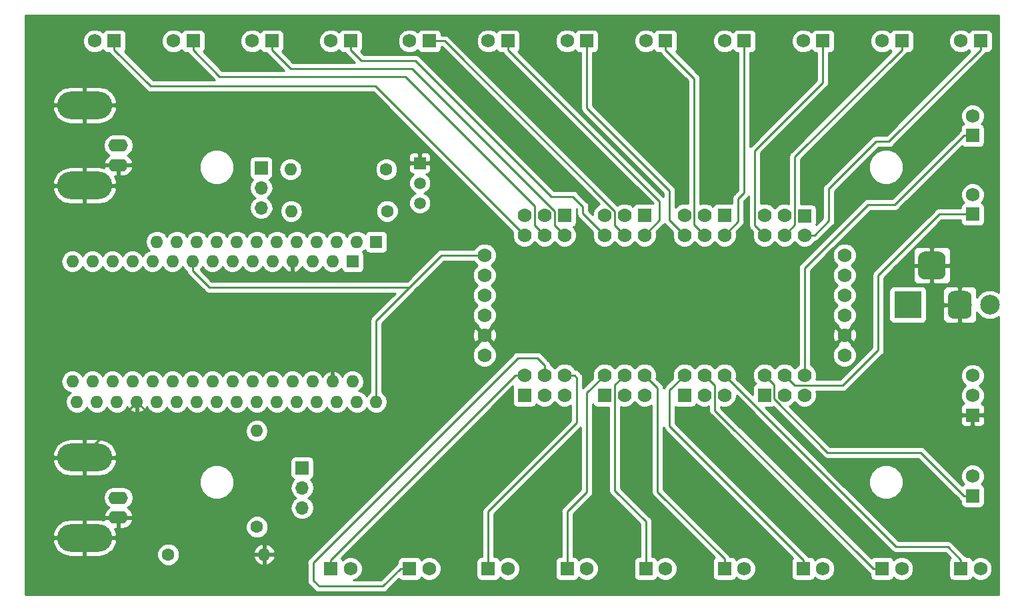
<source format=gbr>
G04 #@! TF.GenerationSoftware,KiCad,Pcbnew,(5.0.0)*
G04 #@! TF.CreationDate,2019-09-18T20:31:11+01:00*
G04 #@! TF.ProjectId,Multi Chromatic Stimulator,4D756C7469204368726F6D6174696320,rev?*
G04 #@! TF.SameCoordinates,Original*
G04 #@! TF.FileFunction,Copper,L2,Bot,Signal*
G04 #@! TF.FilePolarity,Positive*
%FSLAX46Y46*%
G04 Gerber Fmt 4.6, Leading zero omitted, Abs format (unit mm)*
G04 Created by KiCad (PCBNEW (5.0.0)) date 09/18/19 20:31:11*
%MOMM*%
%LPD*%
G01*
G04 APERTURE LIST*
G04 #@! TA.AperFunction,ComponentPad*
%ADD10R,1.700000X1.700000*%
G04 #@! TD*
G04 #@! TA.AperFunction,ComponentPad*
%ADD11O,1.700000X1.700000*%
G04 #@! TD*
G04 #@! TA.AperFunction,ComponentPad*
%ADD12O,1.600000X1.600000*%
G04 #@! TD*
G04 #@! TA.AperFunction,ComponentPad*
%ADD13C,1.600000*%
G04 #@! TD*
G04 #@! TA.AperFunction,ComponentPad*
%ADD14R,1.500000X1.500000*%
G04 #@! TD*
G04 #@! TA.AperFunction,ComponentPad*
%ADD15C,1.500000*%
G04 #@! TD*
G04 #@! TA.AperFunction,ComponentPad*
%ADD16C,1.750000*%
G04 #@! TD*
G04 #@! TA.AperFunction,ComponentPad*
%ADD17R,1.750000X1.750000*%
G04 #@! TD*
G04 #@! TA.AperFunction,ComponentPad*
%ADD18R,1.600000X1.600000*%
G04 #@! TD*
G04 #@! TA.AperFunction,ComponentPad*
%ADD19C,1.778000*%
G04 #@! TD*
G04 #@! TA.AperFunction,ComponentPad*
%ADD20R,1.778000X1.778000*%
G04 #@! TD*
G04 #@! TA.AperFunction,ComponentPad*
%ADD21O,2.499360X1.600200*%
G04 #@! TD*
G04 #@! TA.AperFunction,ComponentPad*
%ADD22O,7.000240X3.500120*%
G04 #@! TD*
G04 #@! TA.AperFunction,ComponentPad*
%ADD23C,2.500000*%
G04 #@! TD*
G04 #@! TA.AperFunction,ComponentPad*
%ADD24R,3.500000X3.500000*%
G04 #@! TD*
G04 #@! TA.AperFunction,Conductor*
%ADD25C,0.100000*%
G04 #@! TD*
G04 #@! TA.AperFunction,ComponentPad*
%ADD26C,3.000000*%
G04 #@! TD*
G04 #@! TA.AperFunction,ComponentPad*
%ADD27C,3.500000*%
G04 #@! TD*
G04 #@! TA.AperFunction,Conductor*
%ADD28C,0.250000*%
G04 #@! TD*
G04 #@! TA.AperFunction,Conductor*
%ADD29C,0.254000*%
G04 #@! TD*
G04 APERTURE END LIST*
D10*
G04 #@! TO.P,,1*
G04 #@! TO.N,Net-(A1-Pad23)*
X95850000Y-103200000D03*
D11*
G04 #@! TO.P,,2*
X95850000Y-105740000D03*
G04 #@! TO.P,,3*
G04 #@! TO.N,Net-(A2-Pad20)*
X95850000Y-108280000D03*
G04 #@! TD*
D12*
G04 #@! TO.P,,2*
G04 #@! TO.N,Net-(Q1-Pad2)*
X94370000Y-65300000D03*
D13*
G04 #@! TO.P,,1*
X106550000Y-65300000D03*
G04 #@! TD*
D12*
G04 #@! TO.P,,2*
G04 #@! TO.N,Net-(A1-Pad16)*
X94470000Y-70600000D03*
D13*
G04 #@! TO.P,,1*
G04 #@! TO.N,Net-(A1-Pad23)*
X106650000Y-70600000D03*
G04 #@! TD*
D14*
G04 #@! TO.P,2N5089,1*
G04 #@! TO.N,GNDREF*
X110800000Y-64500000D03*
D15*
G04 #@! TO.P,2N5089,3*
G04 #@! TO.N,Net-(A1-Pad23)*
X110800000Y-69580000D03*
G04 #@! TO.P,2N5089,2*
G04 #@! TO.N,Net-(Q1-Pad2)*
X110800000Y-67040000D03*
G04 #@! TD*
D16*
G04 #@! TO.P,,2*
G04 #@! TO.N,Net-(J25-Pad1)*
X69500000Y-49000000D03*
D17*
G04 #@! TO.P,,1*
G04 #@! TO.N,Net-(J24-Pad1)*
X72000000Y-49000000D03*
G04 #@! TD*
D16*
G04 #@! TO.P,,2*
G04 #@! TO.N,Net-(J25-Pad1)*
X79500000Y-49000000D03*
D17*
G04 #@! TO.P,,1*
G04 #@! TO.N,Net-(J23-Pad1)*
X82000000Y-49000000D03*
G04 #@! TD*
D16*
G04 #@! TO.P,,2*
G04 #@! TO.N,Net-(J25-Pad1)*
X89500000Y-49000000D03*
D17*
G04 #@! TO.P,,1*
G04 #@! TO.N,Net-(J22-Pad1)*
X92000000Y-49000000D03*
G04 #@! TD*
D16*
G04 #@! TO.P,,2*
G04 #@! TO.N,Net-(J25-Pad1)*
X99500000Y-49000000D03*
D17*
G04 #@! TO.P,,1*
G04 #@! TO.N,Net-(J21-Pad1)*
X102000000Y-49000000D03*
G04 #@! TD*
D16*
G04 #@! TO.P,,2*
G04 #@! TO.N,Net-(J25-Pad1)*
X109500000Y-49000000D03*
D17*
G04 #@! TO.P,,1*
G04 #@! TO.N,Net-(J20-Pad1)*
X112000000Y-49000000D03*
G04 #@! TD*
D16*
G04 #@! TO.P,,2*
G04 #@! TO.N,Net-(J25-Pad1)*
X119500000Y-49000000D03*
D17*
G04 #@! TO.P,,1*
G04 #@! TO.N,Net-(J19-Pad1)*
X122000000Y-49000000D03*
G04 #@! TD*
D16*
G04 #@! TO.P,,2*
G04 #@! TO.N,Net-(J25-Pad1)*
X129500000Y-49000000D03*
D17*
G04 #@! TO.P,,1*
G04 #@! TO.N,Net-(J18-Pad1)*
X132000000Y-49000000D03*
G04 #@! TD*
D16*
G04 #@! TO.P,,2*
G04 #@! TO.N,Net-(J25-Pad1)*
X139500000Y-49000000D03*
D17*
G04 #@! TO.P,,1*
G04 #@! TO.N,Net-(J17-Pad1)*
X142000000Y-49000000D03*
G04 #@! TD*
D16*
G04 #@! TO.P,,2*
G04 #@! TO.N,Net-(J25-Pad1)*
X149500000Y-49000000D03*
D17*
G04 #@! TO.P,,1*
G04 #@! TO.N,Net-(J16-Pad1)*
X152000000Y-49000000D03*
G04 #@! TD*
D16*
G04 #@! TO.P,,2*
G04 #@! TO.N,Net-(J25-Pad1)*
X159500000Y-49000000D03*
D17*
G04 #@! TO.P,,1*
G04 #@! TO.N,Net-(J15-Pad1)*
X162000000Y-49000000D03*
G04 #@! TD*
D16*
G04 #@! TO.P,,2*
G04 #@! TO.N,Net-(J25-Pad1)*
X169500000Y-49000000D03*
D17*
G04 #@! TO.P,,1*
G04 #@! TO.N,Net-(J14-Pad1)*
X172000000Y-49000000D03*
G04 #@! TD*
D16*
G04 #@! TO.P,,2*
G04 #@! TO.N,Net-(J25-Pad1)*
X179500000Y-49000000D03*
D17*
G04 #@! TO.P,,1*
G04 #@! TO.N,Net-(J13-Pad1)*
X182000000Y-49000000D03*
G04 #@! TD*
G04 #@! TO.P,,1*
G04 #@! TO.N,Net-(J12-Pad1)*
X181000000Y-61000000D03*
D16*
G04 #@! TO.P,,2*
G04 #@! TO.N,Net-(J25-Pad1)*
X181000000Y-58500000D03*
G04 #@! TD*
D17*
G04 #@! TO.P,,1*
G04 #@! TO.N,Net-(J11-Pad1)*
X181000000Y-71000000D03*
D16*
G04 #@! TO.P,,2*
G04 #@! TO.N,Net-(J25-Pad1)*
X181000000Y-68500000D03*
G04 #@! TD*
D17*
G04 #@! TO.P,,1*
G04 #@! TO.N,Net-(J10-Pad1)*
X181000000Y-106750000D03*
D16*
G04 #@! TO.P,,2*
G04 #@! TO.N,Net-(J25-Pad1)*
X181000000Y-104250000D03*
G04 #@! TD*
G04 #@! TO.P,,2*
G04 #@! TO.N,Net-(J25-Pad1)*
X182000000Y-116000000D03*
D17*
G04 #@! TO.P,,1*
G04 #@! TO.N,Net-(J9-Pad1)*
X179500000Y-116000000D03*
G04 #@! TD*
D16*
G04 #@! TO.P,,2*
G04 #@! TO.N,Net-(J25-Pad1)*
X172000000Y-116000000D03*
D17*
G04 #@! TO.P,,1*
G04 #@! TO.N,Net-(J8-Pad1)*
X169500000Y-116000000D03*
G04 #@! TD*
D16*
G04 #@! TO.P,,2*
G04 #@! TO.N,Net-(J25-Pad1)*
X162000000Y-116000000D03*
D17*
G04 #@! TO.P,,1*
G04 #@! TO.N,Net-(J7-Pad1)*
X159500000Y-116000000D03*
G04 #@! TD*
D16*
G04 #@! TO.P,,2*
G04 #@! TO.N,Net-(J25-Pad1)*
X152000000Y-116000000D03*
D17*
G04 #@! TO.P,,1*
G04 #@! TO.N,Net-(J6-Pad1)*
X149500000Y-116000000D03*
G04 #@! TD*
D16*
G04 #@! TO.P,,2*
G04 #@! TO.N,Net-(J25-Pad1)*
X142000000Y-116000000D03*
D17*
G04 #@! TO.P,,1*
G04 #@! TO.N,Net-(J5-Pad1)*
X139500000Y-116000000D03*
G04 #@! TD*
D16*
G04 #@! TO.P,,2*
G04 #@! TO.N,Net-(J25-Pad1)*
X132000000Y-116000000D03*
D17*
G04 #@! TO.P,,1*
G04 #@! TO.N,Net-(J4-Pad1)*
X129500000Y-116000000D03*
G04 #@! TD*
D16*
G04 #@! TO.P,,2*
G04 #@! TO.N,Net-(J25-Pad1)*
X122000000Y-116000000D03*
D17*
G04 #@! TO.P,,1*
G04 #@! TO.N,Net-(J3-Pad1)*
X119500000Y-116000000D03*
G04 #@! TD*
D16*
G04 #@! TO.P,,2*
G04 #@! TO.N,Net-(J25-Pad1)*
X112000000Y-116000000D03*
D17*
G04 #@! TO.P,,1*
G04 #@! TO.N,Net-(J2-Pad1)*
X109500000Y-116000000D03*
G04 #@! TD*
G04 #@! TO.P,,1*
G04 #@! TO.N,Net-(J1-Pad1)*
X99500000Y-116000000D03*
D16*
G04 #@! TO.P,,2*
G04 #@! TO.N,Net-(J25-Pad1)*
X102000000Y-116000000D03*
G04 #@! TD*
D12*
G04 #@! TO.P,,2*
G04 #@! TO.N,GNDREF*
X91030000Y-114200000D03*
D13*
G04 #@! TO.P,,1*
G04 #@! TO.N,Net-(A1-Pad23)*
X78850000Y-114200000D03*
G04 #@! TD*
D18*
G04 #@! TO.P,,SDA/23*
G04 #@! TO.N,N/C*
X105250000Y-74500000D03*
D12*
G04 #@! TO.P,,NC*
G04 #@! TO.N,Net-(A1-Pad17)*
X72330000Y-94830000D03*
G04 #@! TO.P,,SCL/22*
G04 #@! TO.N,N/C*
X102810000Y-74500000D03*
G04 #@! TO.P,,18*
G04 #@! TO.N,GNDREF*
X74870000Y-94830000D03*
G04 #@! TO.P,,14/A6*
G04 #@! TO.N,N/C*
X100270000Y-74500000D03*
G04 #@! TO.P,,A0/26*
G04 #@! TO.N,Net-(A1-Pad19)*
X77410000Y-94830000D03*
G04 #@! TO.P,,32/A7*
G04 #@! TO.N,N/C*
X97730000Y-74500000D03*
G04 #@! TO.P,,A1/25*
G04 #@! TO.N,Net-(A1-Pad23)*
X79950000Y-94830000D03*
G04 #@! TO.P,,15/A8*
G04 #@! TO.N,N/C*
X95190000Y-74500000D03*
G04 #@! TO.P,,A2/34*
G04 #@! TO.N,Net-(A1-Pad21)*
X82490000Y-94830000D03*
G04 #@! TO.P,,33/A9*
G04 #@! TO.N,N/C*
X92650000Y-74500000D03*
G04 #@! TO.P,,A3/39*
G04 #@! TO.N,Net-(A1-Pad22)*
X85030000Y-94830000D03*
G04 #@! TO.P,,27/A10*
G04 #@! TO.N,N/C*
X90110000Y-74500000D03*
G04 #@! TO.P,,A4/36*
G04 #@! TO.N,Net-(A1-Pad23)*
X87570000Y-94830000D03*
G04 #@! TO.P,,12/A11*
G04 #@! TO.N,N/C*
X87570000Y-74500000D03*
G04 #@! TO.P,,A5/4*
G04 #@! TO.N,Net-(A1-Pad24)*
X90110000Y-94830000D03*
G04 #@! TO.P,,13/A12*
G04 #@! TO.N,N/C*
X85030000Y-74500000D03*
G04 #@! TO.P,,SCK/5*
G04 #@! TO.N,Net-(A1-Pad25)*
X92650000Y-94830000D03*
G04 #@! TO.P,,USB*
G04 #@! TO.N,N/C*
X82490000Y-74500000D03*
G04 #@! TO.P,,MOSI/18*
G04 #@! TO.N,Net-(A1-Pad26)*
X95190000Y-94830000D03*
G04 #@! TO.P,,En*
G04 #@! TO.N,N/C*
X79950000Y-74500000D03*
G04 #@! TO.P,,MISO/19*
G04 #@! TO.N,Net-(A1-Pad27)*
X97730000Y-94830000D03*
G04 #@! TO.P,,BAT*
G04 #@! TO.N,N/C*
X77410000Y-74500000D03*
G04 #@! TO.P,,RX/16*
G04 #@! TO.N,Net-(A1-Pad28)*
X100270000Y-94830000D03*
G04 #@! TO.P,,TX/17*
G04 #@! TO.N,N/C*
X102810000Y-94830000D03*
G04 #@! TO.P,,21*
G04 #@! TO.N,Net-(A1-Pad30)*
X105250000Y-94830000D03*
G04 #@! TO.P,,3V*
G04 #@! TO.N,Net-(A1-Pad16)*
X69790000Y-94830000D03*
G04 #@! TO.P,,RST*
G04 #@! TO.N,N/C*
X67250000Y-94830000D03*
G04 #@! TD*
D19*
G04 #@! TO.P,,25*
G04 #@! TO.N,Net-(J21-Pad1)*
X134255000Y-73660000D03*
G04 #@! TO.P,,*
G04 #@! TO.N,Net-(J25-Pad1)*
X134255000Y-71120000D03*
G04 #@! TO.P,,26*
G04 #@! TO.N,Net-(J22-Pad1)*
X129175000Y-73660000D03*
G04 #@! TO.P,,*
G04 #@! TO.N,Net-(J25-Pad1)*
X126635000Y-71120000D03*
G04 #@! TO.P,,27*
G04 #@! TO.N,Net-(J23-Pad1)*
X126635000Y-73660000D03*
G04 #@! TO.P,,*
G04 #@! TO.N,Net-(J25-Pad1)*
X124095000Y-71120000D03*
G04 #@! TO.P,,28*
G04 #@! TO.N,Net-(J24-Pad1)*
X124095000Y-73660000D03*
G04 #@! TO.P,,*
G04 #@! TO.N,Net-(J25-Pad1)*
X136795000Y-71120000D03*
G04 #@! TO.P,,24*
G04 #@! TO.N,Net-(J20-Pad1)*
X136795000Y-73660000D03*
G04 #@! TO.P,,23*
G04 #@! TO.N,Net-(J19-Pad1)*
X139335000Y-73660000D03*
G04 #@! TO.P,,*
G04 #@! TO.N,Net-(J25-Pad1)*
X146955000Y-71120000D03*
X144415000Y-71120000D03*
G04 #@! TO.P,,22*
G04 #@! TO.N,Net-(J18-Pad1)*
X144415000Y-73660000D03*
G04 #@! TO.P,,21*
G04 #@! TO.N,Net-(J17-Pad1)*
X146955000Y-73660000D03*
G04 #@! TO.P,,20*
G04 #@! TO.N,Net-(J16-Pad1)*
X149495000Y-73660000D03*
G04 #@! TO.P,,19*
G04 #@! TO.N,Net-(J15-Pad1)*
X154575000Y-73660000D03*
G04 #@! TO.P,,*
G04 #@! TO.N,Net-(J25-Pad1)*
X154575000Y-71120000D03*
X157115000Y-71120000D03*
G04 #@! TO.P,,18*
G04 #@! TO.N,Net-(J14-Pad1)*
X157115000Y-73660000D03*
G04 #@! TO.P,,17*
G04 #@! TO.N,Net-(J13-Pad1)*
X159655000Y-73660000D03*
G04 #@! TO.P,,16*
G04 #@! TO.N,Net-(J12-Pad1)*
X159655000Y-91440000D03*
G04 #@! TO.P,,*
G04 #@! TO.N,Net-(J25-Pad1)*
X159655000Y-93980000D03*
X157115000Y-93980000D03*
G04 #@! TO.P,,15*
G04 #@! TO.N,Net-(J11-Pad1)*
X157115000Y-91440000D03*
G04 #@! TO.P,,14*
G04 #@! TO.N,Net-(J10-Pad1)*
X154575000Y-91440000D03*
G04 #@! TO.P,,*
G04 #@! TO.N,Net-(J25-Pad1)*
X149495000Y-93980000D03*
X146955000Y-93980000D03*
G04 #@! TO.P,,13*
G04 #@! TO.N,Net-(J9-Pad1)*
X149495000Y-91440000D03*
G04 #@! TO.P,,12*
G04 #@! TO.N,Net-(J8-Pad1)*
X146955000Y-91440000D03*
G04 #@! TO.P,,11*
G04 #@! TO.N,Net-(J7-Pad1)*
X144415000Y-91440000D03*
D20*
G04 #@! TO.P,,*
G04 #@! TO.N,Net-(J25-Pad1)*
X129175000Y-71120000D03*
X139335000Y-71120000D03*
X149495000Y-71120000D03*
X159655000Y-71250000D03*
X154575000Y-93980000D03*
X144415000Y-93980000D03*
D19*
X139335000Y-93980000D03*
X136795000Y-93980000D03*
D20*
X134255000Y-93980000D03*
D19*
G04 #@! TO.P,,10*
G04 #@! TO.N,Net-(J6-Pad1)*
X139335000Y-91440000D03*
G04 #@! TO.P,,9*
G04 #@! TO.N,Net-(J5-Pad1)*
X136795000Y-91440000D03*
G04 #@! TO.P,,8*
G04 #@! TO.N,Net-(J4-Pad1)*
X134255000Y-91440000D03*
G04 #@! TO.P,,*
G04 #@! TO.N,Net-(J25-Pad1)*
X129175000Y-93980000D03*
X126635000Y-93980000D03*
D20*
X124095000Y-93980000D03*
D19*
G04 #@! TO.P,,7*
G04 #@! TO.N,Net-(J3-Pad1)*
X129175000Y-91440000D03*
G04 #@! TO.P,,6*
G04 #@! TO.N,Net-(J2-Pad1)*
X126635000Y-91440000D03*
G04 #@! TO.P,,5*
G04 #@! TO.N,Net-(J1-Pad1)*
X124095000Y-91440000D03*
G04 #@! TO.P,,30*
G04 #@! TO.N,Net-(A1-Pad30)*
X119015000Y-76200000D03*
G04 #@! TO.P,,2*
G04 #@! TO.N,Net-(A1-Pad23)*
X119015000Y-78740000D03*
G04 #@! TO.P,,3*
G04 #@! TO.N,Net-(A1-Pad25)*
X119015000Y-81280000D03*
G04 #@! TO.P,,4*
G04 #@! TO.N,Net-(A1-Pad26)*
X119015000Y-83820000D03*
G04 #@! TO.P,,1*
G04 #@! TO.N,GNDREF*
X119015000Y-86370000D03*
G04 #@! TO.P,,32*
G04 #@! TO.N,Net-(J25-Pad1)*
X119015000Y-88890000D03*
X164735000Y-88900000D03*
G04 #@! TO.P,,*
G04 #@! TO.N,GNDREF*
X164735000Y-86360000D03*
G04 #@! TO.N,*
X164735000Y-83820000D03*
X164735000Y-81280000D03*
X164735000Y-78740000D03*
X164735000Y-76200000D03*
G04 #@! TD*
D21*
G04 #@! TO.P,,2*
G04 #@! TO.N,GNDREF*
X72501260Y-64749360D03*
G04 #@! TO.P,,1*
G04 #@! TO.N,Net-(A1-Pad23)*
X72501260Y-62250000D03*
D22*
G04 #@! TO.P,,2*
G04 #@! TO.N,GNDREF*
X68236600Y-57149680D03*
X68236600Y-67347780D03*
G04 #@! TD*
D23*
G04 #@! TO.P,J2,4*
G04 #@! TO.N,N/C*
X183175000Y-82500000D03*
D24*
G04 #@! TO.P,J2,1*
G04 #@! TO.N,Net-(J2-Pad1)*
X172775000Y-82500000D03*
D25*
G04 #@! TD*
G04 #@! TO.N,GNDREF*
G04 #@! TO.C,J2*
G36*
X180198513Y-80753611D02*
X180271318Y-80764411D01*
X180342714Y-80782295D01*
X180412013Y-80807090D01*
X180478548Y-80838559D01*
X180541678Y-80876398D01*
X180600795Y-80920242D01*
X180655330Y-80969670D01*
X180704758Y-81024205D01*
X180748602Y-81083322D01*
X180786441Y-81146452D01*
X180817910Y-81212987D01*
X180842705Y-81282286D01*
X180860589Y-81353682D01*
X180871389Y-81426487D01*
X180875000Y-81500000D01*
X180875000Y-83500000D01*
X180871389Y-83573513D01*
X180860589Y-83646318D01*
X180842705Y-83717714D01*
X180817910Y-83787013D01*
X180786441Y-83853548D01*
X180748602Y-83916678D01*
X180704758Y-83975795D01*
X180655330Y-84030330D01*
X180600795Y-84079758D01*
X180541678Y-84123602D01*
X180478548Y-84161441D01*
X180412013Y-84192910D01*
X180342714Y-84217705D01*
X180271318Y-84235589D01*
X180198513Y-84246389D01*
X180125000Y-84250000D01*
X178625000Y-84250000D01*
X178551487Y-84246389D01*
X178478682Y-84235589D01*
X178407286Y-84217705D01*
X178337987Y-84192910D01*
X178271452Y-84161441D01*
X178208322Y-84123602D01*
X178149205Y-84079758D01*
X178094670Y-84030330D01*
X178045242Y-83975795D01*
X178001398Y-83916678D01*
X177963559Y-83853548D01*
X177932090Y-83787013D01*
X177907295Y-83717714D01*
X177889411Y-83646318D01*
X177878611Y-83573513D01*
X177875000Y-83500000D01*
X177875000Y-81500000D01*
X177878611Y-81426487D01*
X177889411Y-81353682D01*
X177907295Y-81282286D01*
X177932090Y-81212987D01*
X177963559Y-81146452D01*
X178001398Y-81083322D01*
X178045242Y-81024205D01*
X178094670Y-80969670D01*
X178149205Y-80920242D01*
X178208322Y-80876398D01*
X178271452Y-80838559D01*
X178337987Y-80807090D01*
X178407286Y-80782295D01*
X178478682Y-80764411D01*
X178551487Y-80753611D01*
X178625000Y-80750000D01*
X180125000Y-80750000D01*
X180198513Y-80753611D01*
X180198513Y-80753611D01*
G37*
D26*
G04 #@! TO.P,J2,2*
G04 #@! TO.N,GNDREF*
X179375000Y-82500000D03*
D25*
G04 #@! TD*
G04 #@! TO.N,GNDREF*
G04 #@! TO.C,J2*
G36*
X176785765Y-75754213D02*
X176870704Y-75766813D01*
X176953999Y-75787677D01*
X177034848Y-75816605D01*
X177112472Y-75853319D01*
X177186124Y-75897464D01*
X177255094Y-75948616D01*
X177318718Y-76006282D01*
X177376384Y-76069906D01*
X177427536Y-76138876D01*
X177471681Y-76212528D01*
X177508395Y-76290152D01*
X177537323Y-76371001D01*
X177558187Y-76454296D01*
X177570787Y-76539235D01*
X177575000Y-76625000D01*
X177575000Y-78375000D01*
X177570787Y-78460765D01*
X177558187Y-78545704D01*
X177537323Y-78628999D01*
X177508395Y-78709848D01*
X177471681Y-78787472D01*
X177427536Y-78861124D01*
X177376384Y-78930094D01*
X177318718Y-78993718D01*
X177255094Y-79051384D01*
X177186124Y-79102536D01*
X177112472Y-79146681D01*
X177034848Y-79183395D01*
X176953999Y-79212323D01*
X176870704Y-79233187D01*
X176785765Y-79245787D01*
X176700000Y-79250000D01*
X174950000Y-79250000D01*
X174864235Y-79245787D01*
X174779296Y-79233187D01*
X174696001Y-79212323D01*
X174615152Y-79183395D01*
X174537528Y-79146681D01*
X174463876Y-79102536D01*
X174394906Y-79051384D01*
X174331282Y-78993718D01*
X174273616Y-78930094D01*
X174222464Y-78861124D01*
X174178319Y-78787472D01*
X174141605Y-78709848D01*
X174112677Y-78628999D01*
X174091813Y-78545704D01*
X174079213Y-78460765D01*
X174075000Y-78375000D01*
X174075000Y-76625000D01*
X174079213Y-76539235D01*
X174091813Y-76454296D01*
X174112677Y-76371001D01*
X174141605Y-76290152D01*
X174178319Y-76212528D01*
X174222464Y-76138876D01*
X174273616Y-76069906D01*
X174331282Y-76006282D01*
X174394906Y-75948616D01*
X174463876Y-75897464D01*
X174537528Y-75853319D01*
X174615152Y-75816605D01*
X174696001Y-75787677D01*
X174779296Y-75766813D01*
X174864235Y-75754213D01*
X174950000Y-75750000D01*
X176700000Y-75750000D01*
X176785765Y-75754213D01*
X176785765Y-75754213D01*
G37*
D27*
G04 #@! TO.P,J2,3*
G04 #@! TO.N,GNDREF*
X175825000Y-77500000D03*
G04 #@! TD*
D22*
G04 #@! TO.P,,2*
G04 #@! TO.N,GNDREF*
X68236600Y-112097780D03*
X68236600Y-101899680D03*
D21*
G04 #@! TO.P,,1*
G04 #@! TO.N,Net-(A1-Pad19)*
X72501260Y-107000000D03*
G04 #@! TO.P,,2*
G04 #@! TO.N,GNDREF*
X72501260Y-109499360D03*
G04 #@! TD*
D12*
G04 #@! TO.P,,D13*
G04 #@! TO.N,N/C*
X66690000Y-92240000D03*
G04 #@! TO.P,,D12*
X66690000Y-77000000D03*
G04 #@! TO.P,,Vin*
X102250000Y-92240000D03*
G04 #@! TO.P,,D11*
X69230000Y-77000000D03*
G04 #@! TO.P,,GND*
G04 #@! TO.N,GNDREF*
X99710000Y-92240000D03*
G04 #@! TO.P,,D10*
G04 #@! TO.N,N/C*
X71770000Y-77000000D03*
G04 #@! TO.P,,RST*
X97170000Y-92240000D03*
G04 #@! TO.P,,D9*
X74310000Y-77000000D03*
G04 #@! TO.P,,5V*
X94630000Y-92240000D03*
G04 #@! TO.P,,D8*
X76850000Y-77000000D03*
G04 #@! TO.P,,A7*
X92090000Y-92240000D03*
G04 #@! TO.P,,D7*
X79390000Y-77000000D03*
G04 #@! TO.P,,A6*
X89550000Y-92240000D03*
G04 #@! TO.P,,D6*
G04 #@! TO.N,Net-(A1-Pad30)*
X81930000Y-77000000D03*
G04 #@! TO.P,,A5*
G04 #@! TO.N,N/C*
X87010000Y-92240000D03*
G04 #@! TO.P,,D5*
G04 #@! TO.N,Net-(A1-Pad25)*
X84470000Y-77000000D03*
G04 #@! TO.P,,A4*
G04 #@! TO.N,N/C*
X84470000Y-92240000D03*
G04 #@! TO.P,,D4*
G04 #@! TO.N,Net-(A1-Pad26)*
X87010000Y-77000000D03*
G04 #@! TO.P,,A3*
G04 #@! TO.N,N/C*
X81930000Y-92240000D03*
G04 #@! TO.P,,D3*
G04 #@! TO.N,Net-(A1-Pad23)*
X89550000Y-77000000D03*
G04 #@! TO.P,,A2*
G04 #@! TO.N,N/C*
X79390000Y-92240000D03*
G04 #@! TO.P,,D2*
G04 #@! TO.N,Net-(A1-Pad23)*
X92090000Y-77000000D03*
G04 #@! TO.P,,A1*
G04 #@! TO.N,N/C*
X76850000Y-92240000D03*
G04 #@! TO.P,,GND*
G04 #@! TO.N,GNDREF*
X94630000Y-77000000D03*
G04 #@! TO.P,,A0*
G04 #@! TO.N,Net-(A1-Pad19)*
X74310000Y-92240000D03*
G04 #@! TO.P,,RST*
G04 #@! TO.N,N/C*
X97170000Y-77000000D03*
G04 #@! TO.P,,REF*
X71770000Y-92240000D03*
G04 #@! TO.P,,RX0*
X99710000Y-77000000D03*
G04 #@! TO.P,,3V3*
G04 #@! TO.N,Net-(A1-Pad16)*
X69230000Y-92240000D03*
D18*
G04 #@! TO.P,,TX1*
G04 #@! TO.N,N/C*
X102250000Y-77000000D03*
G04 #@! TD*
D13*
G04 #@! TO.P,,1*
G04 #@! TO.N,Net-(A2-Pad20)*
X90100000Y-110700000D03*
D12*
G04 #@! TO.P,,2*
G04 #@! TO.N,Net-(A1-Pad23)*
X90100000Y-98520000D03*
G04 #@! TD*
D17*
G04 #@! TO.P,,1*
G04 #@! TO.N,GNDREF*
X181000000Y-96500000D03*
D16*
G04 #@! TO.P,,2*
G04 #@! TO.N,Net-(J25-Pad1)*
X181000000Y-94000000D03*
G04 #@! TO.P,,3*
X181000000Y-91500000D03*
G04 #@! TD*
D11*
G04 #@! TO.P,,3*
G04 #@! TO.N,Net-(A1-Pad23)*
X90650000Y-70180000D03*
G04 #@! TO.P,,2*
X90650000Y-67640000D03*
D10*
G04 #@! TO.P,,1*
G04 #@! TO.N,Net-(Q1-Pad2)*
X90650000Y-65100000D03*
G04 #@! TD*
D28*
G04 #@! TO.N,GNDREF*
X74870000Y-94830000D02*
X76250000Y-96210000D01*
X74870000Y-94830000D02*
X68236600Y-101463400D01*
X68236600Y-101463400D02*
X68236600Y-101899680D01*
G04 #@! TO.N,Net-(A1-Pad30)*
X81930000Y-78131370D02*
X84048630Y-80250000D01*
X81930000Y-77000000D02*
X81930000Y-78131370D01*
X84048630Y-80250000D02*
X109500000Y-80250000D01*
X113550000Y-76200000D02*
X119015000Y-76200000D01*
X109500000Y-80250000D02*
X113550000Y-76200000D01*
X105250000Y-84500000D02*
X109500000Y-80250000D01*
X105250000Y-94830000D02*
X105250000Y-84500000D01*
G04 #@! TO.N,Net-(J1-Pad1)*
X122935000Y-91440000D02*
X124095000Y-91440000D01*
X99500000Y-114875000D02*
X122935000Y-91440000D01*
X99500000Y-116000000D02*
X99500000Y-114875000D01*
G04 #@! TO.N,Net-(J2-Pad1)*
X106125000Y-118250000D02*
X108375000Y-116000000D01*
X98000000Y-118250000D02*
X106125000Y-118250000D01*
X126635000Y-91440000D02*
X126635000Y-90182765D01*
X108375000Y-116000000D02*
X109500000Y-116000000D01*
X126635000Y-90182765D02*
X125702235Y-89250000D01*
X125702235Y-89250000D02*
X123250000Y-89250000D01*
X123250000Y-89250000D02*
X97250000Y-115250000D01*
X97250000Y-115250000D02*
X97250000Y-117500000D01*
X97250000Y-117500000D02*
X98000000Y-118250000D01*
G04 #@! TO.N,Net-(J3-Pad1)*
X130432235Y-91440000D02*
X130750000Y-91757765D01*
X129175000Y-91440000D02*
X130432235Y-91440000D01*
X130750000Y-91757765D02*
X130750000Y-97500000D01*
X119500000Y-108750000D02*
X119500000Y-116000000D01*
X130750000Y-97500000D02*
X119500000Y-108750000D01*
G04 #@! TO.N,Net-(J4-Pad1)*
X134255000Y-91440000D02*
X132000000Y-93695000D01*
X132000000Y-93695000D02*
X132000000Y-106250000D01*
X129500000Y-108750000D02*
X129500000Y-116000000D01*
X132000000Y-106250000D02*
X129500000Y-108750000D01*
G04 #@! TO.N,Net-(J5-Pad1)*
X135580999Y-92654001D02*
X135580999Y-106080999D01*
X136795000Y-91440000D02*
X135580999Y-92654001D01*
X139500000Y-110000000D02*
X139500000Y-116000000D01*
X135580999Y-106080999D02*
X139500000Y-110000000D01*
G04 #@! TO.N,Net-(J6-Pad1)*
X139335000Y-91440000D02*
X141000000Y-93105000D01*
X141000000Y-93105000D02*
X141000000Y-106250000D01*
X149500000Y-114750000D02*
X149500000Y-116000000D01*
X141000000Y-106250000D02*
X149500000Y-114750000D01*
G04 #@! TO.N,Net-(J7-Pad1)*
X144415000Y-91440000D02*
X142500000Y-93355000D01*
X159500000Y-114875000D02*
X159500000Y-116000000D01*
X142500000Y-97875000D02*
X159500000Y-114875000D01*
X142500000Y-93355000D02*
X142500000Y-97875000D01*
G04 #@! TO.N,Net-(J8-Pad1)*
X168375000Y-116000000D02*
X169500000Y-116000000D01*
X148280999Y-95905999D02*
X168375000Y-116000000D01*
X148280999Y-92765999D02*
X148280999Y-95905999D01*
X146955000Y-91440000D02*
X148280999Y-92765999D01*
G04 #@! TO.N,Net-(J9-Pad1)*
X179500000Y-114875000D02*
X179500000Y-116000000D01*
X177875000Y-113250000D02*
X179500000Y-114875000D01*
X171305000Y-113250000D02*
X177875000Y-113250000D01*
X149495000Y-91440000D02*
X171305000Y-113250000D01*
G04 #@! TO.N,Net-(J10-Pad1)*
X155789001Y-94450723D02*
X162588278Y-101250000D01*
X154575000Y-91440000D02*
X155789001Y-92654001D01*
X155789001Y-92654001D02*
X155789001Y-94450723D01*
X179875000Y-106750000D02*
X181000000Y-106750000D01*
X174375000Y-101250000D02*
X179875000Y-106750000D01*
X162588278Y-101250000D02*
X174375000Y-101250000D01*
G04 #@! TO.N,Net-(J11-Pad1)*
X157115000Y-91440000D02*
X158425000Y-92750000D01*
X158425000Y-92750000D02*
X164500000Y-92750000D01*
X164500000Y-92750000D02*
X169000000Y-88250000D01*
X169000000Y-88250000D02*
X169000000Y-78750000D01*
X176750000Y-71000000D02*
X181000000Y-71000000D01*
X169000000Y-78750000D02*
X176750000Y-71000000D01*
G04 #@! TO.N,Net-(J12-Pad1)*
X159655000Y-91440000D02*
X159655000Y-77845000D01*
X159655000Y-77845000D02*
X167750000Y-69750000D01*
X179875000Y-61000000D02*
X181000000Y-61000000D01*
X171125000Y-69750000D02*
X179875000Y-61000000D01*
X167750000Y-69750000D02*
X171125000Y-69750000D01*
G04 #@! TO.N,Net-(J13-Pad1)*
X159655000Y-73660000D02*
X160912235Y-73660000D01*
X182000000Y-50125000D02*
X170375000Y-61750000D01*
X182000000Y-49000000D02*
X182000000Y-50125000D01*
X170375000Y-61750000D02*
X168750000Y-61750000D01*
X168750000Y-61750000D02*
X162750000Y-67750000D01*
X162750000Y-71822235D02*
X160912235Y-73660000D01*
X162750000Y-67750000D02*
X162750000Y-71822235D01*
G04 #@! TO.N,Net-(J14-Pad1)*
X172000000Y-50125000D02*
X172000000Y-49000000D01*
X158440999Y-63684001D02*
X172000000Y-50125000D01*
X158440999Y-72334001D02*
X158440999Y-63684001D01*
X157115000Y-73660000D02*
X158440999Y-72334001D01*
G04 #@! TO.N,Net-(J15-Pad1)*
X162000000Y-49000000D02*
X162000000Y-54250000D01*
X153686001Y-72771001D02*
X154575000Y-73660000D01*
X153360999Y-72445999D02*
X153686001Y-72771001D01*
X153360999Y-62889001D02*
X153360999Y-72445999D01*
X162000000Y-54250000D02*
X153360999Y-62889001D01*
G04 #@! TO.N,Net-(J16-Pad1)*
X152000000Y-49000000D02*
X152000000Y-68250000D01*
X152000000Y-68250000D02*
X151250000Y-69000000D01*
X151250000Y-71905000D02*
X149495000Y-73660000D01*
X151250000Y-69000000D02*
X151250000Y-71905000D01*
G04 #@! TO.N,Net-(J17-Pad1)*
X146066001Y-72771001D02*
X146955000Y-73660000D01*
X145629001Y-72334001D02*
X146066001Y-72771001D01*
X145629001Y-53754001D02*
X145629001Y-72334001D01*
X142000000Y-50125000D02*
X145629001Y-53754001D01*
X142000000Y-49000000D02*
X142000000Y-50125000D01*
G04 #@! TO.N,Net-(J18-Pad1)*
X132000000Y-49000000D02*
X132000000Y-57500000D01*
X132000000Y-57500000D02*
X142500000Y-68000000D01*
X142500000Y-71745000D02*
X144415000Y-73660000D01*
X142500000Y-68000000D02*
X142500000Y-71745000D01*
G04 #@! TO.N,Net-(J19-Pad1)*
X122000000Y-50125000D02*
X141250000Y-69375000D01*
X122000000Y-49000000D02*
X122000000Y-50125000D01*
X141250000Y-71745000D02*
X139335000Y-73660000D01*
X141250000Y-69375000D02*
X141250000Y-71745000D01*
G04 #@! TO.N,Net-(J20-Pad1)*
X135906001Y-72771001D02*
X136795000Y-73660000D01*
X135580999Y-72445999D02*
X135906001Y-72771001D01*
X135580999Y-70649277D02*
X135580999Y-72445999D01*
X113931722Y-49000000D02*
X135580999Y-70649277D01*
X112000000Y-49000000D02*
X113931722Y-49000000D01*
G04 #@! TO.N,Net-(J21-Pad1)*
X131500000Y-70000000D02*
X131500000Y-70905000D01*
X102000000Y-50125000D02*
X103375000Y-51500000D01*
X102000000Y-49000000D02*
X102000000Y-50125000D01*
X103375000Y-51500000D02*
X110250000Y-51500000D01*
X110250000Y-51500000D02*
X127500000Y-68750000D01*
X131500000Y-70905000D02*
X134255000Y-73660000D01*
X127500000Y-68750000D02*
X130250000Y-68750000D01*
X130250000Y-68750000D02*
X131500000Y-70000000D01*
G04 #@! TO.N,Net-(J22-Pad1)*
X92000000Y-50125000D02*
X94375000Y-52500000D01*
X92000000Y-49000000D02*
X92000000Y-50125000D01*
X128286001Y-72771001D02*
X129175000Y-73660000D01*
X127960999Y-72445999D02*
X128286001Y-72771001D01*
X127960999Y-70649277D02*
X127960999Y-72445999D01*
X109811722Y-52500000D02*
X127960999Y-70649277D01*
X94375000Y-52500000D02*
X109811722Y-52500000D01*
G04 #@! TO.N,Net-(J23-Pad1)*
X82000000Y-50125000D02*
X85375000Y-53500000D01*
X82000000Y-49000000D02*
X82000000Y-50125000D01*
X85375000Y-53500000D02*
X109000000Y-53500000D01*
X125746001Y-72771001D02*
X126635000Y-73660000D01*
X125420999Y-72445999D02*
X125746001Y-72771001D01*
X125420999Y-69920999D02*
X125420999Y-72445999D01*
X109000000Y-53500000D02*
X125420999Y-69920999D01*
G04 #@! TO.N,Net-(J24-Pad1)*
X72000000Y-50125000D02*
X76625000Y-54750000D01*
X72000000Y-49000000D02*
X72000000Y-50125000D01*
X105185000Y-54750000D02*
X124095000Y-73660000D01*
X76625000Y-54750000D02*
X105185000Y-54750000D01*
G04 #@! TD*
D29*
G04 #@! TO.N,GNDREF*
G36*
X184290001Y-80949208D02*
X184242767Y-80901974D01*
X183549950Y-80615000D01*
X182800050Y-80615000D01*
X182107233Y-80901974D01*
X181576974Y-81432233D01*
X181510000Y-81593923D01*
X181510000Y-80623690D01*
X181413327Y-80390301D01*
X181234698Y-80211673D01*
X181001309Y-80115000D01*
X179660750Y-80115000D01*
X179502000Y-80273750D01*
X179502000Y-82373000D01*
X179522000Y-82373000D01*
X179522000Y-82627000D01*
X179502000Y-82627000D01*
X179502000Y-84726250D01*
X179660750Y-84885000D01*
X181001309Y-84885000D01*
X181234698Y-84788327D01*
X181413327Y-84609699D01*
X181510000Y-84376310D01*
X181510000Y-83406077D01*
X181576974Y-83567767D01*
X182107233Y-84098026D01*
X182800050Y-84385000D01*
X183549950Y-84385000D01*
X184242767Y-84098026D01*
X184290000Y-84050793D01*
X184290000Y-119290000D01*
X60710000Y-119290000D01*
X60710000Y-112595793D01*
X64154054Y-112595793D01*
X64234431Y-112893170D01*
X64710245Y-113694469D01*
X65456484Y-114252687D01*
X66359540Y-114482840D01*
X68109600Y-114482840D01*
X68109600Y-112224780D01*
X68363600Y-112224780D01*
X68363600Y-114482840D01*
X70113660Y-114482840D01*
X71016716Y-114252687D01*
X71468730Y-113914561D01*
X77415000Y-113914561D01*
X77415000Y-114485439D01*
X77633466Y-115012862D01*
X78037138Y-115416534D01*
X78564561Y-115635000D01*
X79135439Y-115635000D01*
X79662862Y-115416534D01*
X80066534Y-115012862D01*
X80258655Y-114549039D01*
X89638096Y-114549039D01*
X89798959Y-114937423D01*
X90174866Y-115352389D01*
X90680959Y-115591914D01*
X90903000Y-115470629D01*
X90903000Y-114327000D01*
X91157000Y-114327000D01*
X91157000Y-115470629D01*
X91379041Y-115591914D01*
X91885134Y-115352389D01*
X91977885Y-115250000D01*
X96475112Y-115250000D01*
X96490000Y-115324847D01*
X96490001Y-117425148D01*
X96475112Y-117500000D01*
X96490001Y-117574852D01*
X96527929Y-117765527D01*
X96534097Y-117796537D01*
X96638952Y-117953463D01*
X96702072Y-118047929D01*
X96765528Y-118090329D01*
X97409671Y-118734473D01*
X97452071Y-118797929D01*
X97703463Y-118965904D01*
X97925148Y-119010000D01*
X97925152Y-119010000D01*
X97999999Y-119024888D01*
X98074846Y-119010000D01*
X106050153Y-119010000D01*
X106125000Y-119024888D01*
X106199847Y-119010000D01*
X106199852Y-119010000D01*
X106421537Y-118965904D01*
X106672929Y-118797929D01*
X106715331Y-118734470D01*
X108147084Y-117302717D01*
X108167191Y-117332809D01*
X108377235Y-117473157D01*
X108625000Y-117522440D01*
X110375000Y-117522440D01*
X110622765Y-117473157D01*
X110832809Y-117332809D01*
X110973157Y-117122765D01*
X110975504Y-117110966D01*
X111144654Y-117280116D01*
X111699642Y-117510000D01*
X112300358Y-117510000D01*
X112855346Y-117280116D01*
X113280116Y-116855346D01*
X113510000Y-116300358D01*
X113510000Y-115699642D01*
X113280116Y-115144654D01*
X112855346Y-114719884D01*
X112300358Y-114490000D01*
X111699642Y-114490000D01*
X111144654Y-114719884D01*
X110975504Y-114889034D01*
X110973157Y-114877235D01*
X110832809Y-114667191D01*
X110622765Y-114526843D01*
X110375000Y-114477560D01*
X108625000Y-114477560D01*
X108377235Y-114526843D01*
X108167191Y-114667191D01*
X108026843Y-114877235D01*
X107977560Y-115125000D01*
X107977560Y-115351517D01*
X107827071Y-115452071D01*
X107784671Y-115515527D01*
X105810199Y-117490000D01*
X102348642Y-117490000D01*
X102855346Y-117280116D01*
X103280116Y-116855346D01*
X103510000Y-116300358D01*
X103510000Y-115699642D01*
X103280116Y-115144654D01*
X102855346Y-114719884D01*
X102300358Y-114490000D01*
X101699642Y-114490000D01*
X101144654Y-114719884D01*
X100975504Y-114889034D01*
X100973157Y-114877235D01*
X100832809Y-114667191D01*
X100802717Y-114647084D01*
X122610413Y-92839389D01*
X122607843Y-92843235D01*
X122558560Y-93091000D01*
X122558560Y-94869000D01*
X122607843Y-95116765D01*
X122748191Y-95326809D01*
X122958235Y-95467157D01*
X123206000Y-95516440D01*
X124984000Y-95516440D01*
X125231765Y-95467157D01*
X125441809Y-95326809D01*
X125582157Y-95116765D01*
X125587855Y-95088117D01*
X125771723Y-95271985D01*
X126331858Y-95504000D01*
X126938142Y-95504000D01*
X127498277Y-95271985D01*
X127905000Y-94865262D01*
X128311723Y-95271985D01*
X128871858Y-95504000D01*
X129478142Y-95504000D01*
X129990001Y-95291982D01*
X129990001Y-97185197D01*
X119015530Y-108159669D01*
X118952071Y-108202071D01*
X118784096Y-108453464D01*
X118740000Y-108675149D01*
X118740000Y-108675153D01*
X118725112Y-108750000D01*
X118740000Y-108824847D01*
X118740001Y-114477560D01*
X118625000Y-114477560D01*
X118377235Y-114526843D01*
X118167191Y-114667191D01*
X118026843Y-114877235D01*
X117977560Y-115125000D01*
X117977560Y-116875000D01*
X118026843Y-117122765D01*
X118167191Y-117332809D01*
X118377235Y-117473157D01*
X118625000Y-117522440D01*
X120375000Y-117522440D01*
X120622765Y-117473157D01*
X120832809Y-117332809D01*
X120973157Y-117122765D01*
X120975504Y-117110966D01*
X121144654Y-117280116D01*
X121699642Y-117510000D01*
X122300358Y-117510000D01*
X122855346Y-117280116D01*
X123280116Y-116855346D01*
X123510000Y-116300358D01*
X123510000Y-115699642D01*
X123280116Y-115144654D01*
X122855346Y-114719884D01*
X122300358Y-114490000D01*
X121699642Y-114490000D01*
X121144654Y-114719884D01*
X120975504Y-114889034D01*
X120973157Y-114877235D01*
X120832809Y-114667191D01*
X120622765Y-114526843D01*
X120375000Y-114477560D01*
X120260000Y-114477560D01*
X120260000Y-109064801D01*
X131234473Y-98090329D01*
X131240000Y-98086636D01*
X131240001Y-105935197D01*
X129015530Y-108159669D01*
X128952071Y-108202071D01*
X128784096Y-108453464D01*
X128740000Y-108675149D01*
X128740000Y-108675153D01*
X128725112Y-108750000D01*
X128740000Y-108824847D01*
X128740001Y-114477560D01*
X128625000Y-114477560D01*
X128377235Y-114526843D01*
X128167191Y-114667191D01*
X128026843Y-114877235D01*
X127977560Y-115125000D01*
X127977560Y-116875000D01*
X128026843Y-117122765D01*
X128167191Y-117332809D01*
X128377235Y-117473157D01*
X128625000Y-117522440D01*
X130375000Y-117522440D01*
X130622765Y-117473157D01*
X130832809Y-117332809D01*
X130973157Y-117122765D01*
X130975504Y-117110966D01*
X131144654Y-117280116D01*
X131699642Y-117510000D01*
X132300358Y-117510000D01*
X132855346Y-117280116D01*
X133280116Y-116855346D01*
X133510000Y-116300358D01*
X133510000Y-115699642D01*
X133280116Y-115144654D01*
X132855346Y-114719884D01*
X132300358Y-114490000D01*
X131699642Y-114490000D01*
X131144654Y-114719884D01*
X130975504Y-114889034D01*
X130973157Y-114877235D01*
X130832809Y-114667191D01*
X130622765Y-114526843D01*
X130375000Y-114477560D01*
X130260000Y-114477560D01*
X130260000Y-109064801D01*
X132484473Y-106840329D01*
X132547929Y-106797929D01*
X132715904Y-106546537D01*
X132760000Y-106324852D01*
X132760000Y-106324847D01*
X132774888Y-106250000D01*
X132760000Y-106175153D01*
X132760000Y-95077335D01*
X132767843Y-95116765D01*
X132908191Y-95326809D01*
X133118235Y-95467157D01*
X133366000Y-95516440D01*
X134820999Y-95516440D01*
X134821000Y-106006147D01*
X134806111Y-106080999D01*
X134865096Y-106377536D01*
X134978020Y-106546538D01*
X135033071Y-106628928D01*
X135096527Y-106671328D01*
X138740000Y-110314803D01*
X138740001Y-114477560D01*
X138625000Y-114477560D01*
X138377235Y-114526843D01*
X138167191Y-114667191D01*
X138026843Y-114877235D01*
X137977560Y-115125000D01*
X137977560Y-116875000D01*
X138026843Y-117122765D01*
X138167191Y-117332809D01*
X138377235Y-117473157D01*
X138625000Y-117522440D01*
X140375000Y-117522440D01*
X140622765Y-117473157D01*
X140832809Y-117332809D01*
X140973157Y-117122765D01*
X140975504Y-117110966D01*
X141144654Y-117280116D01*
X141699642Y-117510000D01*
X142300358Y-117510000D01*
X142855346Y-117280116D01*
X143280116Y-116855346D01*
X143510000Y-116300358D01*
X143510000Y-115699642D01*
X143280116Y-115144654D01*
X142855346Y-114719884D01*
X142300358Y-114490000D01*
X141699642Y-114490000D01*
X141144654Y-114719884D01*
X140975504Y-114889034D01*
X140973157Y-114877235D01*
X140832809Y-114667191D01*
X140622765Y-114526843D01*
X140375000Y-114477560D01*
X140260000Y-114477560D01*
X140260000Y-110074846D01*
X140274888Y-109999999D01*
X140260000Y-109925152D01*
X140260000Y-109925148D01*
X140215904Y-109703463D01*
X140096584Y-109524888D01*
X140090329Y-109515526D01*
X140090327Y-109515524D01*
X140047929Y-109452071D01*
X139984476Y-109409673D01*
X136340999Y-105766198D01*
X136340999Y-95441512D01*
X136491858Y-95504000D01*
X137098142Y-95504000D01*
X137658277Y-95271985D01*
X138065000Y-94865262D01*
X138471723Y-95271985D01*
X139031858Y-95504000D01*
X139638142Y-95504000D01*
X140198277Y-95271985D01*
X140240000Y-95230262D01*
X140240001Y-106175148D01*
X140225112Y-106250000D01*
X140240001Y-106324852D01*
X140284097Y-106546537D01*
X140452072Y-106797929D01*
X140515528Y-106840329D01*
X148272214Y-114597016D01*
X148167191Y-114667191D01*
X148026843Y-114877235D01*
X147977560Y-115125000D01*
X147977560Y-116875000D01*
X148026843Y-117122765D01*
X148167191Y-117332809D01*
X148377235Y-117473157D01*
X148625000Y-117522440D01*
X150375000Y-117522440D01*
X150622765Y-117473157D01*
X150832809Y-117332809D01*
X150973157Y-117122765D01*
X150975504Y-117110966D01*
X151144654Y-117280116D01*
X151699642Y-117510000D01*
X152300358Y-117510000D01*
X152855346Y-117280116D01*
X153280116Y-116855346D01*
X153510000Y-116300358D01*
X153510000Y-115699642D01*
X153280116Y-115144654D01*
X152855346Y-114719884D01*
X152300358Y-114490000D01*
X151699642Y-114490000D01*
X151144654Y-114719884D01*
X150975504Y-114889034D01*
X150973157Y-114877235D01*
X150832809Y-114667191D01*
X150622765Y-114526843D01*
X150375000Y-114477560D01*
X150220697Y-114477560D01*
X150215904Y-114453463D01*
X150047929Y-114202071D01*
X149984473Y-114159671D01*
X141760000Y-105935199D01*
X141760000Y-98050394D01*
X141784097Y-98171537D01*
X141952072Y-98422929D01*
X142015528Y-98465329D01*
X158197282Y-114647084D01*
X158167191Y-114667191D01*
X158026843Y-114877235D01*
X157977560Y-115125000D01*
X157977560Y-116875000D01*
X158026843Y-117122765D01*
X158167191Y-117332809D01*
X158377235Y-117473157D01*
X158625000Y-117522440D01*
X160375000Y-117522440D01*
X160622765Y-117473157D01*
X160832809Y-117332809D01*
X160973157Y-117122765D01*
X160975504Y-117110966D01*
X161144654Y-117280116D01*
X161699642Y-117510000D01*
X162300358Y-117510000D01*
X162855346Y-117280116D01*
X163280116Y-116855346D01*
X163510000Y-116300358D01*
X163510000Y-115699642D01*
X163280116Y-115144654D01*
X162855346Y-114719884D01*
X162300358Y-114490000D01*
X161699642Y-114490000D01*
X161144654Y-114719884D01*
X160975504Y-114889034D01*
X160973157Y-114877235D01*
X160832809Y-114667191D01*
X160622765Y-114526843D01*
X160375000Y-114477560D01*
X160148483Y-114477560D01*
X160047929Y-114327071D01*
X159984473Y-114284671D01*
X143260000Y-97560199D01*
X143260000Y-95454973D01*
X143278235Y-95467157D01*
X143526000Y-95516440D01*
X145304000Y-95516440D01*
X145551765Y-95467157D01*
X145761809Y-95326809D01*
X145902157Y-95116765D01*
X145907855Y-95088117D01*
X146091723Y-95271985D01*
X146651858Y-95504000D01*
X147258142Y-95504000D01*
X147521000Y-95395121D01*
X147521000Y-95831147D01*
X147506111Y-95905999D01*
X147565096Y-96202536D01*
X147678997Y-96373000D01*
X147733071Y-96453928D01*
X147796527Y-96496328D01*
X167784671Y-116484473D01*
X167827071Y-116547929D01*
X167890527Y-116590329D01*
X167977560Y-116648483D01*
X167977560Y-116875000D01*
X168026843Y-117122765D01*
X168167191Y-117332809D01*
X168377235Y-117473157D01*
X168625000Y-117522440D01*
X170375000Y-117522440D01*
X170622765Y-117473157D01*
X170832809Y-117332809D01*
X170973157Y-117122765D01*
X170975504Y-117110966D01*
X171144654Y-117280116D01*
X171699642Y-117510000D01*
X172300358Y-117510000D01*
X172855346Y-117280116D01*
X173280116Y-116855346D01*
X173510000Y-116300358D01*
X173510000Y-115699642D01*
X173280116Y-115144654D01*
X172855346Y-114719884D01*
X172300358Y-114490000D01*
X171699642Y-114490000D01*
X171144654Y-114719884D01*
X170975504Y-114889034D01*
X170973157Y-114877235D01*
X170832809Y-114667191D01*
X170622765Y-114526843D01*
X170375000Y-114477560D01*
X168625000Y-114477560D01*
X168377235Y-114526843D01*
X168167191Y-114667191D01*
X168147084Y-114697282D01*
X149040999Y-95591198D01*
X149040999Y-95441512D01*
X149191858Y-95504000D01*
X149798142Y-95504000D01*
X150358277Y-95271985D01*
X150786985Y-94843277D01*
X151019000Y-94283142D01*
X151019000Y-94038801D01*
X170714670Y-113734472D01*
X170757071Y-113797929D01*
X170820527Y-113840329D01*
X171008462Y-113965904D01*
X171054750Y-113975111D01*
X171230148Y-114010000D01*
X171230152Y-114010000D01*
X171305000Y-114024888D01*
X171379848Y-114010000D01*
X177560199Y-114010000D01*
X178197283Y-114647084D01*
X178167191Y-114667191D01*
X178026843Y-114877235D01*
X177977560Y-115125000D01*
X177977560Y-116875000D01*
X178026843Y-117122765D01*
X178167191Y-117332809D01*
X178377235Y-117473157D01*
X178625000Y-117522440D01*
X180375000Y-117522440D01*
X180622765Y-117473157D01*
X180832809Y-117332809D01*
X180973157Y-117122765D01*
X180975504Y-117110966D01*
X181144654Y-117280116D01*
X181699642Y-117510000D01*
X182300358Y-117510000D01*
X182855346Y-117280116D01*
X183280116Y-116855346D01*
X183510000Y-116300358D01*
X183510000Y-115699642D01*
X183280116Y-115144654D01*
X182855346Y-114719884D01*
X182300358Y-114490000D01*
X181699642Y-114490000D01*
X181144654Y-114719884D01*
X180975504Y-114889034D01*
X180973157Y-114877235D01*
X180832809Y-114667191D01*
X180622765Y-114526843D01*
X180375000Y-114477560D01*
X180148483Y-114477560D01*
X180047929Y-114327071D01*
X179984473Y-114284671D01*
X178465331Y-112765530D01*
X178422929Y-112702071D01*
X178171537Y-112534096D01*
X177949852Y-112490000D01*
X177949847Y-112490000D01*
X177875000Y-112475112D01*
X177800153Y-112490000D01*
X171619802Y-112490000D01*
X163685233Y-104555431D01*
X167765000Y-104555431D01*
X167765000Y-105444569D01*
X168105259Y-106266026D01*
X168733974Y-106894741D01*
X169555431Y-107235000D01*
X170444569Y-107235000D01*
X171266026Y-106894741D01*
X171894741Y-106266026D01*
X172235000Y-105444569D01*
X172235000Y-104555431D01*
X171894741Y-103733974D01*
X171266026Y-103105259D01*
X170444569Y-102765000D01*
X169555431Y-102765000D01*
X168733974Y-103105259D01*
X168105259Y-103733974D01*
X167765000Y-104555431D01*
X163685233Y-104555431D01*
X154646241Y-95516440D01*
X155464000Y-95516440D01*
X155711765Y-95467157D01*
X155723076Y-95459599D01*
X161997948Y-101734472D01*
X162040349Y-101797929D01*
X162103805Y-101840329D01*
X162291740Y-101965904D01*
X162339883Y-101975480D01*
X162513426Y-102010000D01*
X162513430Y-102010000D01*
X162588278Y-102024888D01*
X162663126Y-102010000D01*
X174060199Y-102010000D01*
X179284671Y-107234473D01*
X179327071Y-107297929D01*
X179477560Y-107398483D01*
X179477560Y-107625000D01*
X179526843Y-107872765D01*
X179667191Y-108082809D01*
X179877235Y-108223157D01*
X180125000Y-108272440D01*
X181875000Y-108272440D01*
X182122765Y-108223157D01*
X182332809Y-108082809D01*
X182473157Y-107872765D01*
X182522440Y-107625000D01*
X182522440Y-105875000D01*
X182473157Y-105627235D01*
X182332809Y-105417191D01*
X182122765Y-105276843D01*
X182110966Y-105274496D01*
X182280116Y-105105346D01*
X182510000Y-104550358D01*
X182510000Y-103949642D01*
X182280116Y-103394654D01*
X181855346Y-102969884D01*
X181300358Y-102740000D01*
X180699642Y-102740000D01*
X180144654Y-102969884D01*
X179719884Y-103394654D01*
X179490000Y-103949642D01*
X179490000Y-104550358D01*
X179719884Y-105105346D01*
X179889034Y-105274496D01*
X179877235Y-105276843D01*
X179667191Y-105417191D01*
X179647084Y-105447282D01*
X174965331Y-100765530D01*
X174922929Y-100702071D01*
X174671537Y-100534096D01*
X174449852Y-100490000D01*
X174449847Y-100490000D01*
X174375000Y-100475112D01*
X174300153Y-100490000D01*
X162903080Y-100490000D01*
X159198830Y-96785750D01*
X179490000Y-96785750D01*
X179490000Y-97501309D01*
X179586673Y-97734698D01*
X179765301Y-97913327D01*
X179998690Y-98010000D01*
X180714250Y-98010000D01*
X180873000Y-97851250D01*
X180873000Y-96627000D01*
X181127000Y-96627000D01*
X181127000Y-97851250D01*
X181285750Y-98010000D01*
X182001310Y-98010000D01*
X182234699Y-97913327D01*
X182413327Y-97734698D01*
X182510000Y-97501309D01*
X182510000Y-96785750D01*
X182351250Y-96627000D01*
X181127000Y-96627000D01*
X180873000Y-96627000D01*
X179648750Y-96627000D01*
X179490000Y-96785750D01*
X159198830Y-96785750D01*
X157770944Y-95357865D01*
X157978277Y-95271985D01*
X158385000Y-94865262D01*
X158791723Y-95271985D01*
X159351858Y-95504000D01*
X159958142Y-95504000D01*
X160518277Y-95271985D01*
X160946985Y-94843277D01*
X161179000Y-94283142D01*
X161179000Y-93676858D01*
X161109885Y-93510000D01*
X164425153Y-93510000D01*
X164500000Y-93524888D01*
X164574847Y-93510000D01*
X164574852Y-93510000D01*
X164796537Y-93465904D01*
X165047929Y-93297929D01*
X165090331Y-93234470D01*
X167125159Y-91199642D01*
X179490000Y-91199642D01*
X179490000Y-91800358D01*
X179719884Y-92355346D01*
X180114538Y-92750000D01*
X179719884Y-93144654D01*
X179490000Y-93699642D01*
X179490000Y-94300358D01*
X179719884Y-94855346D01*
X179896759Y-95032221D01*
X179765301Y-95086673D01*
X179586673Y-95265302D01*
X179490000Y-95498691D01*
X179490000Y-96214250D01*
X179648750Y-96373000D01*
X180873000Y-96373000D01*
X180873000Y-96353000D01*
X181127000Y-96353000D01*
X181127000Y-96373000D01*
X182351250Y-96373000D01*
X182510000Y-96214250D01*
X182510000Y-95498691D01*
X182413327Y-95265302D01*
X182234699Y-95086673D01*
X182103241Y-95032221D01*
X182280116Y-94855346D01*
X182510000Y-94300358D01*
X182510000Y-93699642D01*
X182280116Y-93144654D01*
X181885462Y-92750000D01*
X182280116Y-92355346D01*
X182510000Y-91800358D01*
X182510000Y-91199642D01*
X182280116Y-90644654D01*
X181855346Y-90219884D01*
X181300358Y-89990000D01*
X180699642Y-89990000D01*
X180144654Y-90219884D01*
X179719884Y-90644654D01*
X179490000Y-91199642D01*
X167125159Y-91199642D01*
X169484473Y-88840329D01*
X169547929Y-88797929D01*
X169715904Y-88546537D01*
X169760000Y-88324852D01*
X169760000Y-88324848D01*
X169774888Y-88250001D01*
X169760000Y-88175154D01*
X169760000Y-80750000D01*
X170377560Y-80750000D01*
X170377560Y-84250000D01*
X170426843Y-84497765D01*
X170567191Y-84707809D01*
X170777235Y-84848157D01*
X171025000Y-84897440D01*
X174525000Y-84897440D01*
X174772765Y-84848157D01*
X174982809Y-84707809D01*
X175123157Y-84497765D01*
X175172440Y-84250000D01*
X175172440Y-82785750D01*
X177240000Y-82785750D01*
X177240000Y-84376310D01*
X177336673Y-84609699D01*
X177515302Y-84788327D01*
X177748691Y-84885000D01*
X179089250Y-84885000D01*
X179248000Y-84726250D01*
X179248000Y-82627000D01*
X177398750Y-82627000D01*
X177240000Y-82785750D01*
X175172440Y-82785750D01*
X175172440Y-80750000D01*
X175147316Y-80623690D01*
X177240000Y-80623690D01*
X177240000Y-82214250D01*
X177398750Y-82373000D01*
X179248000Y-82373000D01*
X179248000Y-80273750D01*
X179089250Y-80115000D01*
X177748691Y-80115000D01*
X177515302Y-80211673D01*
X177336673Y-80390301D01*
X177240000Y-80623690D01*
X175147316Y-80623690D01*
X175123157Y-80502235D01*
X174982809Y-80292191D01*
X174772765Y-80151843D01*
X174525000Y-80102560D01*
X171025000Y-80102560D01*
X170777235Y-80151843D01*
X170567191Y-80292191D01*
X170426843Y-80502235D01*
X170377560Y-80750000D01*
X169760000Y-80750000D01*
X169760000Y-79064801D01*
X171039051Y-77785750D01*
X173440000Y-77785750D01*
X173440000Y-79376310D01*
X173536673Y-79609699D01*
X173715302Y-79788327D01*
X173948691Y-79885000D01*
X175539250Y-79885000D01*
X175698000Y-79726250D01*
X175698000Y-77627000D01*
X175952000Y-77627000D01*
X175952000Y-79726250D01*
X176110750Y-79885000D01*
X177701309Y-79885000D01*
X177934698Y-79788327D01*
X178113327Y-79609699D01*
X178210000Y-79376310D01*
X178210000Y-77785750D01*
X178051250Y-77627000D01*
X175952000Y-77627000D01*
X175698000Y-77627000D01*
X173598750Y-77627000D01*
X173440000Y-77785750D01*
X171039051Y-77785750D01*
X173201111Y-75623690D01*
X173440000Y-75623690D01*
X173440000Y-77214250D01*
X173598750Y-77373000D01*
X175698000Y-77373000D01*
X175698000Y-75273750D01*
X175952000Y-75273750D01*
X175952000Y-77373000D01*
X178051250Y-77373000D01*
X178210000Y-77214250D01*
X178210000Y-75623690D01*
X178113327Y-75390301D01*
X177934698Y-75211673D01*
X177701309Y-75115000D01*
X176110750Y-75115000D01*
X175952000Y-75273750D01*
X175698000Y-75273750D01*
X175539250Y-75115000D01*
X173948691Y-75115000D01*
X173715302Y-75211673D01*
X173536673Y-75390301D01*
X173440000Y-75623690D01*
X173201111Y-75623690D01*
X177064802Y-71760000D01*
X179477560Y-71760000D01*
X179477560Y-71875000D01*
X179526843Y-72122765D01*
X179667191Y-72332809D01*
X179877235Y-72473157D01*
X180125000Y-72522440D01*
X181875000Y-72522440D01*
X182122765Y-72473157D01*
X182332809Y-72332809D01*
X182473157Y-72122765D01*
X182522440Y-71875000D01*
X182522440Y-70125000D01*
X182473157Y-69877235D01*
X182332809Y-69667191D01*
X182122765Y-69526843D01*
X182110966Y-69524496D01*
X182280116Y-69355346D01*
X182510000Y-68800358D01*
X182510000Y-68199642D01*
X182280116Y-67644654D01*
X181855346Y-67219884D01*
X181300358Y-66990000D01*
X180699642Y-66990000D01*
X180144654Y-67219884D01*
X179719884Y-67644654D01*
X179490000Y-68199642D01*
X179490000Y-68800358D01*
X179719884Y-69355346D01*
X179889034Y-69524496D01*
X179877235Y-69526843D01*
X179667191Y-69667191D01*
X179526843Y-69877235D01*
X179477560Y-70125000D01*
X179477560Y-70240000D01*
X176824846Y-70240000D01*
X176749999Y-70225112D01*
X176675152Y-70240000D01*
X176675148Y-70240000D01*
X176453463Y-70284096D01*
X176202071Y-70452071D01*
X176159671Y-70515527D01*
X168515528Y-78159671D01*
X168452072Y-78202071D01*
X168409672Y-78265527D01*
X168409671Y-78265528D01*
X168284097Y-78453463D01*
X168225112Y-78750000D01*
X168240001Y-78824852D01*
X168240000Y-87935198D01*
X164185199Y-91990000D01*
X161076748Y-91990000D01*
X161179000Y-91743142D01*
X161179000Y-91136858D01*
X160946985Y-90576723D01*
X160518277Y-90148015D01*
X160415000Y-90105236D01*
X160415000Y-88596858D01*
X163211000Y-88596858D01*
X163211000Y-89203142D01*
X163443015Y-89763277D01*
X163871723Y-90191985D01*
X164431858Y-90424000D01*
X165038142Y-90424000D01*
X165598277Y-90191985D01*
X166026985Y-89763277D01*
X166259000Y-89203142D01*
X166259000Y-88596858D01*
X166026985Y-88036723D01*
X165598277Y-87608015D01*
X165572570Y-87597367D01*
X165627591Y-87432196D01*
X164735000Y-86539605D01*
X163842409Y-87432196D01*
X163897430Y-87597367D01*
X163871723Y-87608015D01*
X163443015Y-88036723D01*
X163211000Y-88596858D01*
X160415000Y-88596858D01*
X160415000Y-86121965D01*
X163199484Y-86121965D01*
X163225277Y-86727700D01*
X163407461Y-87167533D01*
X163662804Y-87252591D01*
X164555395Y-86360000D01*
X164914605Y-86360000D01*
X165807196Y-87252591D01*
X166062539Y-87167533D01*
X166270516Y-86598035D01*
X166244723Y-85992300D01*
X166062539Y-85552467D01*
X165807196Y-85467409D01*
X164914605Y-86360000D01*
X164555395Y-86360000D01*
X163662804Y-85467409D01*
X163407461Y-85552467D01*
X163199484Y-86121965D01*
X160415000Y-86121965D01*
X160415000Y-78159801D01*
X162677943Y-75896858D01*
X163211000Y-75896858D01*
X163211000Y-76503142D01*
X163443015Y-77063277D01*
X163849738Y-77470000D01*
X163443015Y-77876723D01*
X163211000Y-78436858D01*
X163211000Y-79043142D01*
X163443015Y-79603277D01*
X163849738Y-80010000D01*
X163443015Y-80416723D01*
X163211000Y-80976858D01*
X163211000Y-81583142D01*
X163443015Y-82143277D01*
X163849738Y-82550000D01*
X163443015Y-82956723D01*
X163211000Y-83516858D01*
X163211000Y-84123142D01*
X163443015Y-84683277D01*
X163871723Y-85111985D01*
X163897430Y-85122633D01*
X163842409Y-85287804D01*
X164735000Y-86180395D01*
X165627591Y-85287804D01*
X165572570Y-85122633D01*
X165598277Y-85111985D01*
X166026985Y-84683277D01*
X166259000Y-84123142D01*
X166259000Y-83516858D01*
X166026985Y-82956723D01*
X165620262Y-82550000D01*
X166026985Y-82143277D01*
X166259000Y-81583142D01*
X166259000Y-80976858D01*
X166026985Y-80416723D01*
X165620262Y-80010000D01*
X166026985Y-79603277D01*
X166259000Y-79043142D01*
X166259000Y-78436858D01*
X166026985Y-77876723D01*
X165620262Y-77470000D01*
X166026985Y-77063277D01*
X166259000Y-76503142D01*
X166259000Y-75896858D01*
X166026985Y-75336723D01*
X165598277Y-74908015D01*
X165038142Y-74676000D01*
X164431858Y-74676000D01*
X163871723Y-74908015D01*
X163443015Y-75336723D01*
X163211000Y-75896858D01*
X162677943Y-75896858D01*
X168064802Y-70510000D01*
X171050153Y-70510000D01*
X171125000Y-70524888D01*
X171199847Y-70510000D01*
X171199852Y-70510000D01*
X171421537Y-70465904D01*
X171672929Y-70297929D01*
X171715331Y-70234470D01*
X179647084Y-62302718D01*
X179667191Y-62332809D01*
X179877235Y-62473157D01*
X180125000Y-62522440D01*
X181875000Y-62522440D01*
X182122765Y-62473157D01*
X182332809Y-62332809D01*
X182473157Y-62122765D01*
X182522440Y-61875000D01*
X182522440Y-60125000D01*
X182473157Y-59877235D01*
X182332809Y-59667191D01*
X182122765Y-59526843D01*
X182110966Y-59524496D01*
X182280116Y-59355346D01*
X182510000Y-58800358D01*
X182510000Y-58199642D01*
X182280116Y-57644654D01*
X181855346Y-57219884D01*
X181300358Y-56990000D01*
X180699642Y-56990000D01*
X180144654Y-57219884D01*
X179719884Y-57644654D01*
X179490000Y-58199642D01*
X179490000Y-58800358D01*
X179719884Y-59355346D01*
X179889034Y-59524496D01*
X179877235Y-59526843D01*
X179667191Y-59667191D01*
X179526843Y-59877235D01*
X179477560Y-60125000D01*
X179477560Y-60351517D01*
X179391418Y-60409076D01*
X179327071Y-60452071D01*
X179284671Y-60515527D01*
X170810199Y-68990000D01*
X167824848Y-68990000D01*
X167750000Y-68975112D01*
X167675152Y-68990000D01*
X167675148Y-68990000D01*
X167501605Y-69024520D01*
X167453462Y-69034096D01*
X167285822Y-69146110D01*
X167202071Y-69202071D01*
X167159671Y-69265527D01*
X159170528Y-77254671D01*
X159107072Y-77297071D01*
X159064672Y-77360527D01*
X159064671Y-77360528D01*
X158939097Y-77548463D01*
X158880112Y-77845000D01*
X158895001Y-77919852D01*
X158895000Y-90105236D01*
X158791723Y-90148015D01*
X158385000Y-90554738D01*
X157978277Y-90148015D01*
X157418142Y-89916000D01*
X156811858Y-89916000D01*
X156251723Y-90148015D01*
X155845000Y-90554738D01*
X155438277Y-90148015D01*
X154878142Y-89916000D01*
X154271858Y-89916000D01*
X153711723Y-90148015D01*
X153283015Y-90576723D01*
X153051000Y-91136858D01*
X153051000Y-91743142D01*
X153283015Y-92303277D01*
X153466883Y-92487145D01*
X153438235Y-92492843D01*
X153228191Y-92633191D01*
X153087843Y-92843235D01*
X153038560Y-93091000D01*
X153038560Y-93908759D01*
X150976221Y-91846420D01*
X151019000Y-91743142D01*
X151019000Y-91136858D01*
X150786985Y-90576723D01*
X150358277Y-90148015D01*
X149798142Y-89916000D01*
X149191858Y-89916000D01*
X148631723Y-90148015D01*
X148225000Y-90554738D01*
X147818277Y-90148015D01*
X147258142Y-89916000D01*
X146651858Y-89916000D01*
X146091723Y-90148015D01*
X145685000Y-90554738D01*
X145278277Y-90148015D01*
X144718142Y-89916000D01*
X144111858Y-89916000D01*
X143551723Y-90148015D01*
X143123015Y-90576723D01*
X142891000Y-91136858D01*
X142891000Y-91743142D01*
X142933779Y-91846420D01*
X142015530Y-92764669D01*
X141952071Y-92807071D01*
X141784096Y-93058464D01*
X141774864Y-93104878D01*
X141760000Y-93030152D01*
X141760000Y-93030148D01*
X141715904Y-92808463D01*
X141547929Y-92557071D01*
X141484473Y-92514671D01*
X140816221Y-91846420D01*
X140859000Y-91743142D01*
X140859000Y-91136858D01*
X140626985Y-90576723D01*
X140198277Y-90148015D01*
X139638142Y-89916000D01*
X139031858Y-89916000D01*
X138471723Y-90148015D01*
X138065000Y-90554738D01*
X137658277Y-90148015D01*
X137098142Y-89916000D01*
X136491858Y-89916000D01*
X135931723Y-90148015D01*
X135525000Y-90554738D01*
X135118277Y-90148015D01*
X134558142Y-89916000D01*
X133951858Y-89916000D01*
X133391723Y-90148015D01*
X132963015Y-90576723D01*
X132731000Y-91136858D01*
X132731000Y-91743142D01*
X132773779Y-91846420D01*
X131515530Y-93104669D01*
X131510000Y-93108364D01*
X131510000Y-91832613D01*
X131524888Y-91757765D01*
X131510000Y-91682917D01*
X131510000Y-91682913D01*
X131465904Y-91461228D01*
X131297929Y-91209836D01*
X131234470Y-91167434D01*
X131022566Y-90955530D01*
X130980164Y-90892071D01*
X130728772Y-90724096D01*
X130510004Y-90680580D01*
X130466985Y-90576723D01*
X130038277Y-90148015D01*
X129478142Y-89916000D01*
X128871858Y-89916000D01*
X128311723Y-90148015D01*
X127905000Y-90554738D01*
X127498277Y-90148015D01*
X127394420Y-90104996D01*
X127350904Y-89886228D01*
X127182929Y-89634836D01*
X127119473Y-89592436D01*
X126292566Y-88765530D01*
X126250164Y-88702071D01*
X125998772Y-88534096D01*
X125777087Y-88490000D01*
X125777082Y-88490000D01*
X125702235Y-88475112D01*
X125627388Y-88490000D01*
X123324848Y-88490000D01*
X123250000Y-88475112D01*
X123175152Y-88490000D01*
X123175148Y-88490000D01*
X122953463Y-88534096D01*
X122702071Y-88702071D01*
X122659671Y-88765527D01*
X96765530Y-114659669D01*
X96702071Y-114702071D01*
X96534096Y-114953464D01*
X96490000Y-115175149D01*
X96490000Y-115175153D01*
X96475112Y-115250000D01*
X91977885Y-115250000D01*
X92261041Y-114937423D01*
X92421904Y-114549039D01*
X92299915Y-114327000D01*
X91157000Y-114327000D01*
X90903000Y-114327000D01*
X89760085Y-114327000D01*
X89638096Y-114549039D01*
X80258655Y-114549039D01*
X80285000Y-114485439D01*
X80285000Y-113914561D01*
X80258656Y-113850961D01*
X89638096Y-113850961D01*
X89760085Y-114073000D01*
X90903000Y-114073000D01*
X90903000Y-112929371D01*
X91157000Y-112929371D01*
X91157000Y-114073000D01*
X92299915Y-114073000D01*
X92421904Y-113850961D01*
X92261041Y-113462577D01*
X91885134Y-113047611D01*
X91379041Y-112808086D01*
X91157000Y-112929371D01*
X90903000Y-112929371D01*
X90680959Y-112808086D01*
X90174866Y-113047611D01*
X89798959Y-113462577D01*
X89638096Y-113850961D01*
X80258656Y-113850961D01*
X80066534Y-113387138D01*
X79662862Y-112983466D01*
X79135439Y-112765000D01*
X78564561Y-112765000D01*
X78037138Y-112983466D01*
X77633466Y-113387138D01*
X77415000Y-113914561D01*
X71468730Y-113914561D01*
X71762955Y-113694469D01*
X72238769Y-112893170D01*
X72319146Y-112595793D01*
X72209345Y-112224780D01*
X68363600Y-112224780D01*
X68109600Y-112224780D01*
X64263855Y-112224780D01*
X64154054Y-112595793D01*
X60710000Y-112595793D01*
X60710000Y-111599767D01*
X64154054Y-111599767D01*
X64263855Y-111970780D01*
X68109600Y-111970780D01*
X68109600Y-109712720D01*
X68363600Y-109712720D01*
X68363600Y-111970780D01*
X72209345Y-111970780D01*
X72319146Y-111599767D01*
X72238769Y-111302390D01*
X72020291Y-110934460D01*
X72374260Y-110934460D01*
X72374260Y-109626360D01*
X72628260Y-109626360D01*
X72628260Y-110934460D01*
X73077840Y-110934460D01*
X73617362Y-110776619D01*
X74055412Y-110424327D01*
X74060757Y-110414561D01*
X88665000Y-110414561D01*
X88665000Y-110985439D01*
X88883466Y-111512862D01*
X89287138Y-111916534D01*
X89814561Y-112135000D01*
X90385439Y-112135000D01*
X90912862Y-111916534D01*
X91316534Y-111512862D01*
X91535000Y-110985439D01*
X91535000Y-110414561D01*
X91316534Y-109887138D01*
X90912862Y-109483466D01*
X90385439Y-109265000D01*
X89814561Y-109265000D01*
X89287138Y-109483466D01*
X88883466Y-109887138D01*
X88665000Y-110414561D01*
X74060757Y-110414561D01*
X74325301Y-109931217D01*
X74342843Y-109848415D01*
X74220856Y-109626360D01*
X72628260Y-109626360D01*
X72374260Y-109626360D01*
X70781664Y-109626360D01*
X70659677Y-109848415D01*
X70660453Y-109852076D01*
X70113660Y-109712720D01*
X68363600Y-109712720D01*
X68109600Y-109712720D01*
X66359540Y-109712720D01*
X65456484Y-109942873D01*
X64710245Y-110501091D01*
X64234431Y-111302390D01*
X64154054Y-111599767D01*
X60710000Y-111599767D01*
X60710000Y-107000000D01*
X70588465Y-107000000D01*
X70699846Y-107559948D01*
X71017031Y-108034649D01*
X71345412Y-108254066D01*
X70947108Y-108574393D01*
X70677219Y-109067503D01*
X70659677Y-109150305D01*
X70781664Y-109372360D01*
X72374260Y-109372360D01*
X72374260Y-109352360D01*
X72628260Y-109352360D01*
X72628260Y-109372360D01*
X74220856Y-109372360D01*
X74342843Y-109150305D01*
X74325301Y-109067503D01*
X74055412Y-108574393D01*
X73657108Y-108254066D01*
X73985489Y-108034649D01*
X74302674Y-107559948D01*
X74414055Y-107000000D01*
X74302674Y-106440052D01*
X73985489Y-105965351D01*
X73510788Y-105648166D01*
X73092183Y-105564900D01*
X71910337Y-105564900D01*
X71491732Y-105648166D01*
X71017031Y-105965351D01*
X70699846Y-106440052D01*
X70588465Y-107000000D01*
X60710000Y-107000000D01*
X60710000Y-104555431D01*
X82765000Y-104555431D01*
X82765000Y-105444569D01*
X83105259Y-106266026D01*
X83733974Y-106894741D01*
X84555431Y-107235000D01*
X85444569Y-107235000D01*
X86266026Y-106894741D01*
X86894741Y-106266026D01*
X87112628Y-105740000D01*
X94335908Y-105740000D01*
X94451161Y-106319418D01*
X94779375Y-106810625D01*
X95077761Y-107010000D01*
X94779375Y-107209375D01*
X94451161Y-107700582D01*
X94335908Y-108280000D01*
X94451161Y-108859418D01*
X94779375Y-109350625D01*
X95270582Y-109678839D01*
X95703744Y-109765000D01*
X95996256Y-109765000D01*
X96429418Y-109678839D01*
X96920625Y-109350625D01*
X97248839Y-108859418D01*
X97364092Y-108280000D01*
X97248839Y-107700582D01*
X96920625Y-107209375D01*
X96622239Y-107010000D01*
X96920625Y-106810625D01*
X97248839Y-106319418D01*
X97364092Y-105740000D01*
X97248839Y-105160582D01*
X96920625Y-104669375D01*
X96902381Y-104657184D01*
X96947765Y-104648157D01*
X97157809Y-104507809D01*
X97298157Y-104297765D01*
X97347440Y-104050000D01*
X97347440Y-102350000D01*
X97298157Y-102102235D01*
X97157809Y-101892191D01*
X96947765Y-101751843D01*
X96700000Y-101702560D01*
X95000000Y-101702560D01*
X94752235Y-101751843D01*
X94542191Y-101892191D01*
X94401843Y-102102235D01*
X94352560Y-102350000D01*
X94352560Y-104050000D01*
X94401843Y-104297765D01*
X94542191Y-104507809D01*
X94752235Y-104648157D01*
X94797619Y-104657184D01*
X94779375Y-104669375D01*
X94451161Y-105160582D01*
X94335908Y-105740000D01*
X87112628Y-105740000D01*
X87235000Y-105444569D01*
X87235000Y-104555431D01*
X86894741Y-103733974D01*
X86266026Y-103105259D01*
X85444569Y-102765000D01*
X84555431Y-102765000D01*
X83733974Y-103105259D01*
X83105259Y-103733974D01*
X82765000Y-104555431D01*
X60710000Y-104555431D01*
X60710000Y-102397693D01*
X64154054Y-102397693D01*
X64234431Y-102695070D01*
X64710245Y-103496369D01*
X65456484Y-104054587D01*
X66359540Y-104284740D01*
X68109600Y-104284740D01*
X68109600Y-102026680D01*
X68363600Y-102026680D01*
X68363600Y-104284740D01*
X70113660Y-104284740D01*
X71016716Y-104054587D01*
X71762955Y-103496369D01*
X72238769Y-102695070D01*
X72319146Y-102397693D01*
X72209345Y-102026680D01*
X68363600Y-102026680D01*
X68109600Y-102026680D01*
X64263855Y-102026680D01*
X64154054Y-102397693D01*
X60710000Y-102397693D01*
X60710000Y-101401667D01*
X64154054Y-101401667D01*
X64263855Y-101772680D01*
X68109600Y-101772680D01*
X68109600Y-99514620D01*
X68363600Y-99514620D01*
X68363600Y-101772680D01*
X72209345Y-101772680D01*
X72319146Y-101401667D01*
X72238769Y-101104290D01*
X71762955Y-100302991D01*
X71016716Y-99744773D01*
X70113660Y-99514620D01*
X68363600Y-99514620D01*
X68109600Y-99514620D01*
X66359540Y-99514620D01*
X65456484Y-99744773D01*
X64710245Y-100302991D01*
X64234431Y-101104290D01*
X64154054Y-101401667D01*
X60710000Y-101401667D01*
X60710000Y-98520000D01*
X88636887Y-98520000D01*
X88748260Y-99079909D01*
X89065423Y-99554577D01*
X89540091Y-99871740D01*
X89958667Y-99955000D01*
X90241333Y-99955000D01*
X90659909Y-99871740D01*
X91134577Y-99554577D01*
X91451740Y-99079909D01*
X91563113Y-98520000D01*
X91451740Y-97960091D01*
X91134577Y-97485423D01*
X90659909Y-97168260D01*
X90241333Y-97085000D01*
X89958667Y-97085000D01*
X89540091Y-97168260D01*
X89065423Y-97485423D01*
X88748260Y-97960091D01*
X88636887Y-98520000D01*
X60710000Y-98520000D01*
X60710000Y-77000000D01*
X65226887Y-77000000D01*
X65338260Y-77559909D01*
X65655423Y-78034577D01*
X66130091Y-78351740D01*
X66548667Y-78435000D01*
X66831333Y-78435000D01*
X67249909Y-78351740D01*
X67724577Y-78034577D01*
X67960000Y-77682242D01*
X68195423Y-78034577D01*
X68670091Y-78351740D01*
X69088667Y-78435000D01*
X69371333Y-78435000D01*
X69789909Y-78351740D01*
X70264577Y-78034577D01*
X70500000Y-77682242D01*
X70735423Y-78034577D01*
X71210091Y-78351740D01*
X71628667Y-78435000D01*
X71911333Y-78435000D01*
X72329909Y-78351740D01*
X72804577Y-78034577D01*
X73040000Y-77682242D01*
X73275423Y-78034577D01*
X73750091Y-78351740D01*
X74168667Y-78435000D01*
X74451333Y-78435000D01*
X74869909Y-78351740D01*
X75344577Y-78034577D01*
X75580000Y-77682242D01*
X75815423Y-78034577D01*
X76290091Y-78351740D01*
X76708667Y-78435000D01*
X76991333Y-78435000D01*
X77409909Y-78351740D01*
X77884577Y-78034577D01*
X78120000Y-77682242D01*
X78355423Y-78034577D01*
X78830091Y-78351740D01*
X79248667Y-78435000D01*
X79531333Y-78435000D01*
X79949909Y-78351740D01*
X80424577Y-78034577D01*
X80660000Y-77682242D01*
X80895423Y-78034577D01*
X81172713Y-78219856D01*
X81214097Y-78427907D01*
X81382072Y-78679299D01*
X81445528Y-78721699D01*
X83458301Y-80734473D01*
X83500701Y-80797929D01*
X83752093Y-80965904D01*
X83973778Y-81010000D01*
X83973782Y-81010000D01*
X84048629Y-81024888D01*
X84123476Y-81010000D01*
X107665198Y-81010000D01*
X104765528Y-83909671D01*
X104702072Y-83952071D01*
X104659672Y-84015527D01*
X104659671Y-84015528D01*
X104534097Y-84203463D01*
X104475112Y-84500000D01*
X104490001Y-84574852D01*
X104490000Y-93611956D01*
X104215423Y-93795423D01*
X104030000Y-94072928D01*
X103844577Y-93795423D01*
X103369909Y-93478260D01*
X103069249Y-93418455D01*
X103284577Y-93274577D01*
X103601740Y-92799909D01*
X103713113Y-92240000D01*
X103601740Y-91680091D01*
X103284577Y-91205423D01*
X102809909Y-90888260D01*
X102391333Y-90805000D01*
X102108667Y-90805000D01*
X101690091Y-90888260D01*
X101215423Y-91205423D01*
X100959053Y-91589108D01*
X100862389Y-91384866D01*
X100447423Y-91008959D01*
X100059039Y-90848096D01*
X99837000Y-90970085D01*
X99837000Y-92113000D01*
X99857000Y-92113000D01*
X99857000Y-92367000D01*
X99837000Y-92367000D01*
X99837000Y-92387000D01*
X99583000Y-92387000D01*
X99583000Y-92367000D01*
X99563000Y-92367000D01*
X99563000Y-92113000D01*
X99583000Y-92113000D01*
X99583000Y-90970085D01*
X99360961Y-90848096D01*
X98972577Y-91008959D01*
X98557611Y-91384866D01*
X98460947Y-91589108D01*
X98204577Y-91205423D01*
X97729909Y-90888260D01*
X97311333Y-90805000D01*
X97028667Y-90805000D01*
X96610091Y-90888260D01*
X96135423Y-91205423D01*
X95900000Y-91557758D01*
X95664577Y-91205423D01*
X95189909Y-90888260D01*
X94771333Y-90805000D01*
X94488667Y-90805000D01*
X94070091Y-90888260D01*
X93595423Y-91205423D01*
X93360000Y-91557758D01*
X93124577Y-91205423D01*
X92649909Y-90888260D01*
X92231333Y-90805000D01*
X91948667Y-90805000D01*
X91530091Y-90888260D01*
X91055423Y-91205423D01*
X90820000Y-91557758D01*
X90584577Y-91205423D01*
X90109909Y-90888260D01*
X89691333Y-90805000D01*
X89408667Y-90805000D01*
X88990091Y-90888260D01*
X88515423Y-91205423D01*
X88280000Y-91557758D01*
X88044577Y-91205423D01*
X87569909Y-90888260D01*
X87151333Y-90805000D01*
X86868667Y-90805000D01*
X86450091Y-90888260D01*
X85975423Y-91205423D01*
X85740000Y-91557758D01*
X85504577Y-91205423D01*
X85029909Y-90888260D01*
X84611333Y-90805000D01*
X84328667Y-90805000D01*
X83910091Y-90888260D01*
X83435423Y-91205423D01*
X83200000Y-91557758D01*
X82964577Y-91205423D01*
X82489909Y-90888260D01*
X82071333Y-90805000D01*
X81788667Y-90805000D01*
X81370091Y-90888260D01*
X80895423Y-91205423D01*
X80660000Y-91557758D01*
X80424577Y-91205423D01*
X79949909Y-90888260D01*
X79531333Y-90805000D01*
X79248667Y-90805000D01*
X78830091Y-90888260D01*
X78355423Y-91205423D01*
X78120000Y-91557758D01*
X77884577Y-91205423D01*
X77409909Y-90888260D01*
X76991333Y-90805000D01*
X76708667Y-90805000D01*
X76290091Y-90888260D01*
X75815423Y-91205423D01*
X75580000Y-91557758D01*
X75344577Y-91205423D01*
X74869909Y-90888260D01*
X74451333Y-90805000D01*
X74168667Y-90805000D01*
X73750091Y-90888260D01*
X73275423Y-91205423D01*
X73040000Y-91557758D01*
X72804577Y-91205423D01*
X72329909Y-90888260D01*
X71911333Y-90805000D01*
X71628667Y-90805000D01*
X71210091Y-90888260D01*
X70735423Y-91205423D01*
X70500000Y-91557758D01*
X70264577Y-91205423D01*
X69789909Y-90888260D01*
X69371333Y-90805000D01*
X69088667Y-90805000D01*
X68670091Y-90888260D01*
X68195423Y-91205423D01*
X67960000Y-91557758D01*
X67724577Y-91205423D01*
X67249909Y-90888260D01*
X66831333Y-90805000D01*
X66548667Y-90805000D01*
X66130091Y-90888260D01*
X65655423Y-91205423D01*
X65338260Y-91680091D01*
X65226887Y-92240000D01*
X65338260Y-92799909D01*
X65655423Y-93274577D01*
X66130091Y-93591740D01*
X66430751Y-93651545D01*
X66215423Y-93795423D01*
X65898260Y-94270091D01*
X65786887Y-94830000D01*
X65898260Y-95389909D01*
X66215423Y-95864577D01*
X66690091Y-96181740D01*
X67108667Y-96265000D01*
X67391333Y-96265000D01*
X67809909Y-96181740D01*
X68284577Y-95864577D01*
X68520000Y-95512242D01*
X68755423Y-95864577D01*
X69230091Y-96181740D01*
X69648667Y-96265000D01*
X69931333Y-96265000D01*
X70349909Y-96181740D01*
X70824577Y-95864577D01*
X71060000Y-95512242D01*
X71295423Y-95864577D01*
X71770091Y-96181740D01*
X72188667Y-96265000D01*
X72471333Y-96265000D01*
X72889909Y-96181740D01*
X73364577Y-95864577D01*
X73620947Y-95480892D01*
X73717611Y-95685134D01*
X74132577Y-96061041D01*
X74520961Y-96221904D01*
X74743000Y-96099915D01*
X74743000Y-94957000D01*
X74723000Y-94957000D01*
X74723000Y-94703000D01*
X74743000Y-94703000D01*
X74743000Y-94683000D01*
X74997000Y-94683000D01*
X74997000Y-94703000D01*
X75017000Y-94703000D01*
X75017000Y-94957000D01*
X74997000Y-94957000D01*
X74997000Y-96099915D01*
X75219039Y-96221904D01*
X75607423Y-96061041D01*
X76022389Y-95685134D01*
X76119053Y-95480892D01*
X76375423Y-95864577D01*
X76850091Y-96181740D01*
X77268667Y-96265000D01*
X77551333Y-96265000D01*
X77969909Y-96181740D01*
X78444577Y-95864577D01*
X78680000Y-95512242D01*
X78915423Y-95864577D01*
X79390091Y-96181740D01*
X79808667Y-96265000D01*
X80091333Y-96265000D01*
X80509909Y-96181740D01*
X80984577Y-95864577D01*
X81220000Y-95512242D01*
X81455423Y-95864577D01*
X81930091Y-96181740D01*
X82348667Y-96265000D01*
X82631333Y-96265000D01*
X83049909Y-96181740D01*
X83524577Y-95864577D01*
X83760000Y-95512242D01*
X83995423Y-95864577D01*
X84470091Y-96181740D01*
X84888667Y-96265000D01*
X85171333Y-96265000D01*
X85589909Y-96181740D01*
X86064577Y-95864577D01*
X86300000Y-95512242D01*
X86535423Y-95864577D01*
X87010091Y-96181740D01*
X87428667Y-96265000D01*
X87711333Y-96265000D01*
X88129909Y-96181740D01*
X88604577Y-95864577D01*
X88840000Y-95512242D01*
X89075423Y-95864577D01*
X89550091Y-96181740D01*
X89968667Y-96265000D01*
X90251333Y-96265000D01*
X90669909Y-96181740D01*
X91144577Y-95864577D01*
X91380000Y-95512242D01*
X91615423Y-95864577D01*
X92090091Y-96181740D01*
X92508667Y-96265000D01*
X92791333Y-96265000D01*
X93209909Y-96181740D01*
X93684577Y-95864577D01*
X93920000Y-95512242D01*
X94155423Y-95864577D01*
X94630091Y-96181740D01*
X95048667Y-96265000D01*
X95331333Y-96265000D01*
X95749909Y-96181740D01*
X96224577Y-95864577D01*
X96460000Y-95512242D01*
X96695423Y-95864577D01*
X97170091Y-96181740D01*
X97588667Y-96265000D01*
X97871333Y-96265000D01*
X98289909Y-96181740D01*
X98764577Y-95864577D01*
X99000000Y-95512242D01*
X99235423Y-95864577D01*
X99710091Y-96181740D01*
X100128667Y-96265000D01*
X100411333Y-96265000D01*
X100829909Y-96181740D01*
X101304577Y-95864577D01*
X101540000Y-95512242D01*
X101775423Y-95864577D01*
X102250091Y-96181740D01*
X102668667Y-96265000D01*
X102951333Y-96265000D01*
X103369909Y-96181740D01*
X103844577Y-95864577D01*
X104030000Y-95587072D01*
X104215423Y-95864577D01*
X104690091Y-96181740D01*
X105108667Y-96265000D01*
X105391333Y-96265000D01*
X105809909Y-96181740D01*
X106284577Y-95864577D01*
X106601740Y-95389909D01*
X106713113Y-94830000D01*
X106601740Y-94270091D01*
X106284577Y-93795423D01*
X106010000Y-93611957D01*
X106010000Y-88586858D01*
X117491000Y-88586858D01*
X117491000Y-89193142D01*
X117723015Y-89753277D01*
X118151723Y-90181985D01*
X118711858Y-90414000D01*
X119318142Y-90414000D01*
X119878277Y-90181985D01*
X120306985Y-89753277D01*
X120539000Y-89193142D01*
X120539000Y-88586858D01*
X120306985Y-88026723D01*
X119878277Y-87598015D01*
X119858425Y-87589792D01*
X119907591Y-87442196D01*
X119015000Y-86549605D01*
X118122409Y-87442196D01*
X118171575Y-87589792D01*
X118151723Y-87598015D01*
X117723015Y-88026723D01*
X117491000Y-88586858D01*
X106010000Y-88586858D01*
X106010000Y-86131965D01*
X117479484Y-86131965D01*
X117505277Y-86737700D01*
X117687461Y-87177533D01*
X117942804Y-87262591D01*
X118835395Y-86370000D01*
X119194605Y-86370000D01*
X120087196Y-87262591D01*
X120342539Y-87177533D01*
X120550516Y-86608035D01*
X120524723Y-86002300D01*
X120342539Y-85562467D01*
X120087196Y-85477409D01*
X119194605Y-86370000D01*
X118835395Y-86370000D01*
X117942804Y-85477409D01*
X117687461Y-85562467D01*
X117479484Y-86131965D01*
X106010000Y-86131965D01*
X106010000Y-84814801D01*
X109984473Y-80840329D01*
X110047929Y-80797929D01*
X110090331Y-80734470D01*
X113864802Y-76960000D01*
X117680236Y-76960000D01*
X117723015Y-77063277D01*
X118129738Y-77470000D01*
X117723015Y-77876723D01*
X117491000Y-78436858D01*
X117491000Y-79043142D01*
X117723015Y-79603277D01*
X118129738Y-80010000D01*
X117723015Y-80416723D01*
X117491000Y-80976858D01*
X117491000Y-81583142D01*
X117723015Y-82143277D01*
X118129738Y-82550000D01*
X117723015Y-82956723D01*
X117491000Y-83516858D01*
X117491000Y-84123142D01*
X117723015Y-84683277D01*
X118151723Y-85111985D01*
X118180357Y-85123845D01*
X118122409Y-85297804D01*
X119015000Y-86190395D01*
X119907591Y-85297804D01*
X119849643Y-85123845D01*
X119878277Y-85111985D01*
X120306985Y-84683277D01*
X120539000Y-84123142D01*
X120539000Y-83516858D01*
X120306985Y-82956723D01*
X119900262Y-82550000D01*
X120306985Y-82143277D01*
X120539000Y-81583142D01*
X120539000Y-80976858D01*
X120306985Y-80416723D01*
X119900262Y-80010000D01*
X120306985Y-79603277D01*
X120539000Y-79043142D01*
X120539000Y-78436858D01*
X120306985Y-77876723D01*
X119900262Y-77470000D01*
X120306985Y-77063277D01*
X120539000Y-76503142D01*
X120539000Y-75896858D01*
X120306985Y-75336723D01*
X119878277Y-74908015D01*
X119318142Y-74676000D01*
X118711858Y-74676000D01*
X118151723Y-74908015D01*
X117723015Y-75336723D01*
X117680236Y-75440000D01*
X113624847Y-75440000D01*
X113550000Y-75425112D01*
X113475153Y-75440000D01*
X113475148Y-75440000D01*
X113253463Y-75484096D01*
X113002071Y-75652071D01*
X112959671Y-75715527D01*
X109185199Y-79490000D01*
X84363432Y-79490000D01*
X82930667Y-78057235D01*
X82964577Y-78034577D01*
X83200000Y-77682242D01*
X83435423Y-78034577D01*
X83910091Y-78351740D01*
X84328667Y-78435000D01*
X84611333Y-78435000D01*
X85029909Y-78351740D01*
X85504577Y-78034577D01*
X85740000Y-77682242D01*
X85975423Y-78034577D01*
X86450091Y-78351740D01*
X86868667Y-78435000D01*
X87151333Y-78435000D01*
X87569909Y-78351740D01*
X88044577Y-78034577D01*
X88280000Y-77682242D01*
X88515423Y-78034577D01*
X88990091Y-78351740D01*
X89408667Y-78435000D01*
X89691333Y-78435000D01*
X90109909Y-78351740D01*
X90584577Y-78034577D01*
X90820000Y-77682242D01*
X91055423Y-78034577D01*
X91530091Y-78351740D01*
X91948667Y-78435000D01*
X92231333Y-78435000D01*
X92649909Y-78351740D01*
X93124577Y-78034577D01*
X93380947Y-77650892D01*
X93477611Y-77855134D01*
X93892577Y-78231041D01*
X94280961Y-78391904D01*
X94503000Y-78269915D01*
X94503000Y-77127000D01*
X94483000Y-77127000D01*
X94483000Y-76873000D01*
X94503000Y-76873000D01*
X94503000Y-76853000D01*
X94757000Y-76853000D01*
X94757000Y-76873000D01*
X94777000Y-76873000D01*
X94777000Y-77127000D01*
X94757000Y-77127000D01*
X94757000Y-78269915D01*
X94979039Y-78391904D01*
X95367423Y-78231041D01*
X95782389Y-77855134D01*
X95879053Y-77650892D01*
X96135423Y-78034577D01*
X96610091Y-78351740D01*
X97028667Y-78435000D01*
X97311333Y-78435000D01*
X97729909Y-78351740D01*
X98204577Y-78034577D01*
X98440000Y-77682242D01*
X98675423Y-78034577D01*
X99150091Y-78351740D01*
X99568667Y-78435000D01*
X99851333Y-78435000D01*
X100269909Y-78351740D01*
X100744577Y-78034577D01*
X100825215Y-77913894D01*
X100851843Y-78047765D01*
X100992191Y-78257809D01*
X101202235Y-78398157D01*
X101450000Y-78447440D01*
X103050000Y-78447440D01*
X103297765Y-78398157D01*
X103507809Y-78257809D01*
X103648157Y-78047765D01*
X103697440Y-77800000D01*
X103697440Y-76200000D01*
X103648157Y-75952235D01*
X103515850Y-75754225D01*
X103844577Y-75534577D01*
X103848155Y-75529223D01*
X103851843Y-75547765D01*
X103992191Y-75757809D01*
X104202235Y-75898157D01*
X104450000Y-75947440D01*
X106050000Y-75947440D01*
X106297765Y-75898157D01*
X106507809Y-75757809D01*
X106648157Y-75547765D01*
X106697440Y-75300000D01*
X106697440Y-73700000D01*
X106648157Y-73452235D01*
X106507809Y-73242191D01*
X106297765Y-73101843D01*
X106050000Y-73052560D01*
X104450000Y-73052560D01*
X104202235Y-73101843D01*
X103992191Y-73242191D01*
X103851843Y-73452235D01*
X103848155Y-73470777D01*
X103844577Y-73465423D01*
X103369909Y-73148260D01*
X102951333Y-73065000D01*
X102668667Y-73065000D01*
X102250091Y-73148260D01*
X101775423Y-73465423D01*
X101540000Y-73817758D01*
X101304577Y-73465423D01*
X100829909Y-73148260D01*
X100411333Y-73065000D01*
X100128667Y-73065000D01*
X99710091Y-73148260D01*
X99235423Y-73465423D01*
X99000000Y-73817758D01*
X98764577Y-73465423D01*
X98289909Y-73148260D01*
X97871333Y-73065000D01*
X97588667Y-73065000D01*
X97170091Y-73148260D01*
X96695423Y-73465423D01*
X96460000Y-73817758D01*
X96224577Y-73465423D01*
X95749909Y-73148260D01*
X95331333Y-73065000D01*
X95048667Y-73065000D01*
X94630091Y-73148260D01*
X94155423Y-73465423D01*
X93920000Y-73817758D01*
X93684577Y-73465423D01*
X93209909Y-73148260D01*
X92791333Y-73065000D01*
X92508667Y-73065000D01*
X92090091Y-73148260D01*
X91615423Y-73465423D01*
X91380000Y-73817758D01*
X91144577Y-73465423D01*
X90669909Y-73148260D01*
X90251333Y-73065000D01*
X89968667Y-73065000D01*
X89550091Y-73148260D01*
X89075423Y-73465423D01*
X88840000Y-73817758D01*
X88604577Y-73465423D01*
X88129909Y-73148260D01*
X87711333Y-73065000D01*
X87428667Y-73065000D01*
X87010091Y-73148260D01*
X86535423Y-73465423D01*
X86300000Y-73817758D01*
X86064577Y-73465423D01*
X85589909Y-73148260D01*
X85171333Y-73065000D01*
X84888667Y-73065000D01*
X84470091Y-73148260D01*
X83995423Y-73465423D01*
X83760000Y-73817758D01*
X83524577Y-73465423D01*
X83049909Y-73148260D01*
X82631333Y-73065000D01*
X82348667Y-73065000D01*
X81930091Y-73148260D01*
X81455423Y-73465423D01*
X81220000Y-73817758D01*
X80984577Y-73465423D01*
X80509909Y-73148260D01*
X80091333Y-73065000D01*
X79808667Y-73065000D01*
X79390091Y-73148260D01*
X78915423Y-73465423D01*
X78680000Y-73817758D01*
X78444577Y-73465423D01*
X77969909Y-73148260D01*
X77551333Y-73065000D01*
X77268667Y-73065000D01*
X76850091Y-73148260D01*
X76375423Y-73465423D01*
X76058260Y-73940091D01*
X75946887Y-74500000D01*
X76058260Y-75059909D01*
X76375423Y-75534577D01*
X76486956Y-75609101D01*
X76290091Y-75648260D01*
X75815423Y-75965423D01*
X75580000Y-76317758D01*
X75344577Y-75965423D01*
X74869909Y-75648260D01*
X74451333Y-75565000D01*
X74168667Y-75565000D01*
X73750091Y-75648260D01*
X73275423Y-75965423D01*
X73040000Y-76317758D01*
X72804577Y-75965423D01*
X72329909Y-75648260D01*
X71911333Y-75565000D01*
X71628667Y-75565000D01*
X71210091Y-75648260D01*
X70735423Y-75965423D01*
X70500000Y-76317758D01*
X70264577Y-75965423D01*
X69789909Y-75648260D01*
X69371333Y-75565000D01*
X69088667Y-75565000D01*
X68670091Y-75648260D01*
X68195423Y-75965423D01*
X67960000Y-76317758D01*
X67724577Y-75965423D01*
X67249909Y-75648260D01*
X66831333Y-75565000D01*
X66548667Y-75565000D01*
X66130091Y-75648260D01*
X65655423Y-75965423D01*
X65338260Y-76440091D01*
X65226887Y-77000000D01*
X60710000Y-77000000D01*
X60710000Y-67845793D01*
X64154054Y-67845793D01*
X64234431Y-68143170D01*
X64710245Y-68944469D01*
X65456484Y-69502687D01*
X66359540Y-69732840D01*
X68109600Y-69732840D01*
X68109600Y-67474780D01*
X68363600Y-67474780D01*
X68363600Y-69732840D01*
X70113660Y-69732840D01*
X71016716Y-69502687D01*
X71762955Y-68944469D01*
X72238769Y-68143170D01*
X72319146Y-67845793D01*
X72258242Y-67640000D01*
X89135908Y-67640000D01*
X89251161Y-68219418D01*
X89579375Y-68710625D01*
X89877761Y-68910000D01*
X89579375Y-69109375D01*
X89251161Y-69600582D01*
X89135908Y-70180000D01*
X89251161Y-70759418D01*
X89579375Y-71250625D01*
X90070582Y-71578839D01*
X90503744Y-71665000D01*
X90796256Y-71665000D01*
X91229418Y-71578839D01*
X91720625Y-71250625D01*
X92048839Y-70759418D01*
X92080549Y-70600000D01*
X93006887Y-70600000D01*
X93118260Y-71159909D01*
X93435423Y-71634577D01*
X93910091Y-71951740D01*
X94328667Y-72035000D01*
X94611333Y-72035000D01*
X95029909Y-71951740D01*
X95504577Y-71634577D01*
X95821740Y-71159909D01*
X95933113Y-70600000D01*
X95876336Y-70314561D01*
X105215000Y-70314561D01*
X105215000Y-70885439D01*
X105433466Y-71412862D01*
X105837138Y-71816534D01*
X106364561Y-72035000D01*
X106935439Y-72035000D01*
X107462862Y-71816534D01*
X107866534Y-71412862D01*
X108085000Y-70885439D01*
X108085000Y-70314561D01*
X107866534Y-69787138D01*
X107462862Y-69383466D01*
X106935439Y-69165000D01*
X106364561Y-69165000D01*
X105837138Y-69383466D01*
X105433466Y-69787138D01*
X105215000Y-70314561D01*
X95876336Y-70314561D01*
X95821740Y-70040091D01*
X95504577Y-69565423D01*
X95029909Y-69248260D01*
X94611333Y-69165000D01*
X94328667Y-69165000D01*
X93910091Y-69248260D01*
X93435423Y-69565423D01*
X93118260Y-70040091D01*
X93006887Y-70600000D01*
X92080549Y-70600000D01*
X92164092Y-70180000D01*
X92048839Y-69600582D01*
X91720625Y-69109375D01*
X91422239Y-68910000D01*
X91720625Y-68710625D01*
X92048839Y-68219418D01*
X92164092Y-67640000D01*
X92048839Y-67060582D01*
X91720625Y-66569375D01*
X91702381Y-66557184D01*
X91747765Y-66548157D01*
X91957809Y-66407809D01*
X92098157Y-66197765D01*
X92147440Y-65950000D01*
X92147440Y-65300000D01*
X92906887Y-65300000D01*
X93018260Y-65859909D01*
X93335423Y-66334577D01*
X93810091Y-66651740D01*
X94228667Y-66735000D01*
X94511333Y-66735000D01*
X94929909Y-66651740D01*
X95404577Y-66334577D01*
X95721740Y-65859909D01*
X95833113Y-65300000D01*
X95776336Y-65014561D01*
X105115000Y-65014561D01*
X105115000Y-65585439D01*
X105333466Y-66112862D01*
X105737138Y-66516534D01*
X106264561Y-66735000D01*
X106835439Y-66735000D01*
X107362862Y-66516534D01*
X107766534Y-66112862D01*
X107985000Y-65585439D01*
X107985000Y-65014561D01*
X107890224Y-64785750D01*
X109415000Y-64785750D01*
X109415000Y-65376310D01*
X109511673Y-65609699D01*
X109690302Y-65788327D01*
X109923691Y-65885000D01*
X109996313Y-65885000D01*
X109625853Y-66255460D01*
X109415000Y-66764506D01*
X109415000Y-67315494D01*
X109625853Y-67824540D01*
X110015460Y-68214147D01*
X110246870Y-68310000D01*
X110015460Y-68405853D01*
X109625853Y-68795460D01*
X109415000Y-69304506D01*
X109415000Y-69855494D01*
X109625853Y-70364540D01*
X110015460Y-70754147D01*
X110524506Y-70965000D01*
X111075494Y-70965000D01*
X111584540Y-70754147D01*
X111974147Y-70364540D01*
X112185000Y-69855494D01*
X112185000Y-69304506D01*
X111974147Y-68795460D01*
X111584540Y-68405853D01*
X111353130Y-68310000D01*
X111584540Y-68214147D01*
X111974147Y-67824540D01*
X112185000Y-67315494D01*
X112185000Y-66764506D01*
X111974147Y-66255460D01*
X111603687Y-65885000D01*
X111676309Y-65885000D01*
X111909698Y-65788327D01*
X112088327Y-65609699D01*
X112185000Y-65376310D01*
X112185000Y-64785750D01*
X112026250Y-64627000D01*
X110927000Y-64627000D01*
X110927000Y-64647000D01*
X110673000Y-64647000D01*
X110673000Y-64627000D01*
X109573750Y-64627000D01*
X109415000Y-64785750D01*
X107890224Y-64785750D01*
X107766534Y-64487138D01*
X107362862Y-64083466D01*
X106835439Y-63865000D01*
X106264561Y-63865000D01*
X105737138Y-64083466D01*
X105333466Y-64487138D01*
X105115000Y-65014561D01*
X95776336Y-65014561D01*
X95721740Y-64740091D01*
X95404577Y-64265423D01*
X94929909Y-63948260D01*
X94511333Y-63865000D01*
X94228667Y-63865000D01*
X93810091Y-63948260D01*
X93335423Y-64265423D01*
X93018260Y-64740091D01*
X92906887Y-65300000D01*
X92147440Y-65300000D01*
X92147440Y-64250000D01*
X92098157Y-64002235D01*
X91957809Y-63792191D01*
X91747765Y-63651843D01*
X91606229Y-63623690D01*
X109415000Y-63623690D01*
X109415000Y-64214250D01*
X109573750Y-64373000D01*
X110673000Y-64373000D01*
X110673000Y-63273750D01*
X110927000Y-63273750D01*
X110927000Y-64373000D01*
X112026250Y-64373000D01*
X112185000Y-64214250D01*
X112185000Y-63623690D01*
X112088327Y-63390301D01*
X111909698Y-63211673D01*
X111676309Y-63115000D01*
X111085750Y-63115000D01*
X110927000Y-63273750D01*
X110673000Y-63273750D01*
X110514250Y-63115000D01*
X109923691Y-63115000D01*
X109690302Y-63211673D01*
X109511673Y-63390301D01*
X109415000Y-63623690D01*
X91606229Y-63623690D01*
X91500000Y-63602560D01*
X89800000Y-63602560D01*
X89552235Y-63651843D01*
X89342191Y-63792191D01*
X89201843Y-64002235D01*
X89152560Y-64250000D01*
X89152560Y-65950000D01*
X89201843Y-66197765D01*
X89342191Y-66407809D01*
X89552235Y-66548157D01*
X89597619Y-66557184D01*
X89579375Y-66569375D01*
X89251161Y-67060582D01*
X89135908Y-67640000D01*
X72258242Y-67640000D01*
X72209345Y-67474780D01*
X68363600Y-67474780D01*
X68109600Y-67474780D01*
X64263855Y-67474780D01*
X64154054Y-67845793D01*
X60710000Y-67845793D01*
X60710000Y-66849767D01*
X64154054Y-66849767D01*
X64263855Y-67220780D01*
X68109600Y-67220780D01*
X68109600Y-64962720D01*
X68363600Y-64962720D01*
X68363600Y-67220780D01*
X72209345Y-67220780D01*
X72319146Y-66849767D01*
X72238769Y-66552390D01*
X72020291Y-66184460D01*
X72374260Y-66184460D01*
X72374260Y-64876360D01*
X72628260Y-64876360D01*
X72628260Y-66184460D01*
X73077840Y-66184460D01*
X73617362Y-66026619D01*
X74055412Y-65674327D01*
X74325301Y-65181217D01*
X74342843Y-65098415D01*
X74220856Y-64876360D01*
X72628260Y-64876360D01*
X72374260Y-64876360D01*
X70781664Y-64876360D01*
X70659677Y-65098415D01*
X70660453Y-65102076D01*
X70113660Y-64962720D01*
X68363600Y-64962720D01*
X68109600Y-64962720D01*
X66359540Y-64962720D01*
X65456484Y-65192873D01*
X64710245Y-65751091D01*
X64234431Y-66552390D01*
X64154054Y-66849767D01*
X60710000Y-66849767D01*
X60710000Y-62250000D01*
X70588465Y-62250000D01*
X70699846Y-62809948D01*
X71017031Y-63284649D01*
X71345412Y-63504066D01*
X70947108Y-63824393D01*
X70677219Y-64317503D01*
X70659677Y-64400305D01*
X70781664Y-64622360D01*
X72374260Y-64622360D01*
X72374260Y-64602360D01*
X72628260Y-64602360D01*
X72628260Y-64622360D01*
X74220856Y-64622360D01*
X74257623Y-64555431D01*
X82765000Y-64555431D01*
X82765000Y-65444569D01*
X83105259Y-66266026D01*
X83733974Y-66894741D01*
X84555431Y-67235000D01*
X85444569Y-67235000D01*
X86266026Y-66894741D01*
X86894741Y-66266026D01*
X87235000Y-65444569D01*
X87235000Y-64555431D01*
X86894741Y-63733974D01*
X86266026Y-63105259D01*
X85444569Y-62765000D01*
X84555431Y-62765000D01*
X83733974Y-63105259D01*
X83105259Y-63733974D01*
X82765000Y-64555431D01*
X74257623Y-64555431D01*
X74342843Y-64400305D01*
X74325301Y-64317503D01*
X74055412Y-63824393D01*
X73657108Y-63504066D01*
X73985489Y-63284649D01*
X74302674Y-62809948D01*
X74414055Y-62250000D01*
X74302674Y-61690052D01*
X73985489Y-61215351D01*
X73510788Y-60898166D01*
X73092183Y-60814900D01*
X71910337Y-60814900D01*
X71491732Y-60898166D01*
X71017031Y-61215351D01*
X70699846Y-61690052D01*
X70588465Y-62250000D01*
X60710000Y-62250000D01*
X60710000Y-57647693D01*
X64154054Y-57647693D01*
X64234431Y-57945070D01*
X64710245Y-58746369D01*
X65456484Y-59304587D01*
X66359540Y-59534740D01*
X68109600Y-59534740D01*
X68109600Y-57276680D01*
X68363600Y-57276680D01*
X68363600Y-59534740D01*
X70113660Y-59534740D01*
X71016716Y-59304587D01*
X71762955Y-58746369D01*
X72238769Y-57945070D01*
X72319146Y-57647693D01*
X72209345Y-57276680D01*
X68363600Y-57276680D01*
X68109600Y-57276680D01*
X64263855Y-57276680D01*
X64154054Y-57647693D01*
X60710000Y-57647693D01*
X60710000Y-56651667D01*
X64154054Y-56651667D01*
X64263855Y-57022680D01*
X68109600Y-57022680D01*
X68109600Y-54764620D01*
X68363600Y-54764620D01*
X68363600Y-57022680D01*
X72209345Y-57022680D01*
X72319146Y-56651667D01*
X72238769Y-56354290D01*
X71762955Y-55552991D01*
X71016716Y-54994773D01*
X70113660Y-54764620D01*
X68363600Y-54764620D01*
X68109600Y-54764620D01*
X66359540Y-54764620D01*
X65456484Y-54994773D01*
X64710245Y-55552991D01*
X64234431Y-56354290D01*
X64154054Y-56651667D01*
X60710000Y-56651667D01*
X60710000Y-48699642D01*
X67990000Y-48699642D01*
X67990000Y-49300358D01*
X68219884Y-49855346D01*
X68644654Y-50280116D01*
X69199642Y-50510000D01*
X69800358Y-50510000D01*
X70355346Y-50280116D01*
X70524496Y-50110966D01*
X70526843Y-50122765D01*
X70667191Y-50332809D01*
X70877235Y-50473157D01*
X71125000Y-50522440D01*
X71351518Y-50522440D01*
X71452072Y-50672929D01*
X71515528Y-50715329D01*
X76034670Y-55234472D01*
X76077071Y-55297929D01*
X76140527Y-55340329D01*
X76328462Y-55465904D01*
X76376605Y-55475480D01*
X76550148Y-55510000D01*
X76550152Y-55510000D01*
X76625000Y-55524888D01*
X76699848Y-55510000D01*
X104870199Y-55510000D01*
X122613778Y-73253581D01*
X122571000Y-73356858D01*
X122571000Y-73963142D01*
X122803015Y-74523277D01*
X123231723Y-74951985D01*
X123791858Y-75184000D01*
X124398142Y-75184000D01*
X124958277Y-74951985D01*
X125365000Y-74545262D01*
X125771723Y-74951985D01*
X126331858Y-75184000D01*
X126938142Y-75184000D01*
X127498277Y-74951985D01*
X127905000Y-74545262D01*
X128311723Y-74951985D01*
X128871858Y-75184000D01*
X129478142Y-75184000D01*
X130038277Y-74951985D01*
X130466985Y-74523277D01*
X130699000Y-73963142D01*
X130699000Y-73356858D01*
X130466985Y-72796723D01*
X130283117Y-72612855D01*
X130311765Y-72607157D01*
X130521809Y-72466809D01*
X130662157Y-72256765D01*
X130711440Y-72009000D01*
X130711440Y-70286242D01*
X130740000Y-70314802D01*
X130740001Y-70830149D01*
X130725112Y-70905000D01*
X130784097Y-71201537D01*
X130893441Y-71365181D01*
X130952072Y-71452929D01*
X131015528Y-71495329D01*
X132773779Y-73253581D01*
X132731000Y-73356858D01*
X132731000Y-73963142D01*
X132963015Y-74523277D01*
X133391723Y-74951985D01*
X133951858Y-75184000D01*
X134558142Y-75184000D01*
X135118277Y-74951985D01*
X135525000Y-74545262D01*
X135931723Y-74951985D01*
X136491858Y-75184000D01*
X137098142Y-75184000D01*
X137658277Y-74951985D01*
X138065000Y-74545262D01*
X138471723Y-74951985D01*
X139031858Y-75184000D01*
X139638142Y-75184000D01*
X140198277Y-74951985D01*
X140626985Y-74523277D01*
X140859000Y-73963142D01*
X140859000Y-73356858D01*
X140816221Y-73253580D01*
X141734473Y-72335329D01*
X141797929Y-72292929D01*
X141875000Y-72177584D01*
X141891006Y-72201537D01*
X141952072Y-72292929D01*
X142015528Y-72335329D01*
X142933779Y-73253580D01*
X142891000Y-73356858D01*
X142891000Y-73963142D01*
X143123015Y-74523277D01*
X143551723Y-74951985D01*
X144111858Y-75184000D01*
X144718142Y-75184000D01*
X145278277Y-74951985D01*
X145685000Y-74545262D01*
X146091723Y-74951985D01*
X146651858Y-75184000D01*
X147258142Y-75184000D01*
X147818277Y-74951985D01*
X148225000Y-74545262D01*
X148631723Y-74951985D01*
X149191858Y-75184000D01*
X149798142Y-75184000D01*
X150358277Y-74951985D01*
X150786985Y-74523277D01*
X151019000Y-73963142D01*
X151019000Y-73356858D01*
X150976221Y-73253580D01*
X151734473Y-72495329D01*
X151797929Y-72452929D01*
X151947238Y-72229473D01*
X151965904Y-72201538D01*
X151982367Y-72118772D01*
X152010000Y-71979852D01*
X152010000Y-71979848D01*
X152024888Y-71905000D01*
X152010000Y-71830152D01*
X152010000Y-69314801D01*
X152484473Y-68840329D01*
X152547929Y-68797929D01*
X152601000Y-68718503D01*
X152601000Y-72371147D01*
X152586111Y-72445999D01*
X152645096Y-72742536D01*
X152695836Y-72818473D01*
X152813071Y-72993928D01*
X152876527Y-73036328D01*
X153093779Y-73253580D01*
X153051000Y-73356858D01*
X153051000Y-73963142D01*
X153283015Y-74523277D01*
X153711723Y-74951985D01*
X154271858Y-75184000D01*
X154878142Y-75184000D01*
X155438277Y-74951985D01*
X155845000Y-74545262D01*
X156251723Y-74951985D01*
X156811858Y-75184000D01*
X157418142Y-75184000D01*
X157978277Y-74951985D01*
X158385000Y-74545262D01*
X158791723Y-74951985D01*
X159351858Y-75184000D01*
X159958142Y-75184000D01*
X160518277Y-74951985D01*
X160946985Y-74523277D01*
X160990004Y-74419420D01*
X161208772Y-74375904D01*
X161460164Y-74207929D01*
X161502566Y-74144470D01*
X163234473Y-72412564D01*
X163297929Y-72370164D01*
X163465904Y-72118772D01*
X163510000Y-71897087D01*
X163510000Y-71897083D01*
X163524888Y-71822236D01*
X163510000Y-71747389D01*
X163510000Y-68064801D01*
X167019371Y-64555431D01*
X167765000Y-64555431D01*
X167765000Y-65444569D01*
X168105259Y-66266026D01*
X168733974Y-66894741D01*
X169555431Y-67235000D01*
X170444569Y-67235000D01*
X171266026Y-66894741D01*
X171894741Y-66266026D01*
X172235000Y-65444569D01*
X172235000Y-64555431D01*
X171894741Y-63733974D01*
X171266026Y-63105259D01*
X170444569Y-62765000D01*
X169555431Y-62765000D01*
X168733974Y-63105259D01*
X168105259Y-63733974D01*
X167765000Y-64555431D01*
X167019371Y-64555431D01*
X169064803Y-62510000D01*
X170300153Y-62510000D01*
X170375000Y-62524888D01*
X170449847Y-62510000D01*
X170449852Y-62510000D01*
X170671537Y-62465904D01*
X170922929Y-62297929D01*
X170965331Y-62234470D01*
X182484473Y-50715329D01*
X182547929Y-50672929D01*
X182648483Y-50522440D01*
X182875000Y-50522440D01*
X183122765Y-50473157D01*
X183332809Y-50332809D01*
X183473157Y-50122765D01*
X183522440Y-49875000D01*
X183522440Y-48125000D01*
X183473157Y-47877235D01*
X183332809Y-47667191D01*
X183122765Y-47526843D01*
X182875000Y-47477560D01*
X181125000Y-47477560D01*
X180877235Y-47526843D01*
X180667191Y-47667191D01*
X180526843Y-47877235D01*
X180524496Y-47889034D01*
X180355346Y-47719884D01*
X179800358Y-47490000D01*
X179199642Y-47490000D01*
X178644654Y-47719884D01*
X178219884Y-48144654D01*
X177990000Y-48699642D01*
X177990000Y-49300358D01*
X178219884Y-49855346D01*
X178644654Y-50280116D01*
X179199642Y-50510000D01*
X179800358Y-50510000D01*
X180355346Y-50280116D01*
X180524496Y-50110966D01*
X180526843Y-50122765D01*
X180667191Y-50332809D01*
X180697282Y-50352916D01*
X170060199Y-60990000D01*
X168824846Y-60990000D01*
X168749999Y-60975112D01*
X168675152Y-60990000D01*
X168675148Y-60990000D01*
X168453463Y-61034096D01*
X168453461Y-61034097D01*
X168453462Y-61034097D01*
X168265526Y-61159671D01*
X168265524Y-61159673D01*
X168202071Y-61202071D01*
X168159673Y-61265524D01*
X162265530Y-67159669D01*
X162202071Y-67202071D01*
X162034096Y-67453464D01*
X161990000Y-67675149D01*
X161990000Y-67675153D01*
X161975112Y-67750000D01*
X161990000Y-67824847D01*
X161990001Y-71507432D01*
X161149976Y-72347458D01*
X161191440Y-72139000D01*
X161191440Y-70361000D01*
X161142157Y-70113235D01*
X161001809Y-69903191D01*
X160791765Y-69762843D01*
X160544000Y-69713560D01*
X159200999Y-69713560D01*
X159200999Y-63998802D01*
X172484473Y-50715329D01*
X172547929Y-50672929D01*
X172648483Y-50522440D01*
X172875000Y-50522440D01*
X173122765Y-50473157D01*
X173332809Y-50332809D01*
X173473157Y-50122765D01*
X173522440Y-49875000D01*
X173522440Y-48125000D01*
X173473157Y-47877235D01*
X173332809Y-47667191D01*
X173122765Y-47526843D01*
X172875000Y-47477560D01*
X171125000Y-47477560D01*
X170877235Y-47526843D01*
X170667191Y-47667191D01*
X170526843Y-47877235D01*
X170524496Y-47889034D01*
X170355346Y-47719884D01*
X169800358Y-47490000D01*
X169199642Y-47490000D01*
X168644654Y-47719884D01*
X168219884Y-48144654D01*
X167990000Y-48699642D01*
X167990000Y-49300358D01*
X168219884Y-49855346D01*
X168644654Y-50280116D01*
X169199642Y-50510000D01*
X169800358Y-50510000D01*
X170355346Y-50280116D01*
X170524496Y-50110966D01*
X170526843Y-50122765D01*
X170667191Y-50332809D01*
X170697282Y-50352916D01*
X157956527Y-63093672D01*
X157893071Y-63136072D01*
X157850671Y-63199528D01*
X157850670Y-63199529D01*
X157725096Y-63387464D01*
X157666111Y-63684001D01*
X157681000Y-63758853D01*
X157680999Y-69704879D01*
X157418142Y-69596000D01*
X156811858Y-69596000D01*
X156251723Y-69828015D01*
X155845000Y-70234738D01*
X155438277Y-69828015D01*
X154878142Y-69596000D01*
X154271858Y-69596000D01*
X154120999Y-69658488D01*
X154120999Y-63203802D01*
X162484476Y-54840327D01*
X162547929Y-54797929D01*
X162590327Y-54734476D01*
X162590329Y-54734474D01*
X162715903Y-54546538D01*
X162715904Y-54546537D01*
X162760000Y-54324852D01*
X162760000Y-54324848D01*
X162774888Y-54250001D01*
X162760000Y-54175154D01*
X162760000Y-50522440D01*
X162875000Y-50522440D01*
X163122765Y-50473157D01*
X163332809Y-50332809D01*
X163473157Y-50122765D01*
X163522440Y-49875000D01*
X163522440Y-48125000D01*
X163473157Y-47877235D01*
X163332809Y-47667191D01*
X163122765Y-47526843D01*
X162875000Y-47477560D01*
X161125000Y-47477560D01*
X160877235Y-47526843D01*
X160667191Y-47667191D01*
X160526843Y-47877235D01*
X160524496Y-47889034D01*
X160355346Y-47719884D01*
X159800358Y-47490000D01*
X159199642Y-47490000D01*
X158644654Y-47719884D01*
X158219884Y-48144654D01*
X157990000Y-48699642D01*
X157990000Y-49300358D01*
X158219884Y-49855346D01*
X158644654Y-50280116D01*
X159199642Y-50510000D01*
X159800358Y-50510000D01*
X160355346Y-50280116D01*
X160524496Y-50110966D01*
X160526843Y-50122765D01*
X160667191Y-50332809D01*
X160877235Y-50473157D01*
X161125000Y-50522440D01*
X161240000Y-50522440D01*
X161240001Y-53935196D01*
X152876529Y-62298670D01*
X152813070Y-62341072D01*
X152760000Y-62420497D01*
X152760000Y-50522440D01*
X152875000Y-50522440D01*
X153122765Y-50473157D01*
X153332809Y-50332809D01*
X153473157Y-50122765D01*
X153522440Y-49875000D01*
X153522440Y-48125000D01*
X153473157Y-47877235D01*
X153332809Y-47667191D01*
X153122765Y-47526843D01*
X152875000Y-47477560D01*
X151125000Y-47477560D01*
X150877235Y-47526843D01*
X150667191Y-47667191D01*
X150526843Y-47877235D01*
X150524496Y-47889034D01*
X150355346Y-47719884D01*
X149800358Y-47490000D01*
X149199642Y-47490000D01*
X148644654Y-47719884D01*
X148219884Y-48144654D01*
X147990000Y-48699642D01*
X147990000Y-49300358D01*
X148219884Y-49855346D01*
X148644654Y-50280116D01*
X149199642Y-50510000D01*
X149800358Y-50510000D01*
X150355346Y-50280116D01*
X150524496Y-50110966D01*
X150526843Y-50122765D01*
X150667191Y-50332809D01*
X150877235Y-50473157D01*
X151125000Y-50522440D01*
X151240000Y-50522440D01*
X151240001Y-67935197D01*
X150765530Y-68409669D01*
X150702071Y-68452071D01*
X150534096Y-68703464D01*
X150490000Y-68925149D01*
X150490000Y-68925153D01*
X150475112Y-69000000D01*
X150490000Y-69074847D01*
X150490000Y-69604645D01*
X150384000Y-69583560D01*
X148606000Y-69583560D01*
X148358235Y-69632843D01*
X148148191Y-69773191D01*
X148007843Y-69983235D01*
X148002145Y-70011883D01*
X147818277Y-69828015D01*
X147258142Y-69596000D01*
X146651858Y-69596000D01*
X146389001Y-69704879D01*
X146389001Y-53828847D01*
X146403889Y-53754000D01*
X146389001Y-53679153D01*
X146389001Y-53679149D01*
X146344905Y-53457464D01*
X146303103Y-53394903D01*
X146219330Y-53269527D01*
X146219328Y-53269525D01*
X146176930Y-53206072D01*
X146113477Y-53163674D01*
X143302717Y-50352916D01*
X143332809Y-50332809D01*
X143473157Y-50122765D01*
X143522440Y-49875000D01*
X143522440Y-48125000D01*
X143473157Y-47877235D01*
X143332809Y-47667191D01*
X143122765Y-47526843D01*
X142875000Y-47477560D01*
X141125000Y-47477560D01*
X140877235Y-47526843D01*
X140667191Y-47667191D01*
X140526843Y-47877235D01*
X140524496Y-47889034D01*
X140355346Y-47719884D01*
X139800358Y-47490000D01*
X139199642Y-47490000D01*
X138644654Y-47719884D01*
X138219884Y-48144654D01*
X137990000Y-48699642D01*
X137990000Y-49300358D01*
X138219884Y-49855346D01*
X138644654Y-50280116D01*
X139199642Y-50510000D01*
X139800358Y-50510000D01*
X140355346Y-50280116D01*
X140524496Y-50110966D01*
X140526843Y-50122765D01*
X140667191Y-50332809D01*
X140877235Y-50473157D01*
X141125000Y-50522440D01*
X141351518Y-50522440D01*
X141452072Y-50672929D01*
X141515528Y-50715329D01*
X144869001Y-54068804D01*
X144869002Y-69658488D01*
X144718142Y-69596000D01*
X144111858Y-69596000D01*
X143551723Y-69828015D01*
X143260000Y-70119738D01*
X143260000Y-68074846D01*
X143274888Y-67999999D01*
X143260000Y-67925152D01*
X143260000Y-67925148D01*
X143215904Y-67703463D01*
X143173499Y-67640000D01*
X143090329Y-67515526D01*
X143090327Y-67515524D01*
X143047929Y-67452071D01*
X142984476Y-67409673D01*
X132760000Y-57185199D01*
X132760000Y-50522440D01*
X132875000Y-50522440D01*
X133122765Y-50473157D01*
X133332809Y-50332809D01*
X133473157Y-50122765D01*
X133522440Y-49875000D01*
X133522440Y-48125000D01*
X133473157Y-47877235D01*
X133332809Y-47667191D01*
X133122765Y-47526843D01*
X132875000Y-47477560D01*
X131125000Y-47477560D01*
X130877235Y-47526843D01*
X130667191Y-47667191D01*
X130526843Y-47877235D01*
X130524496Y-47889034D01*
X130355346Y-47719884D01*
X129800358Y-47490000D01*
X129199642Y-47490000D01*
X128644654Y-47719884D01*
X128219884Y-48144654D01*
X127990000Y-48699642D01*
X127990000Y-49300358D01*
X128219884Y-49855346D01*
X128644654Y-50280116D01*
X129199642Y-50510000D01*
X129800358Y-50510000D01*
X130355346Y-50280116D01*
X130524496Y-50110966D01*
X130526843Y-50122765D01*
X130667191Y-50332809D01*
X130877235Y-50473157D01*
X131125000Y-50522440D01*
X131240000Y-50522440D01*
X131240001Y-57425148D01*
X131225112Y-57500000D01*
X131284097Y-57796537D01*
X131383344Y-57945070D01*
X131452072Y-58047929D01*
X131515528Y-58090329D01*
X141740000Y-68314803D01*
X141740000Y-68788364D01*
X141734473Y-68784671D01*
X123302717Y-50352916D01*
X123332809Y-50332809D01*
X123473157Y-50122765D01*
X123522440Y-49875000D01*
X123522440Y-48125000D01*
X123473157Y-47877235D01*
X123332809Y-47667191D01*
X123122765Y-47526843D01*
X122875000Y-47477560D01*
X121125000Y-47477560D01*
X120877235Y-47526843D01*
X120667191Y-47667191D01*
X120526843Y-47877235D01*
X120524496Y-47889034D01*
X120355346Y-47719884D01*
X119800358Y-47490000D01*
X119199642Y-47490000D01*
X118644654Y-47719884D01*
X118219884Y-48144654D01*
X117990000Y-48699642D01*
X117990000Y-49300358D01*
X118219884Y-49855346D01*
X118644654Y-50280116D01*
X119199642Y-50510000D01*
X119800358Y-50510000D01*
X120355346Y-50280116D01*
X120524496Y-50110966D01*
X120526843Y-50122765D01*
X120667191Y-50332809D01*
X120877235Y-50473157D01*
X121125000Y-50522440D01*
X121351518Y-50522440D01*
X121452072Y-50672929D01*
X121515528Y-50715329D01*
X140423426Y-69623228D01*
X140224000Y-69583560D01*
X138446000Y-69583560D01*
X138198235Y-69632843D01*
X137988191Y-69773191D01*
X137847843Y-69983235D01*
X137842145Y-70011883D01*
X137658277Y-69828015D01*
X137098142Y-69596000D01*
X136491858Y-69596000D01*
X135931723Y-69828015D01*
X135883131Y-69876607D01*
X114522053Y-48515530D01*
X114479651Y-48452071D01*
X114228259Y-48284096D01*
X114006574Y-48240000D01*
X114006569Y-48240000D01*
X113931722Y-48225112D01*
X113856875Y-48240000D01*
X113522440Y-48240000D01*
X113522440Y-48125000D01*
X113473157Y-47877235D01*
X113332809Y-47667191D01*
X113122765Y-47526843D01*
X112875000Y-47477560D01*
X111125000Y-47477560D01*
X110877235Y-47526843D01*
X110667191Y-47667191D01*
X110526843Y-47877235D01*
X110524496Y-47889034D01*
X110355346Y-47719884D01*
X109800358Y-47490000D01*
X109199642Y-47490000D01*
X108644654Y-47719884D01*
X108219884Y-48144654D01*
X107990000Y-48699642D01*
X107990000Y-49300358D01*
X108219884Y-49855346D01*
X108644654Y-50280116D01*
X109199642Y-50510000D01*
X109800358Y-50510000D01*
X110355346Y-50280116D01*
X110524496Y-50110966D01*
X110526843Y-50122765D01*
X110667191Y-50332809D01*
X110877235Y-50473157D01*
X111125000Y-50522440D01*
X112875000Y-50522440D01*
X113122765Y-50473157D01*
X113332809Y-50332809D01*
X113473157Y-50122765D01*
X113522440Y-49875000D01*
X113522440Y-49760000D01*
X113616921Y-49760000D01*
X133599055Y-69742135D01*
X133391723Y-69828015D01*
X132963015Y-70256723D01*
X132731000Y-70816858D01*
X132731000Y-71061198D01*
X132260000Y-70590199D01*
X132260000Y-70074847D01*
X132274888Y-70000000D01*
X132260000Y-69925153D01*
X132260000Y-69925148D01*
X132215904Y-69703463D01*
X132047929Y-69452071D01*
X131984473Y-69409671D01*
X130840331Y-68265530D01*
X130797929Y-68202071D01*
X130546537Y-68034096D01*
X130324852Y-67990000D01*
X130324847Y-67990000D01*
X130250000Y-67975112D01*
X130175153Y-67990000D01*
X127814802Y-67990000D01*
X110840331Y-51015530D01*
X110797929Y-50952071D01*
X110546537Y-50784096D01*
X110324852Y-50740000D01*
X110324847Y-50740000D01*
X110250000Y-50725112D01*
X110175153Y-50740000D01*
X103689802Y-50740000D01*
X103302717Y-50352916D01*
X103332809Y-50332809D01*
X103473157Y-50122765D01*
X103522440Y-49875000D01*
X103522440Y-48125000D01*
X103473157Y-47877235D01*
X103332809Y-47667191D01*
X103122765Y-47526843D01*
X102875000Y-47477560D01*
X101125000Y-47477560D01*
X100877235Y-47526843D01*
X100667191Y-47667191D01*
X100526843Y-47877235D01*
X100524496Y-47889034D01*
X100355346Y-47719884D01*
X99800358Y-47490000D01*
X99199642Y-47490000D01*
X98644654Y-47719884D01*
X98219884Y-48144654D01*
X97990000Y-48699642D01*
X97990000Y-49300358D01*
X98219884Y-49855346D01*
X98644654Y-50280116D01*
X99199642Y-50510000D01*
X99800358Y-50510000D01*
X100355346Y-50280116D01*
X100524496Y-50110966D01*
X100526843Y-50122765D01*
X100667191Y-50332809D01*
X100877235Y-50473157D01*
X101125000Y-50522440D01*
X101351518Y-50522440D01*
X101452072Y-50672929D01*
X101515528Y-50715329D01*
X102540198Y-51740000D01*
X94689802Y-51740000D01*
X93302717Y-50352916D01*
X93332809Y-50332809D01*
X93473157Y-50122765D01*
X93522440Y-49875000D01*
X93522440Y-48125000D01*
X93473157Y-47877235D01*
X93332809Y-47667191D01*
X93122765Y-47526843D01*
X92875000Y-47477560D01*
X91125000Y-47477560D01*
X90877235Y-47526843D01*
X90667191Y-47667191D01*
X90526843Y-47877235D01*
X90524496Y-47889034D01*
X90355346Y-47719884D01*
X89800358Y-47490000D01*
X89199642Y-47490000D01*
X88644654Y-47719884D01*
X88219884Y-48144654D01*
X87990000Y-48699642D01*
X87990000Y-49300358D01*
X88219884Y-49855346D01*
X88644654Y-50280116D01*
X89199642Y-50510000D01*
X89800358Y-50510000D01*
X90355346Y-50280116D01*
X90524496Y-50110966D01*
X90526843Y-50122765D01*
X90667191Y-50332809D01*
X90877235Y-50473157D01*
X91125000Y-50522440D01*
X91351518Y-50522440D01*
X91452072Y-50672929D01*
X91515528Y-50715329D01*
X93540198Y-52740000D01*
X85689802Y-52740000D01*
X83302717Y-50352916D01*
X83332809Y-50332809D01*
X83473157Y-50122765D01*
X83522440Y-49875000D01*
X83522440Y-48125000D01*
X83473157Y-47877235D01*
X83332809Y-47667191D01*
X83122765Y-47526843D01*
X82875000Y-47477560D01*
X81125000Y-47477560D01*
X80877235Y-47526843D01*
X80667191Y-47667191D01*
X80526843Y-47877235D01*
X80524496Y-47889034D01*
X80355346Y-47719884D01*
X79800358Y-47490000D01*
X79199642Y-47490000D01*
X78644654Y-47719884D01*
X78219884Y-48144654D01*
X77990000Y-48699642D01*
X77990000Y-49300358D01*
X78219884Y-49855346D01*
X78644654Y-50280116D01*
X79199642Y-50510000D01*
X79800358Y-50510000D01*
X80355346Y-50280116D01*
X80524496Y-50110966D01*
X80526843Y-50122765D01*
X80667191Y-50332809D01*
X80877235Y-50473157D01*
X81125000Y-50522440D01*
X81351518Y-50522440D01*
X81452072Y-50672929D01*
X81515528Y-50715329D01*
X84784670Y-53984472D01*
X84788364Y-53990000D01*
X76939802Y-53990000D01*
X73302717Y-50352916D01*
X73332809Y-50332809D01*
X73473157Y-50122765D01*
X73522440Y-49875000D01*
X73522440Y-48125000D01*
X73473157Y-47877235D01*
X73332809Y-47667191D01*
X73122765Y-47526843D01*
X72875000Y-47477560D01*
X71125000Y-47477560D01*
X70877235Y-47526843D01*
X70667191Y-47667191D01*
X70526843Y-47877235D01*
X70524496Y-47889034D01*
X70355346Y-47719884D01*
X69800358Y-47490000D01*
X69199642Y-47490000D01*
X68644654Y-47719884D01*
X68219884Y-48144654D01*
X67990000Y-48699642D01*
X60710000Y-48699642D01*
X60710000Y-45710000D01*
X184290001Y-45710000D01*
X184290001Y-80949208D01*
X184290001Y-80949208D01*
G37*
X184290001Y-80949208D02*
X184242767Y-80901974D01*
X183549950Y-80615000D01*
X182800050Y-80615000D01*
X182107233Y-80901974D01*
X181576974Y-81432233D01*
X181510000Y-81593923D01*
X181510000Y-80623690D01*
X181413327Y-80390301D01*
X181234698Y-80211673D01*
X181001309Y-80115000D01*
X179660750Y-80115000D01*
X179502000Y-80273750D01*
X179502000Y-82373000D01*
X179522000Y-82373000D01*
X179522000Y-82627000D01*
X179502000Y-82627000D01*
X179502000Y-84726250D01*
X179660750Y-84885000D01*
X181001309Y-84885000D01*
X181234698Y-84788327D01*
X181413327Y-84609699D01*
X181510000Y-84376310D01*
X181510000Y-83406077D01*
X181576974Y-83567767D01*
X182107233Y-84098026D01*
X182800050Y-84385000D01*
X183549950Y-84385000D01*
X184242767Y-84098026D01*
X184290000Y-84050793D01*
X184290000Y-119290000D01*
X60710000Y-119290000D01*
X60710000Y-112595793D01*
X64154054Y-112595793D01*
X64234431Y-112893170D01*
X64710245Y-113694469D01*
X65456484Y-114252687D01*
X66359540Y-114482840D01*
X68109600Y-114482840D01*
X68109600Y-112224780D01*
X68363600Y-112224780D01*
X68363600Y-114482840D01*
X70113660Y-114482840D01*
X71016716Y-114252687D01*
X71468730Y-113914561D01*
X77415000Y-113914561D01*
X77415000Y-114485439D01*
X77633466Y-115012862D01*
X78037138Y-115416534D01*
X78564561Y-115635000D01*
X79135439Y-115635000D01*
X79662862Y-115416534D01*
X80066534Y-115012862D01*
X80258655Y-114549039D01*
X89638096Y-114549039D01*
X89798959Y-114937423D01*
X90174866Y-115352389D01*
X90680959Y-115591914D01*
X90903000Y-115470629D01*
X90903000Y-114327000D01*
X91157000Y-114327000D01*
X91157000Y-115470629D01*
X91379041Y-115591914D01*
X91885134Y-115352389D01*
X91977885Y-115250000D01*
X96475112Y-115250000D01*
X96490000Y-115324847D01*
X96490001Y-117425148D01*
X96475112Y-117500000D01*
X96490001Y-117574852D01*
X96527929Y-117765527D01*
X96534097Y-117796537D01*
X96638952Y-117953463D01*
X96702072Y-118047929D01*
X96765528Y-118090329D01*
X97409671Y-118734473D01*
X97452071Y-118797929D01*
X97703463Y-118965904D01*
X97925148Y-119010000D01*
X97925152Y-119010000D01*
X97999999Y-119024888D01*
X98074846Y-119010000D01*
X106050153Y-119010000D01*
X106125000Y-119024888D01*
X106199847Y-119010000D01*
X106199852Y-119010000D01*
X106421537Y-118965904D01*
X106672929Y-118797929D01*
X106715331Y-118734470D01*
X108147084Y-117302717D01*
X108167191Y-117332809D01*
X108377235Y-117473157D01*
X108625000Y-117522440D01*
X110375000Y-117522440D01*
X110622765Y-117473157D01*
X110832809Y-117332809D01*
X110973157Y-117122765D01*
X110975504Y-117110966D01*
X111144654Y-117280116D01*
X111699642Y-117510000D01*
X112300358Y-117510000D01*
X112855346Y-117280116D01*
X113280116Y-116855346D01*
X113510000Y-116300358D01*
X113510000Y-115699642D01*
X113280116Y-115144654D01*
X112855346Y-114719884D01*
X112300358Y-114490000D01*
X111699642Y-114490000D01*
X111144654Y-114719884D01*
X110975504Y-114889034D01*
X110973157Y-114877235D01*
X110832809Y-114667191D01*
X110622765Y-114526843D01*
X110375000Y-114477560D01*
X108625000Y-114477560D01*
X108377235Y-114526843D01*
X108167191Y-114667191D01*
X108026843Y-114877235D01*
X107977560Y-115125000D01*
X107977560Y-115351517D01*
X107827071Y-115452071D01*
X107784671Y-115515527D01*
X105810199Y-117490000D01*
X102348642Y-117490000D01*
X102855346Y-117280116D01*
X103280116Y-116855346D01*
X103510000Y-116300358D01*
X103510000Y-115699642D01*
X103280116Y-115144654D01*
X102855346Y-114719884D01*
X102300358Y-114490000D01*
X101699642Y-114490000D01*
X101144654Y-114719884D01*
X100975504Y-114889034D01*
X100973157Y-114877235D01*
X100832809Y-114667191D01*
X100802717Y-114647084D01*
X122610413Y-92839389D01*
X122607843Y-92843235D01*
X122558560Y-93091000D01*
X122558560Y-94869000D01*
X122607843Y-95116765D01*
X122748191Y-95326809D01*
X122958235Y-95467157D01*
X123206000Y-95516440D01*
X124984000Y-95516440D01*
X125231765Y-95467157D01*
X125441809Y-95326809D01*
X125582157Y-95116765D01*
X125587855Y-95088117D01*
X125771723Y-95271985D01*
X126331858Y-95504000D01*
X126938142Y-95504000D01*
X127498277Y-95271985D01*
X127905000Y-94865262D01*
X128311723Y-95271985D01*
X128871858Y-95504000D01*
X129478142Y-95504000D01*
X129990001Y-95291982D01*
X129990001Y-97185197D01*
X119015530Y-108159669D01*
X118952071Y-108202071D01*
X118784096Y-108453464D01*
X118740000Y-108675149D01*
X118740000Y-108675153D01*
X118725112Y-108750000D01*
X118740000Y-108824847D01*
X118740001Y-114477560D01*
X118625000Y-114477560D01*
X118377235Y-114526843D01*
X118167191Y-114667191D01*
X118026843Y-114877235D01*
X117977560Y-115125000D01*
X117977560Y-116875000D01*
X118026843Y-117122765D01*
X118167191Y-117332809D01*
X118377235Y-117473157D01*
X118625000Y-117522440D01*
X120375000Y-117522440D01*
X120622765Y-117473157D01*
X120832809Y-117332809D01*
X120973157Y-117122765D01*
X120975504Y-117110966D01*
X121144654Y-117280116D01*
X121699642Y-117510000D01*
X122300358Y-117510000D01*
X122855346Y-117280116D01*
X123280116Y-116855346D01*
X123510000Y-116300358D01*
X123510000Y-115699642D01*
X123280116Y-115144654D01*
X122855346Y-114719884D01*
X122300358Y-114490000D01*
X121699642Y-114490000D01*
X121144654Y-114719884D01*
X120975504Y-114889034D01*
X120973157Y-114877235D01*
X120832809Y-114667191D01*
X120622765Y-114526843D01*
X120375000Y-114477560D01*
X120260000Y-114477560D01*
X120260000Y-109064801D01*
X131234473Y-98090329D01*
X131240000Y-98086636D01*
X131240001Y-105935197D01*
X129015530Y-108159669D01*
X128952071Y-108202071D01*
X128784096Y-108453464D01*
X128740000Y-108675149D01*
X128740000Y-108675153D01*
X128725112Y-108750000D01*
X128740000Y-108824847D01*
X128740001Y-114477560D01*
X128625000Y-114477560D01*
X128377235Y-114526843D01*
X128167191Y-114667191D01*
X128026843Y-114877235D01*
X127977560Y-115125000D01*
X127977560Y-116875000D01*
X128026843Y-117122765D01*
X128167191Y-117332809D01*
X128377235Y-117473157D01*
X128625000Y-117522440D01*
X130375000Y-117522440D01*
X130622765Y-117473157D01*
X130832809Y-117332809D01*
X130973157Y-117122765D01*
X130975504Y-117110966D01*
X131144654Y-117280116D01*
X131699642Y-117510000D01*
X132300358Y-117510000D01*
X132855346Y-117280116D01*
X133280116Y-116855346D01*
X133510000Y-116300358D01*
X133510000Y-115699642D01*
X133280116Y-115144654D01*
X132855346Y-114719884D01*
X132300358Y-114490000D01*
X131699642Y-114490000D01*
X131144654Y-114719884D01*
X130975504Y-114889034D01*
X130973157Y-114877235D01*
X130832809Y-114667191D01*
X130622765Y-114526843D01*
X130375000Y-114477560D01*
X130260000Y-114477560D01*
X130260000Y-109064801D01*
X132484473Y-106840329D01*
X132547929Y-106797929D01*
X132715904Y-106546537D01*
X132760000Y-106324852D01*
X132760000Y-106324847D01*
X132774888Y-106250000D01*
X132760000Y-106175153D01*
X132760000Y-95077335D01*
X132767843Y-95116765D01*
X132908191Y-95326809D01*
X133118235Y-95467157D01*
X133366000Y-95516440D01*
X134820999Y-95516440D01*
X134821000Y-106006147D01*
X134806111Y-106080999D01*
X134865096Y-106377536D01*
X134978020Y-106546538D01*
X135033071Y-106628928D01*
X135096527Y-106671328D01*
X138740000Y-110314803D01*
X138740001Y-114477560D01*
X138625000Y-114477560D01*
X138377235Y-114526843D01*
X138167191Y-114667191D01*
X138026843Y-114877235D01*
X137977560Y-115125000D01*
X137977560Y-116875000D01*
X138026843Y-117122765D01*
X138167191Y-117332809D01*
X138377235Y-117473157D01*
X138625000Y-117522440D01*
X140375000Y-117522440D01*
X140622765Y-117473157D01*
X140832809Y-117332809D01*
X140973157Y-117122765D01*
X140975504Y-117110966D01*
X141144654Y-117280116D01*
X141699642Y-117510000D01*
X142300358Y-117510000D01*
X142855346Y-117280116D01*
X143280116Y-116855346D01*
X143510000Y-116300358D01*
X143510000Y-115699642D01*
X143280116Y-115144654D01*
X142855346Y-114719884D01*
X142300358Y-114490000D01*
X141699642Y-114490000D01*
X141144654Y-114719884D01*
X140975504Y-114889034D01*
X140973157Y-114877235D01*
X140832809Y-114667191D01*
X140622765Y-114526843D01*
X140375000Y-114477560D01*
X140260000Y-114477560D01*
X140260000Y-110074846D01*
X140274888Y-109999999D01*
X140260000Y-109925152D01*
X140260000Y-109925148D01*
X140215904Y-109703463D01*
X140096584Y-109524888D01*
X140090329Y-109515526D01*
X140090327Y-109515524D01*
X140047929Y-109452071D01*
X139984476Y-109409673D01*
X136340999Y-105766198D01*
X136340999Y-95441512D01*
X136491858Y-95504000D01*
X137098142Y-95504000D01*
X137658277Y-95271985D01*
X138065000Y-94865262D01*
X138471723Y-95271985D01*
X139031858Y-95504000D01*
X139638142Y-95504000D01*
X140198277Y-95271985D01*
X140240000Y-95230262D01*
X140240001Y-106175148D01*
X140225112Y-106250000D01*
X140240001Y-106324852D01*
X140284097Y-106546537D01*
X140452072Y-106797929D01*
X140515528Y-106840329D01*
X148272214Y-114597016D01*
X148167191Y-114667191D01*
X148026843Y-114877235D01*
X147977560Y-115125000D01*
X147977560Y-116875000D01*
X148026843Y-117122765D01*
X148167191Y-117332809D01*
X148377235Y-117473157D01*
X148625000Y-117522440D01*
X150375000Y-117522440D01*
X150622765Y-117473157D01*
X150832809Y-117332809D01*
X150973157Y-117122765D01*
X150975504Y-117110966D01*
X151144654Y-117280116D01*
X151699642Y-117510000D01*
X152300358Y-117510000D01*
X152855346Y-117280116D01*
X153280116Y-116855346D01*
X153510000Y-116300358D01*
X153510000Y-115699642D01*
X153280116Y-115144654D01*
X152855346Y-114719884D01*
X152300358Y-114490000D01*
X151699642Y-114490000D01*
X151144654Y-114719884D01*
X150975504Y-114889034D01*
X150973157Y-114877235D01*
X150832809Y-114667191D01*
X150622765Y-114526843D01*
X150375000Y-114477560D01*
X150220697Y-114477560D01*
X150215904Y-114453463D01*
X150047929Y-114202071D01*
X149984473Y-114159671D01*
X141760000Y-105935199D01*
X141760000Y-98050394D01*
X141784097Y-98171537D01*
X141952072Y-98422929D01*
X142015528Y-98465329D01*
X158197282Y-114647084D01*
X158167191Y-114667191D01*
X158026843Y-114877235D01*
X157977560Y-115125000D01*
X157977560Y-116875000D01*
X158026843Y-117122765D01*
X158167191Y-117332809D01*
X158377235Y-117473157D01*
X158625000Y-117522440D01*
X160375000Y-117522440D01*
X160622765Y-117473157D01*
X160832809Y-117332809D01*
X160973157Y-117122765D01*
X160975504Y-117110966D01*
X161144654Y-117280116D01*
X161699642Y-117510000D01*
X162300358Y-117510000D01*
X162855346Y-117280116D01*
X163280116Y-116855346D01*
X163510000Y-116300358D01*
X163510000Y-115699642D01*
X163280116Y-115144654D01*
X162855346Y-114719884D01*
X162300358Y-114490000D01*
X161699642Y-114490000D01*
X161144654Y-114719884D01*
X160975504Y-114889034D01*
X160973157Y-114877235D01*
X160832809Y-114667191D01*
X160622765Y-114526843D01*
X160375000Y-114477560D01*
X160148483Y-114477560D01*
X160047929Y-114327071D01*
X159984473Y-114284671D01*
X143260000Y-97560199D01*
X143260000Y-95454973D01*
X143278235Y-95467157D01*
X143526000Y-95516440D01*
X145304000Y-95516440D01*
X145551765Y-95467157D01*
X145761809Y-95326809D01*
X145902157Y-95116765D01*
X145907855Y-95088117D01*
X146091723Y-95271985D01*
X146651858Y-95504000D01*
X147258142Y-95504000D01*
X147521000Y-95395121D01*
X147521000Y-95831147D01*
X147506111Y-95905999D01*
X147565096Y-96202536D01*
X147678997Y-96373000D01*
X147733071Y-96453928D01*
X147796527Y-96496328D01*
X167784671Y-116484473D01*
X167827071Y-116547929D01*
X167890527Y-116590329D01*
X167977560Y-116648483D01*
X167977560Y-116875000D01*
X168026843Y-117122765D01*
X168167191Y-117332809D01*
X168377235Y-117473157D01*
X168625000Y-117522440D01*
X170375000Y-117522440D01*
X170622765Y-117473157D01*
X170832809Y-117332809D01*
X170973157Y-117122765D01*
X170975504Y-117110966D01*
X171144654Y-117280116D01*
X171699642Y-117510000D01*
X172300358Y-117510000D01*
X172855346Y-117280116D01*
X173280116Y-116855346D01*
X173510000Y-116300358D01*
X173510000Y-115699642D01*
X173280116Y-115144654D01*
X172855346Y-114719884D01*
X172300358Y-114490000D01*
X171699642Y-114490000D01*
X171144654Y-114719884D01*
X170975504Y-114889034D01*
X170973157Y-114877235D01*
X170832809Y-114667191D01*
X170622765Y-114526843D01*
X170375000Y-114477560D01*
X168625000Y-114477560D01*
X168377235Y-114526843D01*
X168167191Y-114667191D01*
X168147084Y-114697282D01*
X149040999Y-95591198D01*
X149040999Y-95441512D01*
X149191858Y-95504000D01*
X149798142Y-95504000D01*
X150358277Y-95271985D01*
X150786985Y-94843277D01*
X151019000Y-94283142D01*
X151019000Y-94038801D01*
X170714670Y-113734472D01*
X170757071Y-113797929D01*
X170820527Y-113840329D01*
X171008462Y-113965904D01*
X171054750Y-113975111D01*
X171230148Y-114010000D01*
X171230152Y-114010000D01*
X171305000Y-114024888D01*
X171379848Y-114010000D01*
X177560199Y-114010000D01*
X178197283Y-114647084D01*
X178167191Y-114667191D01*
X178026843Y-114877235D01*
X177977560Y-115125000D01*
X177977560Y-116875000D01*
X178026843Y-117122765D01*
X178167191Y-117332809D01*
X178377235Y-117473157D01*
X178625000Y-117522440D01*
X180375000Y-117522440D01*
X180622765Y-117473157D01*
X180832809Y-117332809D01*
X180973157Y-117122765D01*
X180975504Y-117110966D01*
X181144654Y-117280116D01*
X181699642Y-117510000D01*
X182300358Y-117510000D01*
X182855346Y-117280116D01*
X183280116Y-116855346D01*
X183510000Y-116300358D01*
X183510000Y-115699642D01*
X183280116Y-115144654D01*
X182855346Y-114719884D01*
X182300358Y-114490000D01*
X181699642Y-114490000D01*
X181144654Y-114719884D01*
X180975504Y-114889034D01*
X180973157Y-114877235D01*
X180832809Y-114667191D01*
X180622765Y-114526843D01*
X180375000Y-114477560D01*
X180148483Y-114477560D01*
X180047929Y-114327071D01*
X179984473Y-114284671D01*
X178465331Y-112765530D01*
X178422929Y-112702071D01*
X178171537Y-112534096D01*
X177949852Y-112490000D01*
X177949847Y-112490000D01*
X177875000Y-112475112D01*
X177800153Y-112490000D01*
X171619802Y-112490000D01*
X163685233Y-104555431D01*
X167765000Y-104555431D01*
X167765000Y-105444569D01*
X168105259Y-106266026D01*
X168733974Y-106894741D01*
X169555431Y-107235000D01*
X170444569Y-107235000D01*
X171266026Y-106894741D01*
X171894741Y-106266026D01*
X172235000Y-105444569D01*
X172235000Y-104555431D01*
X171894741Y-103733974D01*
X171266026Y-103105259D01*
X170444569Y-102765000D01*
X169555431Y-102765000D01*
X168733974Y-103105259D01*
X168105259Y-103733974D01*
X167765000Y-104555431D01*
X163685233Y-104555431D01*
X154646241Y-95516440D01*
X155464000Y-95516440D01*
X155711765Y-95467157D01*
X155723076Y-95459599D01*
X161997948Y-101734472D01*
X162040349Y-101797929D01*
X162103805Y-101840329D01*
X162291740Y-101965904D01*
X162339883Y-101975480D01*
X162513426Y-102010000D01*
X162513430Y-102010000D01*
X162588278Y-102024888D01*
X162663126Y-102010000D01*
X174060199Y-102010000D01*
X179284671Y-107234473D01*
X179327071Y-107297929D01*
X179477560Y-107398483D01*
X179477560Y-107625000D01*
X179526843Y-107872765D01*
X179667191Y-108082809D01*
X179877235Y-108223157D01*
X180125000Y-108272440D01*
X181875000Y-108272440D01*
X182122765Y-108223157D01*
X182332809Y-108082809D01*
X182473157Y-107872765D01*
X182522440Y-107625000D01*
X182522440Y-105875000D01*
X182473157Y-105627235D01*
X182332809Y-105417191D01*
X182122765Y-105276843D01*
X182110966Y-105274496D01*
X182280116Y-105105346D01*
X182510000Y-104550358D01*
X182510000Y-103949642D01*
X182280116Y-103394654D01*
X181855346Y-102969884D01*
X181300358Y-102740000D01*
X180699642Y-102740000D01*
X180144654Y-102969884D01*
X179719884Y-103394654D01*
X179490000Y-103949642D01*
X179490000Y-104550358D01*
X179719884Y-105105346D01*
X179889034Y-105274496D01*
X179877235Y-105276843D01*
X179667191Y-105417191D01*
X179647084Y-105447282D01*
X174965331Y-100765530D01*
X174922929Y-100702071D01*
X174671537Y-100534096D01*
X174449852Y-100490000D01*
X174449847Y-100490000D01*
X174375000Y-100475112D01*
X174300153Y-100490000D01*
X162903080Y-100490000D01*
X159198830Y-96785750D01*
X179490000Y-96785750D01*
X179490000Y-97501309D01*
X179586673Y-97734698D01*
X179765301Y-97913327D01*
X179998690Y-98010000D01*
X180714250Y-98010000D01*
X180873000Y-97851250D01*
X180873000Y-96627000D01*
X181127000Y-96627000D01*
X181127000Y-97851250D01*
X181285750Y-98010000D01*
X182001310Y-98010000D01*
X182234699Y-97913327D01*
X182413327Y-97734698D01*
X182510000Y-97501309D01*
X182510000Y-96785750D01*
X182351250Y-96627000D01*
X181127000Y-96627000D01*
X180873000Y-96627000D01*
X179648750Y-96627000D01*
X179490000Y-96785750D01*
X159198830Y-96785750D01*
X157770944Y-95357865D01*
X157978277Y-95271985D01*
X158385000Y-94865262D01*
X158791723Y-95271985D01*
X159351858Y-95504000D01*
X159958142Y-95504000D01*
X160518277Y-95271985D01*
X160946985Y-94843277D01*
X161179000Y-94283142D01*
X161179000Y-93676858D01*
X161109885Y-93510000D01*
X164425153Y-93510000D01*
X164500000Y-93524888D01*
X164574847Y-93510000D01*
X164574852Y-93510000D01*
X164796537Y-93465904D01*
X165047929Y-93297929D01*
X165090331Y-93234470D01*
X167125159Y-91199642D01*
X179490000Y-91199642D01*
X179490000Y-91800358D01*
X179719884Y-92355346D01*
X180114538Y-92750000D01*
X179719884Y-93144654D01*
X179490000Y-93699642D01*
X179490000Y-94300358D01*
X179719884Y-94855346D01*
X179896759Y-95032221D01*
X179765301Y-95086673D01*
X179586673Y-95265302D01*
X179490000Y-95498691D01*
X179490000Y-96214250D01*
X179648750Y-96373000D01*
X180873000Y-96373000D01*
X180873000Y-96353000D01*
X181127000Y-96353000D01*
X181127000Y-96373000D01*
X182351250Y-96373000D01*
X182510000Y-96214250D01*
X182510000Y-95498691D01*
X182413327Y-95265302D01*
X182234699Y-95086673D01*
X182103241Y-95032221D01*
X182280116Y-94855346D01*
X182510000Y-94300358D01*
X182510000Y-93699642D01*
X182280116Y-93144654D01*
X181885462Y-92750000D01*
X182280116Y-92355346D01*
X182510000Y-91800358D01*
X182510000Y-91199642D01*
X182280116Y-90644654D01*
X181855346Y-90219884D01*
X181300358Y-89990000D01*
X180699642Y-89990000D01*
X180144654Y-90219884D01*
X179719884Y-90644654D01*
X179490000Y-91199642D01*
X167125159Y-91199642D01*
X169484473Y-88840329D01*
X169547929Y-88797929D01*
X169715904Y-88546537D01*
X169760000Y-88324852D01*
X169760000Y-88324848D01*
X169774888Y-88250001D01*
X169760000Y-88175154D01*
X169760000Y-80750000D01*
X170377560Y-80750000D01*
X170377560Y-84250000D01*
X170426843Y-84497765D01*
X170567191Y-84707809D01*
X170777235Y-84848157D01*
X171025000Y-84897440D01*
X174525000Y-84897440D01*
X174772765Y-84848157D01*
X174982809Y-84707809D01*
X175123157Y-84497765D01*
X175172440Y-84250000D01*
X175172440Y-82785750D01*
X177240000Y-82785750D01*
X177240000Y-84376310D01*
X177336673Y-84609699D01*
X177515302Y-84788327D01*
X177748691Y-84885000D01*
X179089250Y-84885000D01*
X179248000Y-84726250D01*
X179248000Y-82627000D01*
X177398750Y-82627000D01*
X177240000Y-82785750D01*
X175172440Y-82785750D01*
X175172440Y-80750000D01*
X175147316Y-80623690D01*
X177240000Y-80623690D01*
X177240000Y-82214250D01*
X177398750Y-82373000D01*
X179248000Y-82373000D01*
X179248000Y-80273750D01*
X179089250Y-80115000D01*
X177748691Y-80115000D01*
X177515302Y-80211673D01*
X177336673Y-80390301D01*
X177240000Y-80623690D01*
X175147316Y-80623690D01*
X175123157Y-80502235D01*
X174982809Y-80292191D01*
X174772765Y-80151843D01*
X174525000Y-80102560D01*
X171025000Y-80102560D01*
X170777235Y-80151843D01*
X170567191Y-80292191D01*
X170426843Y-80502235D01*
X170377560Y-80750000D01*
X169760000Y-80750000D01*
X169760000Y-79064801D01*
X171039051Y-77785750D01*
X173440000Y-77785750D01*
X173440000Y-79376310D01*
X173536673Y-79609699D01*
X173715302Y-79788327D01*
X173948691Y-79885000D01*
X175539250Y-79885000D01*
X175698000Y-79726250D01*
X175698000Y-77627000D01*
X175952000Y-77627000D01*
X175952000Y-79726250D01*
X176110750Y-79885000D01*
X177701309Y-79885000D01*
X177934698Y-79788327D01*
X178113327Y-79609699D01*
X178210000Y-79376310D01*
X178210000Y-77785750D01*
X178051250Y-77627000D01*
X175952000Y-77627000D01*
X175698000Y-77627000D01*
X173598750Y-77627000D01*
X173440000Y-77785750D01*
X171039051Y-77785750D01*
X173201111Y-75623690D01*
X173440000Y-75623690D01*
X173440000Y-77214250D01*
X173598750Y-77373000D01*
X175698000Y-77373000D01*
X175698000Y-75273750D01*
X175952000Y-75273750D01*
X175952000Y-77373000D01*
X178051250Y-77373000D01*
X178210000Y-77214250D01*
X178210000Y-75623690D01*
X178113327Y-75390301D01*
X177934698Y-75211673D01*
X177701309Y-75115000D01*
X176110750Y-75115000D01*
X175952000Y-75273750D01*
X175698000Y-75273750D01*
X175539250Y-75115000D01*
X173948691Y-75115000D01*
X173715302Y-75211673D01*
X173536673Y-75390301D01*
X173440000Y-75623690D01*
X173201111Y-75623690D01*
X177064802Y-71760000D01*
X179477560Y-71760000D01*
X179477560Y-71875000D01*
X179526843Y-72122765D01*
X179667191Y-72332809D01*
X179877235Y-72473157D01*
X180125000Y-72522440D01*
X181875000Y-72522440D01*
X182122765Y-72473157D01*
X182332809Y-72332809D01*
X182473157Y-72122765D01*
X182522440Y-71875000D01*
X182522440Y-70125000D01*
X182473157Y-69877235D01*
X182332809Y-69667191D01*
X182122765Y-69526843D01*
X182110966Y-69524496D01*
X182280116Y-69355346D01*
X182510000Y-68800358D01*
X182510000Y-68199642D01*
X182280116Y-67644654D01*
X181855346Y-67219884D01*
X181300358Y-66990000D01*
X180699642Y-66990000D01*
X180144654Y-67219884D01*
X179719884Y-67644654D01*
X179490000Y-68199642D01*
X179490000Y-68800358D01*
X179719884Y-69355346D01*
X179889034Y-69524496D01*
X179877235Y-69526843D01*
X179667191Y-69667191D01*
X179526843Y-69877235D01*
X179477560Y-70125000D01*
X179477560Y-70240000D01*
X176824846Y-70240000D01*
X176749999Y-70225112D01*
X176675152Y-70240000D01*
X176675148Y-70240000D01*
X176453463Y-70284096D01*
X176202071Y-70452071D01*
X176159671Y-70515527D01*
X168515528Y-78159671D01*
X168452072Y-78202071D01*
X168409672Y-78265527D01*
X168409671Y-78265528D01*
X168284097Y-78453463D01*
X168225112Y-78750000D01*
X168240001Y-78824852D01*
X168240000Y-87935198D01*
X164185199Y-91990000D01*
X161076748Y-91990000D01*
X161179000Y-91743142D01*
X161179000Y-91136858D01*
X160946985Y-90576723D01*
X160518277Y-90148015D01*
X160415000Y-90105236D01*
X160415000Y-88596858D01*
X163211000Y-88596858D01*
X163211000Y-89203142D01*
X163443015Y-89763277D01*
X163871723Y-90191985D01*
X164431858Y-90424000D01*
X165038142Y-90424000D01*
X165598277Y-90191985D01*
X166026985Y-89763277D01*
X166259000Y-89203142D01*
X166259000Y-88596858D01*
X166026985Y-88036723D01*
X165598277Y-87608015D01*
X165572570Y-87597367D01*
X165627591Y-87432196D01*
X164735000Y-86539605D01*
X163842409Y-87432196D01*
X163897430Y-87597367D01*
X163871723Y-87608015D01*
X163443015Y-88036723D01*
X163211000Y-88596858D01*
X160415000Y-88596858D01*
X160415000Y-86121965D01*
X163199484Y-86121965D01*
X163225277Y-86727700D01*
X163407461Y-87167533D01*
X163662804Y-87252591D01*
X164555395Y-86360000D01*
X164914605Y-86360000D01*
X165807196Y-87252591D01*
X166062539Y-87167533D01*
X166270516Y-86598035D01*
X166244723Y-85992300D01*
X166062539Y-85552467D01*
X165807196Y-85467409D01*
X164914605Y-86360000D01*
X164555395Y-86360000D01*
X163662804Y-85467409D01*
X163407461Y-85552467D01*
X163199484Y-86121965D01*
X160415000Y-86121965D01*
X160415000Y-78159801D01*
X162677943Y-75896858D01*
X163211000Y-75896858D01*
X163211000Y-76503142D01*
X163443015Y-77063277D01*
X163849738Y-77470000D01*
X163443015Y-77876723D01*
X163211000Y-78436858D01*
X163211000Y-79043142D01*
X163443015Y-79603277D01*
X163849738Y-80010000D01*
X163443015Y-80416723D01*
X163211000Y-80976858D01*
X163211000Y-81583142D01*
X163443015Y-82143277D01*
X163849738Y-82550000D01*
X163443015Y-82956723D01*
X163211000Y-83516858D01*
X163211000Y-84123142D01*
X163443015Y-84683277D01*
X163871723Y-85111985D01*
X163897430Y-85122633D01*
X163842409Y-85287804D01*
X164735000Y-86180395D01*
X165627591Y-85287804D01*
X165572570Y-85122633D01*
X165598277Y-85111985D01*
X166026985Y-84683277D01*
X166259000Y-84123142D01*
X166259000Y-83516858D01*
X166026985Y-82956723D01*
X165620262Y-82550000D01*
X166026985Y-82143277D01*
X166259000Y-81583142D01*
X166259000Y-80976858D01*
X166026985Y-80416723D01*
X165620262Y-80010000D01*
X166026985Y-79603277D01*
X166259000Y-79043142D01*
X166259000Y-78436858D01*
X166026985Y-77876723D01*
X165620262Y-77470000D01*
X166026985Y-77063277D01*
X166259000Y-76503142D01*
X166259000Y-75896858D01*
X166026985Y-75336723D01*
X165598277Y-74908015D01*
X165038142Y-74676000D01*
X164431858Y-74676000D01*
X163871723Y-74908015D01*
X163443015Y-75336723D01*
X163211000Y-75896858D01*
X162677943Y-75896858D01*
X168064802Y-70510000D01*
X171050153Y-70510000D01*
X171125000Y-70524888D01*
X171199847Y-70510000D01*
X171199852Y-70510000D01*
X171421537Y-70465904D01*
X171672929Y-70297929D01*
X171715331Y-70234470D01*
X179647084Y-62302718D01*
X179667191Y-62332809D01*
X179877235Y-62473157D01*
X180125000Y-62522440D01*
X181875000Y-62522440D01*
X182122765Y-62473157D01*
X182332809Y-62332809D01*
X182473157Y-62122765D01*
X182522440Y-61875000D01*
X182522440Y-60125000D01*
X182473157Y-59877235D01*
X182332809Y-59667191D01*
X182122765Y-59526843D01*
X182110966Y-59524496D01*
X182280116Y-59355346D01*
X182510000Y-58800358D01*
X182510000Y-58199642D01*
X182280116Y-57644654D01*
X181855346Y-57219884D01*
X181300358Y-56990000D01*
X180699642Y-56990000D01*
X180144654Y-57219884D01*
X179719884Y-57644654D01*
X179490000Y-58199642D01*
X179490000Y-58800358D01*
X179719884Y-59355346D01*
X179889034Y-59524496D01*
X179877235Y-59526843D01*
X179667191Y-59667191D01*
X179526843Y-59877235D01*
X179477560Y-60125000D01*
X179477560Y-60351517D01*
X179391418Y-60409076D01*
X179327071Y-60452071D01*
X179284671Y-60515527D01*
X170810199Y-68990000D01*
X167824848Y-68990000D01*
X167750000Y-68975112D01*
X167675152Y-68990000D01*
X167675148Y-68990000D01*
X167501605Y-69024520D01*
X167453462Y-69034096D01*
X167285822Y-69146110D01*
X167202071Y-69202071D01*
X167159671Y-69265527D01*
X159170528Y-77254671D01*
X159107072Y-77297071D01*
X159064672Y-77360527D01*
X159064671Y-77360528D01*
X158939097Y-77548463D01*
X158880112Y-77845000D01*
X158895001Y-77919852D01*
X158895000Y-90105236D01*
X158791723Y-90148015D01*
X158385000Y-90554738D01*
X157978277Y-90148015D01*
X157418142Y-89916000D01*
X156811858Y-89916000D01*
X156251723Y-90148015D01*
X155845000Y-90554738D01*
X155438277Y-90148015D01*
X154878142Y-89916000D01*
X154271858Y-89916000D01*
X153711723Y-90148015D01*
X153283015Y-90576723D01*
X153051000Y-91136858D01*
X153051000Y-91743142D01*
X153283015Y-92303277D01*
X153466883Y-92487145D01*
X153438235Y-92492843D01*
X153228191Y-92633191D01*
X153087843Y-92843235D01*
X153038560Y-93091000D01*
X153038560Y-93908759D01*
X150976221Y-91846420D01*
X151019000Y-91743142D01*
X151019000Y-91136858D01*
X150786985Y-90576723D01*
X150358277Y-90148015D01*
X149798142Y-89916000D01*
X149191858Y-89916000D01*
X148631723Y-90148015D01*
X148225000Y-90554738D01*
X147818277Y-90148015D01*
X147258142Y-89916000D01*
X146651858Y-89916000D01*
X146091723Y-90148015D01*
X145685000Y-90554738D01*
X145278277Y-90148015D01*
X144718142Y-89916000D01*
X144111858Y-89916000D01*
X143551723Y-90148015D01*
X143123015Y-90576723D01*
X142891000Y-91136858D01*
X142891000Y-91743142D01*
X142933779Y-91846420D01*
X142015530Y-92764669D01*
X141952071Y-92807071D01*
X141784096Y-93058464D01*
X141774864Y-93104878D01*
X141760000Y-93030152D01*
X141760000Y-93030148D01*
X141715904Y-92808463D01*
X141547929Y-92557071D01*
X141484473Y-92514671D01*
X140816221Y-91846420D01*
X140859000Y-91743142D01*
X140859000Y-91136858D01*
X140626985Y-90576723D01*
X140198277Y-90148015D01*
X139638142Y-89916000D01*
X139031858Y-89916000D01*
X138471723Y-90148015D01*
X138065000Y-90554738D01*
X137658277Y-90148015D01*
X137098142Y-89916000D01*
X136491858Y-89916000D01*
X135931723Y-90148015D01*
X135525000Y-90554738D01*
X135118277Y-90148015D01*
X134558142Y-89916000D01*
X133951858Y-89916000D01*
X133391723Y-90148015D01*
X132963015Y-90576723D01*
X132731000Y-91136858D01*
X132731000Y-91743142D01*
X132773779Y-91846420D01*
X131515530Y-93104669D01*
X131510000Y-93108364D01*
X131510000Y-91832613D01*
X131524888Y-91757765D01*
X131510000Y-91682917D01*
X131510000Y-91682913D01*
X131465904Y-91461228D01*
X131297929Y-91209836D01*
X131234470Y-91167434D01*
X131022566Y-90955530D01*
X130980164Y-90892071D01*
X130728772Y-90724096D01*
X130510004Y-90680580D01*
X130466985Y-90576723D01*
X130038277Y-90148015D01*
X129478142Y-89916000D01*
X128871858Y-89916000D01*
X128311723Y-90148015D01*
X127905000Y-90554738D01*
X127498277Y-90148015D01*
X127394420Y-90104996D01*
X127350904Y-89886228D01*
X127182929Y-89634836D01*
X127119473Y-89592436D01*
X126292566Y-88765530D01*
X126250164Y-88702071D01*
X125998772Y-88534096D01*
X125777087Y-88490000D01*
X125777082Y-88490000D01*
X125702235Y-88475112D01*
X125627388Y-88490000D01*
X123324848Y-88490000D01*
X123250000Y-88475112D01*
X123175152Y-88490000D01*
X123175148Y-88490000D01*
X122953463Y-88534096D01*
X122702071Y-88702071D01*
X122659671Y-88765527D01*
X96765530Y-114659669D01*
X96702071Y-114702071D01*
X96534096Y-114953464D01*
X96490000Y-115175149D01*
X96490000Y-115175153D01*
X96475112Y-115250000D01*
X91977885Y-115250000D01*
X92261041Y-114937423D01*
X92421904Y-114549039D01*
X92299915Y-114327000D01*
X91157000Y-114327000D01*
X90903000Y-114327000D01*
X89760085Y-114327000D01*
X89638096Y-114549039D01*
X80258655Y-114549039D01*
X80285000Y-114485439D01*
X80285000Y-113914561D01*
X80258656Y-113850961D01*
X89638096Y-113850961D01*
X89760085Y-114073000D01*
X90903000Y-114073000D01*
X90903000Y-112929371D01*
X91157000Y-112929371D01*
X91157000Y-114073000D01*
X92299915Y-114073000D01*
X92421904Y-113850961D01*
X92261041Y-113462577D01*
X91885134Y-113047611D01*
X91379041Y-112808086D01*
X91157000Y-112929371D01*
X90903000Y-112929371D01*
X90680959Y-112808086D01*
X90174866Y-113047611D01*
X89798959Y-113462577D01*
X89638096Y-113850961D01*
X80258656Y-113850961D01*
X80066534Y-113387138D01*
X79662862Y-112983466D01*
X79135439Y-112765000D01*
X78564561Y-112765000D01*
X78037138Y-112983466D01*
X77633466Y-113387138D01*
X77415000Y-113914561D01*
X71468730Y-113914561D01*
X71762955Y-113694469D01*
X72238769Y-112893170D01*
X72319146Y-112595793D01*
X72209345Y-112224780D01*
X68363600Y-112224780D01*
X68109600Y-112224780D01*
X64263855Y-112224780D01*
X64154054Y-112595793D01*
X60710000Y-112595793D01*
X60710000Y-111599767D01*
X64154054Y-111599767D01*
X64263855Y-111970780D01*
X68109600Y-111970780D01*
X68109600Y-109712720D01*
X68363600Y-109712720D01*
X68363600Y-111970780D01*
X72209345Y-111970780D01*
X72319146Y-111599767D01*
X72238769Y-111302390D01*
X72020291Y-110934460D01*
X72374260Y-110934460D01*
X72374260Y-109626360D01*
X72628260Y-109626360D01*
X72628260Y-110934460D01*
X73077840Y-110934460D01*
X73617362Y-110776619D01*
X74055412Y-110424327D01*
X74060757Y-110414561D01*
X88665000Y-110414561D01*
X88665000Y-110985439D01*
X88883466Y-111512862D01*
X89287138Y-111916534D01*
X89814561Y-112135000D01*
X90385439Y-112135000D01*
X90912862Y-111916534D01*
X91316534Y-111512862D01*
X91535000Y-110985439D01*
X91535000Y-110414561D01*
X91316534Y-109887138D01*
X90912862Y-109483466D01*
X90385439Y-109265000D01*
X89814561Y-109265000D01*
X89287138Y-109483466D01*
X88883466Y-109887138D01*
X88665000Y-110414561D01*
X74060757Y-110414561D01*
X74325301Y-109931217D01*
X74342843Y-109848415D01*
X74220856Y-109626360D01*
X72628260Y-109626360D01*
X72374260Y-109626360D01*
X70781664Y-109626360D01*
X70659677Y-109848415D01*
X70660453Y-109852076D01*
X70113660Y-109712720D01*
X68363600Y-109712720D01*
X68109600Y-109712720D01*
X66359540Y-109712720D01*
X65456484Y-109942873D01*
X64710245Y-110501091D01*
X64234431Y-111302390D01*
X64154054Y-111599767D01*
X60710000Y-111599767D01*
X60710000Y-107000000D01*
X70588465Y-107000000D01*
X70699846Y-107559948D01*
X71017031Y-108034649D01*
X71345412Y-108254066D01*
X70947108Y-108574393D01*
X70677219Y-109067503D01*
X70659677Y-109150305D01*
X70781664Y-109372360D01*
X72374260Y-109372360D01*
X72374260Y-109352360D01*
X72628260Y-109352360D01*
X72628260Y-109372360D01*
X74220856Y-109372360D01*
X74342843Y-109150305D01*
X74325301Y-109067503D01*
X74055412Y-108574393D01*
X73657108Y-108254066D01*
X73985489Y-108034649D01*
X74302674Y-107559948D01*
X74414055Y-107000000D01*
X74302674Y-106440052D01*
X73985489Y-105965351D01*
X73510788Y-105648166D01*
X73092183Y-105564900D01*
X71910337Y-105564900D01*
X71491732Y-105648166D01*
X71017031Y-105965351D01*
X70699846Y-106440052D01*
X70588465Y-107000000D01*
X60710000Y-107000000D01*
X60710000Y-104555431D01*
X82765000Y-104555431D01*
X82765000Y-105444569D01*
X83105259Y-106266026D01*
X83733974Y-106894741D01*
X84555431Y-107235000D01*
X85444569Y-107235000D01*
X86266026Y-106894741D01*
X86894741Y-106266026D01*
X87112628Y-105740000D01*
X94335908Y-105740000D01*
X94451161Y-106319418D01*
X94779375Y-106810625D01*
X95077761Y-107010000D01*
X94779375Y-107209375D01*
X94451161Y-107700582D01*
X94335908Y-108280000D01*
X94451161Y-108859418D01*
X94779375Y-109350625D01*
X95270582Y-109678839D01*
X95703744Y-109765000D01*
X95996256Y-109765000D01*
X96429418Y-109678839D01*
X96920625Y-109350625D01*
X97248839Y-108859418D01*
X97364092Y-108280000D01*
X97248839Y-107700582D01*
X96920625Y-107209375D01*
X96622239Y-107010000D01*
X96920625Y-106810625D01*
X97248839Y-106319418D01*
X97364092Y-105740000D01*
X97248839Y-105160582D01*
X96920625Y-104669375D01*
X96902381Y-104657184D01*
X96947765Y-104648157D01*
X97157809Y-104507809D01*
X97298157Y-104297765D01*
X97347440Y-104050000D01*
X97347440Y-102350000D01*
X97298157Y-102102235D01*
X97157809Y-101892191D01*
X96947765Y-101751843D01*
X96700000Y-101702560D01*
X95000000Y-101702560D01*
X94752235Y-101751843D01*
X94542191Y-101892191D01*
X94401843Y-102102235D01*
X94352560Y-102350000D01*
X94352560Y-104050000D01*
X94401843Y-104297765D01*
X94542191Y-104507809D01*
X94752235Y-104648157D01*
X94797619Y-104657184D01*
X94779375Y-104669375D01*
X94451161Y-105160582D01*
X94335908Y-105740000D01*
X87112628Y-105740000D01*
X87235000Y-105444569D01*
X87235000Y-104555431D01*
X86894741Y-103733974D01*
X86266026Y-103105259D01*
X85444569Y-102765000D01*
X84555431Y-102765000D01*
X83733974Y-103105259D01*
X83105259Y-103733974D01*
X82765000Y-104555431D01*
X60710000Y-104555431D01*
X60710000Y-102397693D01*
X64154054Y-102397693D01*
X64234431Y-102695070D01*
X64710245Y-103496369D01*
X65456484Y-104054587D01*
X66359540Y-104284740D01*
X68109600Y-104284740D01*
X68109600Y-102026680D01*
X68363600Y-102026680D01*
X68363600Y-104284740D01*
X70113660Y-104284740D01*
X71016716Y-104054587D01*
X71762955Y-103496369D01*
X72238769Y-102695070D01*
X72319146Y-102397693D01*
X72209345Y-102026680D01*
X68363600Y-102026680D01*
X68109600Y-102026680D01*
X64263855Y-102026680D01*
X64154054Y-102397693D01*
X60710000Y-102397693D01*
X60710000Y-101401667D01*
X64154054Y-101401667D01*
X64263855Y-101772680D01*
X68109600Y-101772680D01*
X68109600Y-99514620D01*
X68363600Y-99514620D01*
X68363600Y-101772680D01*
X72209345Y-101772680D01*
X72319146Y-101401667D01*
X72238769Y-101104290D01*
X71762955Y-100302991D01*
X71016716Y-99744773D01*
X70113660Y-99514620D01*
X68363600Y-99514620D01*
X68109600Y-99514620D01*
X66359540Y-99514620D01*
X65456484Y-99744773D01*
X64710245Y-100302991D01*
X64234431Y-101104290D01*
X64154054Y-101401667D01*
X60710000Y-101401667D01*
X60710000Y-98520000D01*
X88636887Y-98520000D01*
X88748260Y-99079909D01*
X89065423Y-99554577D01*
X89540091Y-99871740D01*
X89958667Y-99955000D01*
X90241333Y-99955000D01*
X90659909Y-99871740D01*
X91134577Y-99554577D01*
X91451740Y-99079909D01*
X91563113Y-98520000D01*
X91451740Y-97960091D01*
X91134577Y-97485423D01*
X90659909Y-97168260D01*
X90241333Y-97085000D01*
X89958667Y-97085000D01*
X89540091Y-97168260D01*
X89065423Y-97485423D01*
X88748260Y-97960091D01*
X88636887Y-98520000D01*
X60710000Y-98520000D01*
X60710000Y-77000000D01*
X65226887Y-77000000D01*
X65338260Y-77559909D01*
X65655423Y-78034577D01*
X66130091Y-78351740D01*
X66548667Y-78435000D01*
X66831333Y-78435000D01*
X67249909Y-78351740D01*
X67724577Y-78034577D01*
X67960000Y-77682242D01*
X68195423Y-78034577D01*
X68670091Y-78351740D01*
X69088667Y-78435000D01*
X69371333Y-78435000D01*
X69789909Y-78351740D01*
X70264577Y-78034577D01*
X70500000Y-77682242D01*
X70735423Y-78034577D01*
X71210091Y-78351740D01*
X71628667Y-78435000D01*
X71911333Y-78435000D01*
X72329909Y-78351740D01*
X72804577Y-78034577D01*
X73040000Y-77682242D01*
X73275423Y-78034577D01*
X73750091Y-78351740D01*
X74168667Y-78435000D01*
X74451333Y-78435000D01*
X74869909Y-78351740D01*
X75344577Y-78034577D01*
X75580000Y-77682242D01*
X75815423Y-78034577D01*
X76290091Y-78351740D01*
X76708667Y-78435000D01*
X76991333Y-78435000D01*
X77409909Y-78351740D01*
X77884577Y-78034577D01*
X78120000Y-77682242D01*
X78355423Y-78034577D01*
X78830091Y-78351740D01*
X79248667Y-78435000D01*
X79531333Y-78435000D01*
X79949909Y-78351740D01*
X80424577Y-78034577D01*
X80660000Y-77682242D01*
X80895423Y-78034577D01*
X81172713Y-78219856D01*
X81214097Y-78427907D01*
X81382072Y-78679299D01*
X81445528Y-78721699D01*
X83458301Y-80734473D01*
X83500701Y-80797929D01*
X83752093Y-80965904D01*
X83973778Y-81010000D01*
X83973782Y-81010000D01*
X84048629Y-81024888D01*
X84123476Y-81010000D01*
X107665198Y-81010000D01*
X104765528Y-83909671D01*
X104702072Y-83952071D01*
X104659672Y-84015527D01*
X104659671Y-84015528D01*
X104534097Y-84203463D01*
X104475112Y-84500000D01*
X104490001Y-84574852D01*
X104490000Y-93611956D01*
X104215423Y-93795423D01*
X104030000Y-94072928D01*
X103844577Y-93795423D01*
X103369909Y-93478260D01*
X103069249Y-93418455D01*
X103284577Y-93274577D01*
X103601740Y-92799909D01*
X103713113Y-92240000D01*
X103601740Y-91680091D01*
X103284577Y-91205423D01*
X102809909Y-90888260D01*
X102391333Y-90805000D01*
X102108667Y-90805000D01*
X101690091Y-90888260D01*
X101215423Y-91205423D01*
X100959053Y-91589108D01*
X100862389Y-91384866D01*
X100447423Y-91008959D01*
X100059039Y-90848096D01*
X99837000Y-90970085D01*
X99837000Y-92113000D01*
X99857000Y-92113000D01*
X99857000Y-92367000D01*
X99837000Y-92367000D01*
X99837000Y-92387000D01*
X99583000Y-92387000D01*
X99583000Y-92367000D01*
X99563000Y-92367000D01*
X99563000Y-92113000D01*
X99583000Y-92113000D01*
X99583000Y-90970085D01*
X99360961Y-90848096D01*
X98972577Y-91008959D01*
X98557611Y-91384866D01*
X98460947Y-91589108D01*
X98204577Y-91205423D01*
X97729909Y-90888260D01*
X97311333Y-90805000D01*
X97028667Y-90805000D01*
X96610091Y-90888260D01*
X96135423Y-91205423D01*
X95900000Y-91557758D01*
X95664577Y-91205423D01*
X95189909Y-90888260D01*
X94771333Y-90805000D01*
X94488667Y-90805000D01*
X94070091Y-90888260D01*
X93595423Y-91205423D01*
X93360000Y-91557758D01*
X93124577Y-91205423D01*
X92649909Y-90888260D01*
X92231333Y-90805000D01*
X91948667Y-90805000D01*
X91530091Y-90888260D01*
X91055423Y-91205423D01*
X90820000Y-91557758D01*
X90584577Y-91205423D01*
X90109909Y-90888260D01*
X89691333Y-90805000D01*
X89408667Y-90805000D01*
X88990091Y-90888260D01*
X88515423Y-91205423D01*
X88280000Y-91557758D01*
X88044577Y-91205423D01*
X87569909Y-90888260D01*
X87151333Y-90805000D01*
X86868667Y-90805000D01*
X86450091Y-90888260D01*
X85975423Y-91205423D01*
X85740000Y-91557758D01*
X85504577Y-91205423D01*
X85029909Y-90888260D01*
X84611333Y-90805000D01*
X84328667Y-90805000D01*
X83910091Y-90888260D01*
X83435423Y-91205423D01*
X83200000Y-91557758D01*
X82964577Y-91205423D01*
X82489909Y-90888260D01*
X82071333Y-90805000D01*
X81788667Y-90805000D01*
X81370091Y-90888260D01*
X80895423Y-91205423D01*
X80660000Y-91557758D01*
X80424577Y-91205423D01*
X79949909Y-90888260D01*
X79531333Y-90805000D01*
X79248667Y-90805000D01*
X78830091Y-90888260D01*
X78355423Y-91205423D01*
X78120000Y-91557758D01*
X77884577Y-91205423D01*
X77409909Y-90888260D01*
X76991333Y-90805000D01*
X76708667Y-90805000D01*
X76290091Y-90888260D01*
X75815423Y-91205423D01*
X75580000Y-91557758D01*
X75344577Y-91205423D01*
X74869909Y-90888260D01*
X74451333Y-90805000D01*
X74168667Y-90805000D01*
X73750091Y-90888260D01*
X73275423Y-91205423D01*
X73040000Y-91557758D01*
X72804577Y-91205423D01*
X72329909Y-90888260D01*
X71911333Y-90805000D01*
X71628667Y-90805000D01*
X71210091Y-90888260D01*
X70735423Y-91205423D01*
X70500000Y-91557758D01*
X70264577Y-91205423D01*
X69789909Y-90888260D01*
X69371333Y-90805000D01*
X69088667Y-90805000D01*
X68670091Y-90888260D01*
X68195423Y-91205423D01*
X67960000Y-91557758D01*
X67724577Y-91205423D01*
X67249909Y-90888260D01*
X66831333Y-90805000D01*
X66548667Y-90805000D01*
X66130091Y-90888260D01*
X65655423Y-91205423D01*
X65338260Y-91680091D01*
X65226887Y-92240000D01*
X65338260Y-92799909D01*
X65655423Y-93274577D01*
X66130091Y-93591740D01*
X66430751Y-93651545D01*
X66215423Y-93795423D01*
X65898260Y-94270091D01*
X65786887Y-94830000D01*
X65898260Y-95389909D01*
X66215423Y-95864577D01*
X66690091Y-96181740D01*
X67108667Y-96265000D01*
X67391333Y-96265000D01*
X67809909Y-96181740D01*
X68284577Y-95864577D01*
X68520000Y-95512242D01*
X68755423Y-95864577D01*
X69230091Y-96181740D01*
X69648667Y-96265000D01*
X69931333Y-96265000D01*
X70349909Y-96181740D01*
X70824577Y-95864577D01*
X71060000Y-95512242D01*
X71295423Y-95864577D01*
X71770091Y-96181740D01*
X72188667Y-96265000D01*
X72471333Y-96265000D01*
X72889909Y-96181740D01*
X73364577Y-95864577D01*
X73620947Y-95480892D01*
X73717611Y-95685134D01*
X74132577Y-96061041D01*
X74520961Y-96221904D01*
X74743000Y-96099915D01*
X74743000Y-94957000D01*
X74723000Y-94957000D01*
X74723000Y-94703000D01*
X74743000Y-94703000D01*
X74743000Y-94683000D01*
X74997000Y-94683000D01*
X74997000Y-94703000D01*
X75017000Y-94703000D01*
X75017000Y-94957000D01*
X74997000Y-94957000D01*
X74997000Y-96099915D01*
X75219039Y-96221904D01*
X75607423Y-96061041D01*
X76022389Y-95685134D01*
X76119053Y-95480892D01*
X76375423Y-95864577D01*
X76850091Y-96181740D01*
X77268667Y-96265000D01*
X77551333Y-96265000D01*
X77969909Y-96181740D01*
X78444577Y-95864577D01*
X78680000Y-95512242D01*
X78915423Y-95864577D01*
X79390091Y-96181740D01*
X79808667Y-96265000D01*
X80091333Y-96265000D01*
X80509909Y-96181740D01*
X80984577Y-95864577D01*
X81220000Y-95512242D01*
X81455423Y-95864577D01*
X81930091Y-96181740D01*
X82348667Y-96265000D01*
X82631333Y-96265000D01*
X83049909Y-96181740D01*
X83524577Y-95864577D01*
X83760000Y-95512242D01*
X83995423Y-95864577D01*
X84470091Y-96181740D01*
X84888667Y-96265000D01*
X85171333Y-96265000D01*
X85589909Y-96181740D01*
X86064577Y-95864577D01*
X86300000Y-95512242D01*
X86535423Y-95864577D01*
X87010091Y-96181740D01*
X87428667Y-96265000D01*
X87711333Y-96265000D01*
X88129909Y-96181740D01*
X88604577Y-95864577D01*
X88840000Y-95512242D01*
X89075423Y-95864577D01*
X89550091Y-96181740D01*
X89968667Y-96265000D01*
X90251333Y-96265000D01*
X90669909Y-96181740D01*
X91144577Y-95864577D01*
X91380000Y-95512242D01*
X91615423Y-95864577D01*
X92090091Y-96181740D01*
X92508667Y-96265000D01*
X92791333Y-96265000D01*
X93209909Y-96181740D01*
X93684577Y-95864577D01*
X93920000Y-95512242D01*
X94155423Y-95864577D01*
X94630091Y-96181740D01*
X95048667Y-96265000D01*
X95331333Y-96265000D01*
X95749909Y-96181740D01*
X96224577Y-95864577D01*
X96460000Y-95512242D01*
X96695423Y-95864577D01*
X97170091Y-96181740D01*
X97588667Y-96265000D01*
X97871333Y-96265000D01*
X98289909Y-96181740D01*
X98764577Y-95864577D01*
X99000000Y-95512242D01*
X99235423Y-95864577D01*
X99710091Y-96181740D01*
X100128667Y-96265000D01*
X100411333Y-96265000D01*
X100829909Y-96181740D01*
X101304577Y-95864577D01*
X101540000Y-95512242D01*
X101775423Y-95864577D01*
X102250091Y-96181740D01*
X102668667Y-96265000D01*
X102951333Y-96265000D01*
X103369909Y-96181740D01*
X103844577Y-95864577D01*
X104030000Y-95587072D01*
X104215423Y-95864577D01*
X104690091Y-96181740D01*
X105108667Y-96265000D01*
X105391333Y-96265000D01*
X105809909Y-96181740D01*
X106284577Y-95864577D01*
X106601740Y-95389909D01*
X106713113Y-94830000D01*
X106601740Y-94270091D01*
X106284577Y-93795423D01*
X106010000Y-93611957D01*
X106010000Y-88586858D01*
X117491000Y-88586858D01*
X117491000Y-89193142D01*
X117723015Y-89753277D01*
X118151723Y-90181985D01*
X118711858Y-90414000D01*
X119318142Y-90414000D01*
X119878277Y-90181985D01*
X120306985Y-89753277D01*
X120539000Y-89193142D01*
X120539000Y-88586858D01*
X120306985Y-88026723D01*
X119878277Y-87598015D01*
X119858425Y-87589792D01*
X119907591Y-87442196D01*
X119015000Y-86549605D01*
X118122409Y-87442196D01*
X118171575Y-87589792D01*
X118151723Y-87598015D01*
X117723015Y-88026723D01*
X117491000Y-88586858D01*
X106010000Y-88586858D01*
X106010000Y-86131965D01*
X117479484Y-86131965D01*
X117505277Y-86737700D01*
X117687461Y-87177533D01*
X117942804Y-87262591D01*
X118835395Y-86370000D01*
X119194605Y-86370000D01*
X120087196Y-87262591D01*
X120342539Y-87177533D01*
X120550516Y-86608035D01*
X120524723Y-86002300D01*
X120342539Y-85562467D01*
X120087196Y-85477409D01*
X119194605Y-86370000D01*
X118835395Y-86370000D01*
X117942804Y-85477409D01*
X117687461Y-85562467D01*
X117479484Y-86131965D01*
X106010000Y-86131965D01*
X106010000Y-84814801D01*
X109984473Y-80840329D01*
X110047929Y-80797929D01*
X110090331Y-80734470D01*
X113864802Y-76960000D01*
X117680236Y-76960000D01*
X117723015Y-77063277D01*
X118129738Y-77470000D01*
X117723015Y-77876723D01*
X117491000Y-78436858D01*
X117491000Y-79043142D01*
X117723015Y-79603277D01*
X118129738Y-80010000D01*
X117723015Y-80416723D01*
X117491000Y-80976858D01*
X117491000Y-81583142D01*
X117723015Y-82143277D01*
X118129738Y-82550000D01*
X117723015Y-82956723D01*
X117491000Y-83516858D01*
X117491000Y-84123142D01*
X117723015Y-84683277D01*
X118151723Y-85111985D01*
X118180357Y-85123845D01*
X118122409Y-85297804D01*
X119015000Y-86190395D01*
X119907591Y-85297804D01*
X119849643Y-85123845D01*
X119878277Y-85111985D01*
X120306985Y-84683277D01*
X120539000Y-84123142D01*
X120539000Y-83516858D01*
X120306985Y-82956723D01*
X119900262Y-82550000D01*
X120306985Y-82143277D01*
X120539000Y-81583142D01*
X120539000Y-80976858D01*
X120306985Y-80416723D01*
X119900262Y-80010000D01*
X120306985Y-79603277D01*
X120539000Y-79043142D01*
X120539000Y-78436858D01*
X120306985Y-77876723D01*
X119900262Y-77470000D01*
X120306985Y-77063277D01*
X120539000Y-76503142D01*
X120539000Y-75896858D01*
X120306985Y-75336723D01*
X119878277Y-74908015D01*
X119318142Y-74676000D01*
X118711858Y-74676000D01*
X118151723Y-74908015D01*
X117723015Y-75336723D01*
X117680236Y-75440000D01*
X113624847Y-75440000D01*
X113550000Y-75425112D01*
X113475153Y-75440000D01*
X113475148Y-75440000D01*
X113253463Y-75484096D01*
X113002071Y-75652071D01*
X112959671Y-75715527D01*
X109185199Y-79490000D01*
X84363432Y-79490000D01*
X82930667Y-78057235D01*
X82964577Y-78034577D01*
X83200000Y-77682242D01*
X83435423Y-78034577D01*
X83910091Y-78351740D01*
X84328667Y-78435000D01*
X84611333Y-78435000D01*
X85029909Y-78351740D01*
X85504577Y-78034577D01*
X85740000Y-77682242D01*
X85975423Y-78034577D01*
X86450091Y-78351740D01*
X86868667Y-78435000D01*
X87151333Y-78435000D01*
X87569909Y-78351740D01*
X88044577Y-78034577D01*
X88280000Y-77682242D01*
X88515423Y-78034577D01*
X88990091Y-78351740D01*
X89408667Y-78435000D01*
X89691333Y-78435000D01*
X90109909Y-78351740D01*
X90584577Y-78034577D01*
X90820000Y-77682242D01*
X91055423Y-78034577D01*
X91530091Y-78351740D01*
X91948667Y-78435000D01*
X92231333Y-78435000D01*
X92649909Y-78351740D01*
X93124577Y-78034577D01*
X93380947Y-77650892D01*
X93477611Y-77855134D01*
X93892577Y-78231041D01*
X94280961Y-78391904D01*
X94503000Y-78269915D01*
X94503000Y-77127000D01*
X94483000Y-77127000D01*
X94483000Y-76873000D01*
X94503000Y-76873000D01*
X94503000Y-76853000D01*
X94757000Y-76853000D01*
X94757000Y-76873000D01*
X94777000Y-76873000D01*
X94777000Y-77127000D01*
X94757000Y-77127000D01*
X94757000Y-78269915D01*
X94979039Y-78391904D01*
X95367423Y-78231041D01*
X95782389Y-77855134D01*
X95879053Y-77650892D01*
X96135423Y-78034577D01*
X96610091Y-78351740D01*
X97028667Y-78435000D01*
X97311333Y-78435000D01*
X97729909Y-78351740D01*
X98204577Y-78034577D01*
X98440000Y-77682242D01*
X98675423Y-78034577D01*
X99150091Y-78351740D01*
X99568667Y-78435000D01*
X99851333Y-78435000D01*
X100269909Y-78351740D01*
X100744577Y-78034577D01*
X100825215Y-77913894D01*
X100851843Y-78047765D01*
X100992191Y-78257809D01*
X101202235Y-78398157D01*
X101450000Y-78447440D01*
X103050000Y-78447440D01*
X103297765Y-78398157D01*
X103507809Y-78257809D01*
X103648157Y-78047765D01*
X103697440Y-77800000D01*
X103697440Y-76200000D01*
X103648157Y-75952235D01*
X103515850Y-75754225D01*
X103844577Y-75534577D01*
X103848155Y-75529223D01*
X103851843Y-75547765D01*
X103992191Y-75757809D01*
X104202235Y-75898157D01*
X104450000Y-75947440D01*
X106050000Y-75947440D01*
X106297765Y-75898157D01*
X106507809Y-75757809D01*
X106648157Y-75547765D01*
X106697440Y-75300000D01*
X106697440Y-73700000D01*
X106648157Y-73452235D01*
X106507809Y-73242191D01*
X106297765Y-73101843D01*
X106050000Y-73052560D01*
X104450000Y-73052560D01*
X104202235Y-73101843D01*
X103992191Y-73242191D01*
X103851843Y-73452235D01*
X103848155Y-73470777D01*
X103844577Y-73465423D01*
X103369909Y-73148260D01*
X102951333Y-73065000D01*
X102668667Y-73065000D01*
X102250091Y-73148260D01*
X101775423Y-73465423D01*
X101540000Y-73817758D01*
X101304577Y-73465423D01*
X100829909Y-73148260D01*
X100411333Y-73065000D01*
X100128667Y-73065000D01*
X99710091Y-73148260D01*
X99235423Y-73465423D01*
X99000000Y-73817758D01*
X98764577Y-73465423D01*
X98289909Y-73148260D01*
X97871333Y-73065000D01*
X97588667Y-73065000D01*
X97170091Y-73148260D01*
X96695423Y-73465423D01*
X96460000Y-73817758D01*
X96224577Y-73465423D01*
X95749909Y-73148260D01*
X95331333Y-73065000D01*
X95048667Y-73065000D01*
X94630091Y-73148260D01*
X94155423Y-73465423D01*
X93920000Y-73817758D01*
X93684577Y-73465423D01*
X93209909Y-73148260D01*
X92791333Y-73065000D01*
X92508667Y-73065000D01*
X92090091Y-73148260D01*
X91615423Y-73465423D01*
X91380000Y-73817758D01*
X91144577Y-73465423D01*
X90669909Y-73148260D01*
X90251333Y-73065000D01*
X89968667Y-73065000D01*
X89550091Y-73148260D01*
X89075423Y-73465423D01*
X88840000Y-73817758D01*
X88604577Y-73465423D01*
X88129909Y-73148260D01*
X87711333Y-73065000D01*
X87428667Y-73065000D01*
X87010091Y-73148260D01*
X86535423Y-73465423D01*
X86300000Y-73817758D01*
X86064577Y-73465423D01*
X85589909Y-73148260D01*
X85171333Y-73065000D01*
X84888667Y-73065000D01*
X84470091Y-73148260D01*
X83995423Y-73465423D01*
X83760000Y-73817758D01*
X83524577Y-73465423D01*
X83049909Y-73148260D01*
X82631333Y-73065000D01*
X82348667Y-73065000D01*
X81930091Y-73148260D01*
X81455423Y-73465423D01*
X81220000Y-73817758D01*
X80984577Y-73465423D01*
X80509909Y-73148260D01*
X80091333Y-73065000D01*
X79808667Y-73065000D01*
X79390091Y-73148260D01*
X78915423Y-73465423D01*
X78680000Y-73817758D01*
X78444577Y-73465423D01*
X77969909Y-73148260D01*
X77551333Y-73065000D01*
X77268667Y-73065000D01*
X76850091Y-73148260D01*
X76375423Y-73465423D01*
X76058260Y-73940091D01*
X75946887Y-74500000D01*
X76058260Y-75059909D01*
X76375423Y-75534577D01*
X76486956Y-75609101D01*
X76290091Y-75648260D01*
X75815423Y-75965423D01*
X75580000Y-76317758D01*
X75344577Y-75965423D01*
X74869909Y-75648260D01*
X74451333Y-75565000D01*
X74168667Y-75565000D01*
X73750091Y-75648260D01*
X73275423Y-75965423D01*
X73040000Y-76317758D01*
X72804577Y-75965423D01*
X72329909Y-75648260D01*
X71911333Y-75565000D01*
X71628667Y-75565000D01*
X71210091Y-75648260D01*
X70735423Y-75965423D01*
X70500000Y-76317758D01*
X70264577Y-75965423D01*
X69789909Y-75648260D01*
X69371333Y-75565000D01*
X69088667Y-75565000D01*
X68670091Y-75648260D01*
X68195423Y-75965423D01*
X67960000Y-76317758D01*
X67724577Y-75965423D01*
X67249909Y-75648260D01*
X66831333Y-75565000D01*
X66548667Y-75565000D01*
X66130091Y-75648260D01*
X65655423Y-75965423D01*
X65338260Y-76440091D01*
X65226887Y-77000000D01*
X60710000Y-77000000D01*
X60710000Y-67845793D01*
X64154054Y-67845793D01*
X64234431Y-68143170D01*
X64710245Y-68944469D01*
X65456484Y-69502687D01*
X66359540Y-69732840D01*
X68109600Y-69732840D01*
X68109600Y-67474780D01*
X68363600Y-67474780D01*
X68363600Y-69732840D01*
X70113660Y-69732840D01*
X71016716Y-69502687D01*
X71762955Y-68944469D01*
X72238769Y-68143170D01*
X72319146Y-67845793D01*
X72258242Y-67640000D01*
X89135908Y-67640000D01*
X89251161Y-68219418D01*
X89579375Y-68710625D01*
X89877761Y-68910000D01*
X89579375Y-69109375D01*
X89251161Y-69600582D01*
X89135908Y-70180000D01*
X89251161Y-70759418D01*
X89579375Y-71250625D01*
X90070582Y-71578839D01*
X90503744Y-71665000D01*
X90796256Y-71665000D01*
X91229418Y-71578839D01*
X91720625Y-71250625D01*
X92048839Y-70759418D01*
X92080549Y-70600000D01*
X93006887Y-70600000D01*
X93118260Y-71159909D01*
X93435423Y-71634577D01*
X93910091Y-71951740D01*
X94328667Y-72035000D01*
X94611333Y-72035000D01*
X95029909Y-71951740D01*
X95504577Y-71634577D01*
X95821740Y-71159909D01*
X95933113Y-70600000D01*
X95876336Y-70314561D01*
X105215000Y-70314561D01*
X105215000Y-70885439D01*
X105433466Y-71412862D01*
X105837138Y-71816534D01*
X106364561Y-72035000D01*
X106935439Y-72035000D01*
X107462862Y-71816534D01*
X107866534Y-71412862D01*
X108085000Y-70885439D01*
X108085000Y-70314561D01*
X107866534Y-69787138D01*
X107462862Y-69383466D01*
X106935439Y-69165000D01*
X106364561Y-69165000D01*
X105837138Y-69383466D01*
X105433466Y-69787138D01*
X105215000Y-70314561D01*
X95876336Y-70314561D01*
X95821740Y-70040091D01*
X95504577Y-69565423D01*
X95029909Y-69248260D01*
X94611333Y-69165000D01*
X94328667Y-69165000D01*
X93910091Y-69248260D01*
X93435423Y-69565423D01*
X93118260Y-70040091D01*
X93006887Y-70600000D01*
X92080549Y-70600000D01*
X92164092Y-70180000D01*
X92048839Y-69600582D01*
X91720625Y-69109375D01*
X91422239Y-68910000D01*
X91720625Y-68710625D01*
X92048839Y-68219418D01*
X92164092Y-67640000D01*
X92048839Y-67060582D01*
X91720625Y-66569375D01*
X91702381Y-66557184D01*
X91747765Y-66548157D01*
X91957809Y-66407809D01*
X92098157Y-66197765D01*
X92147440Y-65950000D01*
X92147440Y-65300000D01*
X92906887Y-65300000D01*
X93018260Y-65859909D01*
X93335423Y-66334577D01*
X93810091Y-66651740D01*
X94228667Y-66735000D01*
X94511333Y-66735000D01*
X94929909Y-66651740D01*
X95404577Y-66334577D01*
X95721740Y-65859909D01*
X95833113Y-65300000D01*
X95776336Y-65014561D01*
X105115000Y-65014561D01*
X105115000Y-65585439D01*
X105333466Y-66112862D01*
X105737138Y-66516534D01*
X106264561Y-66735000D01*
X106835439Y-66735000D01*
X107362862Y-66516534D01*
X107766534Y-66112862D01*
X107985000Y-65585439D01*
X107985000Y-65014561D01*
X107890224Y-64785750D01*
X109415000Y-64785750D01*
X109415000Y-65376310D01*
X109511673Y-65609699D01*
X109690302Y-65788327D01*
X109923691Y-65885000D01*
X109996313Y-65885000D01*
X109625853Y-66255460D01*
X109415000Y-66764506D01*
X109415000Y-67315494D01*
X109625853Y-67824540D01*
X110015460Y-68214147D01*
X110246870Y-68310000D01*
X110015460Y-68405853D01*
X109625853Y-68795460D01*
X109415000Y-69304506D01*
X109415000Y-69855494D01*
X109625853Y-70364540D01*
X110015460Y-70754147D01*
X110524506Y-70965000D01*
X111075494Y-70965000D01*
X111584540Y-70754147D01*
X111974147Y-70364540D01*
X112185000Y-69855494D01*
X112185000Y-69304506D01*
X111974147Y-68795460D01*
X111584540Y-68405853D01*
X111353130Y-68310000D01*
X111584540Y-68214147D01*
X111974147Y-67824540D01*
X112185000Y-67315494D01*
X112185000Y-66764506D01*
X111974147Y-66255460D01*
X111603687Y-65885000D01*
X111676309Y-65885000D01*
X111909698Y-65788327D01*
X112088327Y-65609699D01*
X112185000Y-65376310D01*
X112185000Y-64785750D01*
X112026250Y-64627000D01*
X110927000Y-64627000D01*
X110927000Y-64647000D01*
X110673000Y-64647000D01*
X110673000Y-64627000D01*
X109573750Y-64627000D01*
X109415000Y-64785750D01*
X107890224Y-64785750D01*
X107766534Y-64487138D01*
X107362862Y-64083466D01*
X106835439Y-63865000D01*
X106264561Y-63865000D01*
X105737138Y-64083466D01*
X105333466Y-64487138D01*
X105115000Y-65014561D01*
X95776336Y-65014561D01*
X95721740Y-64740091D01*
X95404577Y-64265423D01*
X94929909Y-63948260D01*
X94511333Y-63865000D01*
X94228667Y-63865000D01*
X93810091Y-63948260D01*
X93335423Y-64265423D01*
X93018260Y-64740091D01*
X92906887Y-65300000D01*
X92147440Y-65300000D01*
X92147440Y-64250000D01*
X92098157Y-64002235D01*
X91957809Y-63792191D01*
X91747765Y-63651843D01*
X91606229Y-63623690D01*
X109415000Y-63623690D01*
X109415000Y-64214250D01*
X109573750Y-64373000D01*
X110673000Y-64373000D01*
X110673000Y-63273750D01*
X110927000Y-63273750D01*
X110927000Y-64373000D01*
X112026250Y-64373000D01*
X112185000Y-64214250D01*
X112185000Y-63623690D01*
X112088327Y-63390301D01*
X111909698Y-63211673D01*
X111676309Y-63115000D01*
X111085750Y-63115000D01*
X110927000Y-63273750D01*
X110673000Y-63273750D01*
X110514250Y-63115000D01*
X109923691Y-63115000D01*
X109690302Y-63211673D01*
X109511673Y-63390301D01*
X109415000Y-63623690D01*
X91606229Y-63623690D01*
X91500000Y-63602560D01*
X89800000Y-63602560D01*
X89552235Y-63651843D01*
X89342191Y-63792191D01*
X89201843Y-64002235D01*
X89152560Y-64250000D01*
X89152560Y-65950000D01*
X89201843Y-66197765D01*
X89342191Y-66407809D01*
X89552235Y-66548157D01*
X89597619Y-66557184D01*
X89579375Y-66569375D01*
X89251161Y-67060582D01*
X89135908Y-67640000D01*
X72258242Y-67640000D01*
X72209345Y-67474780D01*
X68363600Y-67474780D01*
X68109600Y-67474780D01*
X64263855Y-67474780D01*
X64154054Y-67845793D01*
X60710000Y-67845793D01*
X60710000Y-66849767D01*
X64154054Y-66849767D01*
X64263855Y-67220780D01*
X68109600Y-67220780D01*
X68109600Y-64962720D01*
X68363600Y-64962720D01*
X68363600Y-67220780D01*
X72209345Y-67220780D01*
X72319146Y-66849767D01*
X72238769Y-66552390D01*
X72020291Y-66184460D01*
X72374260Y-66184460D01*
X72374260Y-64876360D01*
X72628260Y-64876360D01*
X72628260Y-66184460D01*
X73077840Y-66184460D01*
X73617362Y-66026619D01*
X74055412Y-65674327D01*
X74325301Y-65181217D01*
X74342843Y-65098415D01*
X74220856Y-64876360D01*
X72628260Y-64876360D01*
X72374260Y-64876360D01*
X70781664Y-64876360D01*
X70659677Y-65098415D01*
X70660453Y-65102076D01*
X70113660Y-64962720D01*
X68363600Y-64962720D01*
X68109600Y-64962720D01*
X66359540Y-64962720D01*
X65456484Y-65192873D01*
X64710245Y-65751091D01*
X64234431Y-66552390D01*
X64154054Y-66849767D01*
X60710000Y-66849767D01*
X60710000Y-62250000D01*
X70588465Y-62250000D01*
X70699846Y-62809948D01*
X71017031Y-63284649D01*
X71345412Y-63504066D01*
X70947108Y-63824393D01*
X70677219Y-64317503D01*
X70659677Y-64400305D01*
X70781664Y-64622360D01*
X72374260Y-64622360D01*
X72374260Y-64602360D01*
X72628260Y-64602360D01*
X72628260Y-64622360D01*
X74220856Y-64622360D01*
X74257623Y-64555431D01*
X82765000Y-64555431D01*
X82765000Y-65444569D01*
X83105259Y-66266026D01*
X83733974Y-66894741D01*
X84555431Y-67235000D01*
X85444569Y-67235000D01*
X86266026Y-66894741D01*
X86894741Y-66266026D01*
X87235000Y-65444569D01*
X87235000Y-64555431D01*
X86894741Y-63733974D01*
X86266026Y-63105259D01*
X85444569Y-62765000D01*
X84555431Y-62765000D01*
X83733974Y-63105259D01*
X83105259Y-63733974D01*
X82765000Y-64555431D01*
X74257623Y-64555431D01*
X74342843Y-64400305D01*
X74325301Y-64317503D01*
X74055412Y-63824393D01*
X73657108Y-63504066D01*
X73985489Y-63284649D01*
X74302674Y-62809948D01*
X74414055Y-62250000D01*
X74302674Y-61690052D01*
X73985489Y-61215351D01*
X73510788Y-60898166D01*
X73092183Y-60814900D01*
X71910337Y-60814900D01*
X71491732Y-60898166D01*
X71017031Y-61215351D01*
X70699846Y-61690052D01*
X70588465Y-62250000D01*
X60710000Y-62250000D01*
X60710000Y-57647693D01*
X64154054Y-57647693D01*
X64234431Y-57945070D01*
X64710245Y-58746369D01*
X65456484Y-59304587D01*
X66359540Y-59534740D01*
X68109600Y-59534740D01*
X68109600Y-57276680D01*
X68363600Y-57276680D01*
X68363600Y-59534740D01*
X70113660Y-59534740D01*
X71016716Y-59304587D01*
X71762955Y-58746369D01*
X72238769Y-57945070D01*
X72319146Y-57647693D01*
X72209345Y-57276680D01*
X68363600Y-57276680D01*
X68109600Y-57276680D01*
X64263855Y-57276680D01*
X64154054Y-57647693D01*
X60710000Y-57647693D01*
X60710000Y-56651667D01*
X64154054Y-56651667D01*
X64263855Y-57022680D01*
X68109600Y-57022680D01*
X68109600Y-54764620D01*
X68363600Y-54764620D01*
X68363600Y-57022680D01*
X72209345Y-57022680D01*
X72319146Y-56651667D01*
X72238769Y-56354290D01*
X71762955Y-55552991D01*
X71016716Y-54994773D01*
X70113660Y-54764620D01*
X68363600Y-54764620D01*
X68109600Y-54764620D01*
X66359540Y-54764620D01*
X65456484Y-54994773D01*
X64710245Y-55552991D01*
X64234431Y-56354290D01*
X64154054Y-56651667D01*
X60710000Y-56651667D01*
X60710000Y-48699642D01*
X67990000Y-48699642D01*
X67990000Y-49300358D01*
X68219884Y-49855346D01*
X68644654Y-50280116D01*
X69199642Y-50510000D01*
X69800358Y-50510000D01*
X70355346Y-50280116D01*
X70524496Y-50110966D01*
X70526843Y-50122765D01*
X70667191Y-50332809D01*
X70877235Y-50473157D01*
X71125000Y-50522440D01*
X71351518Y-50522440D01*
X71452072Y-50672929D01*
X71515528Y-50715329D01*
X76034670Y-55234472D01*
X76077071Y-55297929D01*
X76140527Y-55340329D01*
X76328462Y-55465904D01*
X76376605Y-55475480D01*
X76550148Y-55510000D01*
X76550152Y-55510000D01*
X76625000Y-55524888D01*
X76699848Y-55510000D01*
X104870199Y-55510000D01*
X122613778Y-73253581D01*
X122571000Y-73356858D01*
X122571000Y-73963142D01*
X122803015Y-74523277D01*
X123231723Y-74951985D01*
X123791858Y-75184000D01*
X124398142Y-75184000D01*
X124958277Y-74951985D01*
X125365000Y-74545262D01*
X125771723Y-74951985D01*
X126331858Y-75184000D01*
X126938142Y-75184000D01*
X127498277Y-74951985D01*
X127905000Y-74545262D01*
X128311723Y-74951985D01*
X128871858Y-75184000D01*
X129478142Y-75184000D01*
X130038277Y-74951985D01*
X130466985Y-74523277D01*
X130699000Y-73963142D01*
X130699000Y-73356858D01*
X130466985Y-72796723D01*
X130283117Y-72612855D01*
X130311765Y-72607157D01*
X130521809Y-72466809D01*
X130662157Y-72256765D01*
X130711440Y-72009000D01*
X130711440Y-70286242D01*
X130740000Y-70314802D01*
X130740001Y-70830149D01*
X130725112Y-70905000D01*
X130784097Y-71201537D01*
X130893441Y-71365181D01*
X130952072Y-71452929D01*
X131015528Y-71495329D01*
X132773779Y-73253581D01*
X132731000Y-73356858D01*
X132731000Y-73963142D01*
X132963015Y-74523277D01*
X133391723Y-74951985D01*
X133951858Y-75184000D01*
X134558142Y-75184000D01*
X135118277Y-74951985D01*
X135525000Y-74545262D01*
X135931723Y-74951985D01*
X136491858Y-75184000D01*
X137098142Y-75184000D01*
X137658277Y-74951985D01*
X138065000Y-74545262D01*
X138471723Y-74951985D01*
X139031858Y-75184000D01*
X139638142Y-75184000D01*
X140198277Y-74951985D01*
X140626985Y-74523277D01*
X140859000Y-73963142D01*
X140859000Y-73356858D01*
X140816221Y-73253580D01*
X141734473Y-72335329D01*
X141797929Y-72292929D01*
X141875000Y-72177584D01*
X141891006Y-72201537D01*
X141952072Y-72292929D01*
X142015528Y-72335329D01*
X142933779Y-73253580D01*
X142891000Y-73356858D01*
X142891000Y-73963142D01*
X143123015Y-74523277D01*
X143551723Y-74951985D01*
X144111858Y-75184000D01*
X144718142Y-75184000D01*
X145278277Y-74951985D01*
X145685000Y-74545262D01*
X146091723Y-74951985D01*
X146651858Y-75184000D01*
X147258142Y-75184000D01*
X147818277Y-74951985D01*
X148225000Y-74545262D01*
X148631723Y-74951985D01*
X149191858Y-75184000D01*
X149798142Y-75184000D01*
X150358277Y-74951985D01*
X150786985Y-74523277D01*
X151019000Y-73963142D01*
X151019000Y-73356858D01*
X150976221Y-73253580D01*
X151734473Y-72495329D01*
X151797929Y-72452929D01*
X151947238Y-72229473D01*
X151965904Y-72201538D01*
X151982367Y-72118772D01*
X152010000Y-71979852D01*
X152010000Y-71979848D01*
X152024888Y-71905000D01*
X152010000Y-71830152D01*
X152010000Y-69314801D01*
X152484473Y-68840329D01*
X152547929Y-68797929D01*
X152601000Y-68718503D01*
X152601000Y-72371147D01*
X152586111Y-72445999D01*
X152645096Y-72742536D01*
X152695836Y-72818473D01*
X152813071Y-72993928D01*
X152876527Y-73036328D01*
X153093779Y-73253580D01*
X153051000Y-73356858D01*
X153051000Y-73963142D01*
X153283015Y-74523277D01*
X153711723Y-74951985D01*
X154271858Y-75184000D01*
X154878142Y-75184000D01*
X155438277Y-74951985D01*
X155845000Y-74545262D01*
X156251723Y-74951985D01*
X156811858Y-75184000D01*
X157418142Y-75184000D01*
X157978277Y-74951985D01*
X158385000Y-74545262D01*
X158791723Y-74951985D01*
X159351858Y-75184000D01*
X159958142Y-75184000D01*
X160518277Y-74951985D01*
X160946985Y-74523277D01*
X160990004Y-74419420D01*
X161208772Y-74375904D01*
X161460164Y-74207929D01*
X161502566Y-74144470D01*
X163234473Y-72412564D01*
X163297929Y-72370164D01*
X163465904Y-72118772D01*
X163510000Y-71897087D01*
X163510000Y-71897083D01*
X163524888Y-71822236D01*
X163510000Y-71747389D01*
X163510000Y-68064801D01*
X167019371Y-64555431D01*
X167765000Y-64555431D01*
X167765000Y-65444569D01*
X168105259Y-66266026D01*
X168733974Y-66894741D01*
X169555431Y-67235000D01*
X170444569Y-67235000D01*
X171266026Y-66894741D01*
X171894741Y-66266026D01*
X172235000Y-65444569D01*
X172235000Y-64555431D01*
X171894741Y-63733974D01*
X171266026Y-63105259D01*
X170444569Y-62765000D01*
X169555431Y-62765000D01*
X168733974Y-63105259D01*
X168105259Y-63733974D01*
X167765000Y-64555431D01*
X167019371Y-64555431D01*
X169064803Y-62510000D01*
X170300153Y-62510000D01*
X170375000Y-62524888D01*
X170449847Y-62510000D01*
X170449852Y-62510000D01*
X170671537Y-62465904D01*
X170922929Y-62297929D01*
X170965331Y-62234470D01*
X182484473Y-50715329D01*
X182547929Y-50672929D01*
X182648483Y-50522440D01*
X182875000Y-50522440D01*
X183122765Y-50473157D01*
X183332809Y-50332809D01*
X183473157Y-50122765D01*
X183522440Y-49875000D01*
X183522440Y-48125000D01*
X183473157Y-47877235D01*
X183332809Y-47667191D01*
X183122765Y-47526843D01*
X182875000Y-47477560D01*
X181125000Y-47477560D01*
X180877235Y-47526843D01*
X180667191Y-47667191D01*
X180526843Y-47877235D01*
X180524496Y-47889034D01*
X180355346Y-47719884D01*
X179800358Y-47490000D01*
X179199642Y-47490000D01*
X178644654Y-47719884D01*
X178219884Y-48144654D01*
X177990000Y-48699642D01*
X177990000Y-49300358D01*
X178219884Y-49855346D01*
X178644654Y-50280116D01*
X179199642Y-50510000D01*
X179800358Y-50510000D01*
X180355346Y-50280116D01*
X180524496Y-50110966D01*
X180526843Y-50122765D01*
X180667191Y-50332809D01*
X180697282Y-50352916D01*
X170060199Y-60990000D01*
X168824846Y-60990000D01*
X168749999Y-60975112D01*
X168675152Y-60990000D01*
X168675148Y-60990000D01*
X168453463Y-61034096D01*
X168453461Y-61034097D01*
X168453462Y-61034097D01*
X168265526Y-61159671D01*
X168265524Y-61159673D01*
X168202071Y-61202071D01*
X168159673Y-61265524D01*
X162265530Y-67159669D01*
X162202071Y-67202071D01*
X162034096Y-67453464D01*
X161990000Y-67675149D01*
X161990000Y-67675153D01*
X161975112Y-67750000D01*
X161990000Y-67824847D01*
X161990001Y-71507432D01*
X161149976Y-72347458D01*
X161191440Y-72139000D01*
X161191440Y-70361000D01*
X161142157Y-70113235D01*
X161001809Y-69903191D01*
X160791765Y-69762843D01*
X160544000Y-69713560D01*
X159200999Y-69713560D01*
X159200999Y-63998802D01*
X172484473Y-50715329D01*
X172547929Y-50672929D01*
X172648483Y-50522440D01*
X172875000Y-50522440D01*
X173122765Y-50473157D01*
X173332809Y-50332809D01*
X173473157Y-50122765D01*
X173522440Y-49875000D01*
X173522440Y-48125000D01*
X173473157Y-47877235D01*
X173332809Y-47667191D01*
X173122765Y-47526843D01*
X172875000Y-47477560D01*
X171125000Y-47477560D01*
X170877235Y-47526843D01*
X170667191Y-47667191D01*
X170526843Y-47877235D01*
X170524496Y-47889034D01*
X170355346Y-47719884D01*
X169800358Y-47490000D01*
X169199642Y-47490000D01*
X168644654Y-47719884D01*
X168219884Y-48144654D01*
X167990000Y-48699642D01*
X167990000Y-49300358D01*
X168219884Y-49855346D01*
X168644654Y-50280116D01*
X169199642Y-50510000D01*
X169800358Y-50510000D01*
X170355346Y-50280116D01*
X170524496Y-50110966D01*
X170526843Y-50122765D01*
X170667191Y-50332809D01*
X170697282Y-50352916D01*
X157956527Y-63093672D01*
X157893071Y-63136072D01*
X157850671Y-63199528D01*
X157850670Y-63199529D01*
X157725096Y-63387464D01*
X157666111Y-63684001D01*
X157681000Y-63758853D01*
X157680999Y-69704879D01*
X157418142Y-69596000D01*
X156811858Y-69596000D01*
X156251723Y-69828015D01*
X155845000Y-70234738D01*
X155438277Y-69828015D01*
X154878142Y-69596000D01*
X154271858Y-69596000D01*
X154120999Y-69658488D01*
X154120999Y-63203802D01*
X162484476Y-54840327D01*
X162547929Y-54797929D01*
X162590327Y-54734476D01*
X162590329Y-54734474D01*
X162715903Y-54546538D01*
X162715904Y-54546537D01*
X162760000Y-54324852D01*
X162760000Y-54324848D01*
X162774888Y-54250001D01*
X162760000Y-54175154D01*
X162760000Y-50522440D01*
X162875000Y-50522440D01*
X163122765Y-50473157D01*
X163332809Y-50332809D01*
X163473157Y-50122765D01*
X163522440Y-49875000D01*
X163522440Y-48125000D01*
X163473157Y-47877235D01*
X163332809Y-47667191D01*
X163122765Y-47526843D01*
X162875000Y-47477560D01*
X161125000Y-47477560D01*
X160877235Y-47526843D01*
X160667191Y-47667191D01*
X160526843Y-47877235D01*
X160524496Y-47889034D01*
X160355346Y-47719884D01*
X159800358Y-47490000D01*
X159199642Y-47490000D01*
X158644654Y-47719884D01*
X158219884Y-48144654D01*
X157990000Y-48699642D01*
X157990000Y-49300358D01*
X158219884Y-49855346D01*
X158644654Y-50280116D01*
X159199642Y-50510000D01*
X159800358Y-50510000D01*
X160355346Y-50280116D01*
X160524496Y-50110966D01*
X160526843Y-50122765D01*
X160667191Y-50332809D01*
X160877235Y-50473157D01*
X161125000Y-50522440D01*
X161240000Y-50522440D01*
X161240001Y-53935196D01*
X152876529Y-62298670D01*
X152813070Y-62341072D01*
X152760000Y-62420497D01*
X152760000Y-50522440D01*
X152875000Y-50522440D01*
X153122765Y-50473157D01*
X153332809Y-50332809D01*
X153473157Y-50122765D01*
X153522440Y-49875000D01*
X153522440Y-48125000D01*
X153473157Y-47877235D01*
X153332809Y-47667191D01*
X153122765Y-47526843D01*
X152875000Y-47477560D01*
X151125000Y-47477560D01*
X150877235Y-47526843D01*
X150667191Y-47667191D01*
X150526843Y-47877235D01*
X150524496Y-47889034D01*
X150355346Y-47719884D01*
X149800358Y-47490000D01*
X149199642Y-47490000D01*
X148644654Y-47719884D01*
X148219884Y-48144654D01*
X147990000Y-48699642D01*
X147990000Y-49300358D01*
X148219884Y-49855346D01*
X148644654Y-50280116D01*
X149199642Y-50510000D01*
X149800358Y-50510000D01*
X150355346Y-50280116D01*
X150524496Y-50110966D01*
X150526843Y-50122765D01*
X150667191Y-50332809D01*
X150877235Y-50473157D01*
X151125000Y-50522440D01*
X151240000Y-50522440D01*
X151240001Y-67935197D01*
X150765530Y-68409669D01*
X150702071Y-68452071D01*
X150534096Y-68703464D01*
X150490000Y-68925149D01*
X150490000Y-68925153D01*
X150475112Y-69000000D01*
X150490000Y-69074847D01*
X150490000Y-69604645D01*
X150384000Y-69583560D01*
X148606000Y-69583560D01*
X148358235Y-69632843D01*
X148148191Y-69773191D01*
X148007843Y-69983235D01*
X148002145Y-70011883D01*
X147818277Y-69828015D01*
X147258142Y-69596000D01*
X146651858Y-69596000D01*
X146389001Y-69704879D01*
X146389001Y-53828847D01*
X146403889Y-53754000D01*
X146389001Y-53679153D01*
X146389001Y-53679149D01*
X146344905Y-53457464D01*
X146303103Y-53394903D01*
X146219330Y-53269527D01*
X146219328Y-53269525D01*
X146176930Y-53206072D01*
X146113477Y-53163674D01*
X143302717Y-50352916D01*
X143332809Y-50332809D01*
X143473157Y-50122765D01*
X143522440Y-49875000D01*
X143522440Y-48125000D01*
X143473157Y-47877235D01*
X143332809Y-47667191D01*
X143122765Y-47526843D01*
X142875000Y-47477560D01*
X141125000Y-47477560D01*
X140877235Y-47526843D01*
X140667191Y-47667191D01*
X140526843Y-47877235D01*
X140524496Y-47889034D01*
X140355346Y-47719884D01*
X139800358Y-47490000D01*
X139199642Y-47490000D01*
X138644654Y-47719884D01*
X138219884Y-48144654D01*
X137990000Y-48699642D01*
X137990000Y-49300358D01*
X138219884Y-49855346D01*
X138644654Y-50280116D01*
X139199642Y-50510000D01*
X139800358Y-50510000D01*
X140355346Y-50280116D01*
X140524496Y-50110966D01*
X140526843Y-50122765D01*
X140667191Y-50332809D01*
X140877235Y-50473157D01*
X141125000Y-50522440D01*
X141351518Y-50522440D01*
X141452072Y-50672929D01*
X141515528Y-50715329D01*
X144869001Y-54068804D01*
X144869002Y-69658488D01*
X144718142Y-69596000D01*
X144111858Y-69596000D01*
X143551723Y-69828015D01*
X143260000Y-70119738D01*
X143260000Y-68074846D01*
X143274888Y-67999999D01*
X143260000Y-67925152D01*
X143260000Y-67925148D01*
X143215904Y-67703463D01*
X143173499Y-67640000D01*
X143090329Y-67515526D01*
X143090327Y-67515524D01*
X143047929Y-67452071D01*
X142984476Y-67409673D01*
X132760000Y-57185199D01*
X132760000Y-50522440D01*
X132875000Y-50522440D01*
X133122765Y-50473157D01*
X133332809Y-50332809D01*
X133473157Y-50122765D01*
X133522440Y-49875000D01*
X133522440Y-48125000D01*
X133473157Y-47877235D01*
X133332809Y-47667191D01*
X133122765Y-47526843D01*
X132875000Y-47477560D01*
X131125000Y-47477560D01*
X130877235Y-47526843D01*
X130667191Y-47667191D01*
X130526843Y-47877235D01*
X130524496Y-47889034D01*
X130355346Y-47719884D01*
X129800358Y-47490000D01*
X129199642Y-47490000D01*
X128644654Y-47719884D01*
X128219884Y-48144654D01*
X127990000Y-48699642D01*
X127990000Y-49300358D01*
X128219884Y-49855346D01*
X128644654Y-50280116D01*
X129199642Y-50510000D01*
X129800358Y-50510000D01*
X130355346Y-50280116D01*
X130524496Y-50110966D01*
X130526843Y-50122765D01*
X130667191Y-50332809D01*
X130877235Y-50473157D01*
X131125000Y-50522440D01*
X131240000Y-50522440D01*
X131240001Y-57425148D01*
X131225112Y-57500000D01*
X131284097Y-57796537D01*
X131383344Y-57945070D01*
X131452072Y-58047929D01*
X131515528Y-58090329D01*
X141740000Y-68314803D01*
X141740000Y-68788364D01*
X141734473Y-68784671D01*
X123302717Y-50352916D01*
X123332809Y-50332809D01*
X123473157Y-50122765D01*
X123522440Y-49875000D01*
X123522440Y-48125000D01*
X123473157Y-47877235D01*
X123332809Y-47667191D01*
X123122765Y-47526843D01*
X122875000Y-47477560D01*
X121125000Y-47477560D01*
X120877235Y-47526843D01*
X120667191Y-47667191D01*
X120526843Y-47877235D01*
X120524496Y-47889034D01*
X120355346Y-47719884D01*
X119800358Y-47490000D01*
X119199642Y-47490000D01*
X118644654Y-47719884D01*
X118219884Y-48144654D01*
X117990000Y-48699642D01*
X117990000Y-49300358D01*
X118219884Y-49855346D01*
X118644654Y-50280116D01*
X119199642Y-50510000D01*
X119800358Y-50510000D01*
X120355346Y-50280116D01*
X120524496Y-50110966D01*
X120526843Y-50122765D01*
X120667191Y-50332809D01*
X120877235Y-50473157D01*
X121125000Y-50522440D01*
X121351518Y-50522440D01*
X121452072Y-50672929D01*
X121515528Y-50715329D01*
X140423426Y-69623228D01*
X140224000Y-69583560D01*
X138446000Y-69583560D01*
X138198235Y-69632843D01*
X137988191Y-69773191D01*
X137847843Y-69983235D01*
X137842145Y-70011883D01*
X137658277Y-69828015D01*
X137098142Y-69596000D01*
X136491858Y-69596000D01*
X135931723Y-69828015D01*
X135883131Y-69876607D01*
X114522053Y-48515530D01*
X114479651Y-48452071D01*
X114228259Y-48284096D01*
X114006574Y-48240000D01*
X114006569Y-48240000D01*
X113931722Y-48225112D01*
X113856875Y-48240000D01*
X113522440Y-48240000D01*
X113522440Y-48125000D01*
X113473157Y-47877235D01*
X113332809Y-47667191D01*
X113122765Y-47526843D01*
X112875000Y-47477560D01*
X111125000Y-47477560D01*
X110877235Y-47526843D01*
X110667191Y-47667191D01*
X110526843Y-47877235D01*
X110524496Y-47889034D01*
X110355346Y-47719884D01*
X109800358Y-47490000D01*
X109199642Y-47490000D01*
X108644654Y-47719884D01*
X108219884Y-48144654D01*
X107990000Y-48699642D01*
X107990000Y-49300358D01*
X108219884Y-49855346D01*
X108644654Y-50280116D01*
X109199642Y-50510000D01*
X109800358Y-50510000D01*
X110355346Y-50280116D01*
X110524496Y-50110966D01*
X110526843Y-50122765D01*
X110667191Y-50332809D01*
X110877235Y-50473157D01*
X111125000Y-50522440D01*
X112875000Y-50522440D01*
X113122765Y-50473157D01*
X113332809Y-50332809D01*
X113473157Y-50122765D01*
X113522440Y-49875000D01*
X113522440Y-49760000D01*
X113616921Y-49760000D01*
X133599055Y-69742135D01*
X133391723Y-69828015D01*
X132963015Y-70256723D01*
X132731000Y-70816858D01*
X132731000Y-71061198D01*
X132260000Y-70590199D01*
X132260000Y-70074847D01*
X132274888Y-70000000D01*
X132260000Y-69925153D01*
X132260000Y-69925148D01*
X132215904Y-69703463D01*
X132047929Y-69452071D01*
X131984473Y-69409671D01*
X130840331Y-68265530D01*
X130797929Y-68202071D01*
X130546537Y-68034096D01*
X130324852Y-67990000D01*
X130324847Y-67990000D01*
X130250000Y-67975112D01*
X130175153Y-67990000D01*
X127814802Y-67990000D01*
X110840331Y-51015530D01*
X110797929Y-50952071D01*
X110546537Y-50784096D01*
X110324852Y-50740000D01*
X110324847Y-50740000D01*
X110250000Y-50725112D01*
X110175153Y-50740000D01*
X103689802Y-50740000D01*
X103302717Y-50352916D01*
X103332809Y-50332809D01*
X103473157Y-50122765D01*
X103522440Y-49875000D01*
X103522440Y-48125000D01*
X103473157Y-47877235D01*
X103332809Y-47667191D01*
X103122765Y-47526843D01*
X102875000Y-47477560D01*
X101125000Y-47477560D01*
X100877235Y-47526843D01*
X100667191Y-47667191D01*
X100526843Y-47877235D01*
X100524496Y-47889034D01*
X100355346Y-47719884D01*
X99800358Y-47490000D01*
X99199642Y-47490000D01*
X98644654Y-47719884D01*
X98219884Y-48144654D01*
X97990000Y-48699642D01*
X97990000Y-49300358D01*
X98219884Y-49855346D01*
X98644654Y-50280116D01*
X99199642Y-50510000D01*
X99800358Y-50510000D01*
X100355346Y-50280116D01*
X100524496Y-50110966D01*
X100526843Y-50122765D01*
X100667191Y-50332809D01*
X100877235Y-50473157D01*
X101125000Y-50522440D01*
X101351518Y-50522440D01*
X101452072Y-50672929D01*
X101515528Y-50715329D01*
X102540198Y-51740000D01*
X94689802Y-51740000D01*
X93302717Y-50352916D01*
X93332809Y-50332809D01*
X93473157Y-50122765D01*
X93522440Y-49875000D01*
X93522440Y-48125000D01*
X93473157Y-47877235D01*
X93332809Y-47667191D01*
X93122765Y-47526843D01*
X92875000Y-47477560D01*
X91125000Y-47477560D01*
X90877235Y-47526843D01*
X90667191Y-47667191D01*
X90526843Y-47877235D01*
X90524496Y-47889034D01*
X90355346Y-47719884D01*
X89800358Y-47490000D01*
X89199642Y-47490000D01*
X88644654Y-47719884D01*
X88219884Y-48144654D01*
X87990000Y-48699642D01*
X87990000Y-49300358D01*
X88219884Y-49855346D01*
X88644654Y-50280116D01*
X89199642Y-50510000D01*
X89800358Y-50510000D01*
X90355346Y-50280116D01*
X90524496Y-50110966D01*
X90526843Y-50122765D01*
X90667191Y-50332809D01*
X90877235Y-50473157D01*
X91125000Y-50522440D01*
X91351518Y-50522440D01*
X91452072Y-50672929D01*
X91515528Y-50715329D01*
X93540198Y-52740000D01*
X85689802Y-52740000D01*
X83302717Y-50352916D01*
X83332809Y-50332809D01*
X83473157Y-50122765D01*
X83522440Y-49875000D01*
X83522440Y-48125000D01*
X83473157Y-47877235D01*
X83332809Y-47667191D01*
X83122765Y-47526843D01*
X82875000Y-47477560D01*
X81125000Y-47477560D01*
X80877235Y-47526843D01*
X80667191Y-47667191D01*
X80526843Y-47877235D01*
X80524496Y-47889034D01*
X80355346Y-47719884D01*
X79800358Y-47490000D01*
X79199642Y-47490000D01*
X78644654Y-47719884D01*
X78219884Y-48144654D01*
X77990000Y-48699642D01*
X77990000Y-49300358D01*
X78219884Y-49855346D01*
X78644654Y-50280116D01*
X79199642Y-50510000D01*
X79800358Y-50510000D01*
X80355346Y-50280116D01*
X80524496Y-50110966D01*
X80526843Y-50122765D01*
X80667191Y-50332809D01*
X80877235Y-50473157D01*
X81125000Y-50522440D01*
X81351518Y-50522440D01*
X81452072Y-50672929D01*
X81515528Y-50715329D01*
X84784670Y-53984472D01*
X84788364Y-53990000D01*
X76939802Y-53990000D01*
X73302717Y-50352916D01*
X73332809Y-50332809D01*
X73473157Y-50122765D01*
X73522440Y-49875000D01*
X73522440Y-48125000D01*
X73473157Y-47877235D01*
X73332809Y-47667191D01*
X73122765Y-47526843D01*
X72875000Y-47477560D01*
X71125000Y-47477560D01*
X70877235Y-47526843D01*
X70667191Y-47667191D01*
X70526843Y-47877235D01*
X70524496Y-47889034D01*
X70355346Y-47719884D01*
X69800358Y-47490000D01*
X69199642Y-47490000D01*
X68644654Y-47719884D01*
X68219884Y-48144654D01*
X67990000Y-48699642D01*
X60710000Y-48699642D01*
X60710000Y-45710000D01*
X184290001Y-45710000D01*
X184290001Y-80949208D01*
G04 #@! TD*
M02*

</source>
